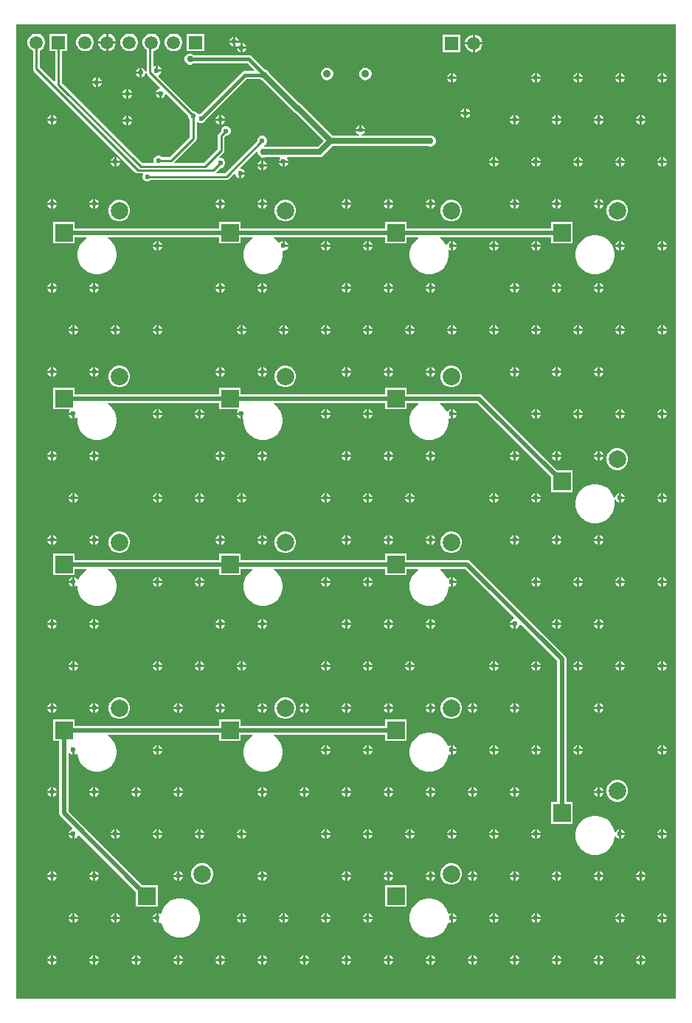
<source format=gbl>
G04*
G04 #@! TF.GenerationSoftware,Altium Limited,Altium Designer,21.3.2 (30)*
G04*
G04 Layer_Physical_Order=2*
G04 Layer_Color=16711680*
%FSLAX25Y25*%
%MOIN*%
G70*
G04*
G04 #@! TF.SameCoordinates,2B475E60-5533-4C64-9BAB-B6E77246D606*
G04*
G04*
G04 #@! TF.FilePolarity,Positive*
G04*
G01*
G75*
%ADD15C,0.01000*%
%ADD51C,0.01500*%
%ADD52C,0.02000*%
%ADD54C,0.07874*%
%ADD55R,0.05906X0.05906*%
%ADD56C,0.05906*%
%ADD57C,0.03543*%
%ADD58R,0.07874X0.07874*%
%ADD59C,0.03000*%
%ADD60C,0.02362*%
%ADD61C,0.02500*%
G36*
X299371Y1529D02*
X1529D01*
X1529Y442171D01*
X299371D01*
X299371Y1529D01*
D02*
G37*
%LPC*%
G36*
X100400Y436554D02*
Y434900D01*
X102054D01*
X101749Y435636D01*
X101136Y436249D01*
X100400Y436554D01*
D02*
G37*
G36*
X99400D02*
X98664Y436249D01*
X98051Y435636D01*
X97746Y434900D01*
X99400D01*
Y436554D01*
D02*
G37*
G36*
X43020Y437953D02*
X43000D01*
Y434500D01*
X46453D01*
Y434520D01*
X46183Y435526D01*
X45663Y436427D01*
X44927Y437163D01*
X44026Y437683D01*
X43020Y437953D01*
D02*
G37*
G36*
X42000D02*
X41980D01*
X40974Y437683D01*
X40073Y437163D01*
X39337Y436427D01*
X38817Y435526D01*
X38547Y434520D01*
Y434500D01*
X42000D01*
Y437953D01*
D02*
G37*
G36*
X208690Y437578D02*
X208669D01*
Y434126D01*
X212122D01*
Y434146D01*
X211853Y435151D01*
X211332Y436053D01*
X210596Y436789D01*
X209695Y437309D01*
X208690Y437578D01*
D02*
G37*
G36*
X207669D02*
X207649D01*
X206644Y437309D01*
X205742Y436789D01*
X205006Y436053D01*
X204486Y435151D01*
X204217Y434146D01*
Y434126D01*
X207669D01*
Y437578D01*
D02*
G37*
G36*
X99400Y433900D02*
X97746D01*
X98051Y433165D01*
X98664Y432551D01*
X99400Y432246D01*
Y433900D01*
D02*
G37*
G36*
X103700Y433754D02*
Y432100D01*
X105354D01*
X105049Y432835D01*
X104436Y433449D01*
X103700Y433754D01*
D02*
G37*
G36*
X102213Y433900D02*
X100400D01*
Y432246D01*
X100600Y432329D01*
X100810Y432181D01*
X100887Y432100D01*
X102700D01*
Y433754D01*
X102500Y433671D01*
X102290Y433819D01*
X102213Y433900D01*
D02*
G37*
G36*
X86453Y437953D02*
X78547D01*
Y430047D01*
X86453D01*
Y437953D01*
D02*
G37*
G36*
X73020D02*
X71980D01*
X70974Y437683D01*
X70073Y437163D01*
X69337Y436427D01*
X68817Y435526D01*
X68547Y434520D01*
Y433480D01*
X68817Y432474D01*
X69337Y431573D01*
X70073Y430837D01*
X70974Y430317D01*
X71980Y430047D01*
X73020D01*
X74026Y430317D01*
X74927Y430837D01*
X75663Y431573D01*
X76183Y432474D01*
X76453Y433480D01*
Y434520D01*
X76183Y435526D01*
X75663Y436427D01*
X74927Y437163D01*
X74026Y437683D01*
X73020Y437953D01*
D02*
G37*
G36*
X53020D02*
X51980D01*
X50974Y437683D01*
X50073Y437163D01*
X49337Y436427D01*
X48817Y435526D01*
X48547Y434520D01*
Y433480D01*
X48817Y432474D01*
X49337Y431573D01*
X50073Y430837D01*
X50974Y430317D01*
X51980Y430047D01*
X53020D01*
X54026Y430317D01*
X54927Y430837D01*
X55663Y431573D01*
X56183Y432474D01*
X56453Y433480D01*
Y434520D01*
X56183Y435526D01*
X55663Y436427D01*
X54927Y437163D01*
X54026Y437683D01*
X53020Y437953D01*
D02*
G37*
G36*
X46453Y433500D02*
X43000D01*
Y430047D01*
X43020D01*
X44026Y430317D01*
X44927Y430837D01*
X45663Y431573D01*
X46183Y432474D01*
X46453Y433480D01*
Y433500D01*
D02*
G37*
G36*
X42000D02*
X38547D01*
Y433480D01*
X38817Y432474D01*
X39337Y431573D01*
X40073Y430837D01*
X40974Y430317D01*
X41980Y430047D01*
X42000D01*
Y433500D01*
D02*
G37*
G36*
X33020Y437953D02*
X31980D01*
X30974Y437683D01*
X30073Y437163D01*
X29337Y436427D01*
X28817Y435526D01*
X28547Y434520D01*
Y433480D01*
X28817Y432474D01*
X29337Y431573D01*
X30073Y430837D01*
X30974Y430317D01*
X31980Y430047D01*
X33020D01*
X34026Y430317D01*
X34927Y430837D01*
X35663Y431573D01*
X36183Y432474D01*
X36453Y433480D01*
Y434520D01*
X36183Y435526D01*
X35663Y436427D01*
X34927Y437163D01*
X34026Y437683D01*
X33020Y437953D01*
D02*
G37*
G36*
X212122Y433125D02*
X208669D01*
Y429673D01*
X208690D01*
X209695Y429942D01*
X210596Y430463D01*
X211332Y431199D01*
X211853Y432100D01*
X212122Y433105D01*
Y433125D01*
D02*
G37*
G36*
X207669D02*
X204217D01*
Y433105D01*
X204486Y432100D01*
X205006Y431199D01*
X205742Y430463D01*
X206644Y429942D01*
X207649Y429673D01*
X207669D01*
Y433125D01*
D02*
G37*
G36*
X202122Y437578D02*
X194217D01*
Y429673D01*
X202122D01*
Y437578D01*
D02*
G37*
G36*
X105354Y431100D02*
X103700D01*
Y429446D01*
X104436Y429751D01*
X105049Y430365D01*
X105354Y431100D01*
D02*
G37*
G36*
X102700D02*
X101046D01*
X101351Y430365D01*
X101964Y429751D01*
X102700Y429446D01*
Y431100D01*
D02*
G37*
G36*
X65400Y423354D02*
Y421700D01*
X67054D01*
X66749Y422436D01*
X66136Y423049D01*
X65400Y423354D01*
D02*
G37*
G36*
X57100Y422554D02*
X56365Y422249D01*
X55751Y421635D01*
X55446Y420900D01*
X57100D01*
Y422554D01*
D02*
G37*
G36*
X63020Y437953D02*
X61980D01*
X60974Y437683D01*
X60073Y437163D01*
X59337Y436427D01*
X58817Y435526D01*
X58547Y434520D01*
Y433480D01*
X58817Y432474D01*
X59337Y431573D01*
X60073Y430837D01*
X60271Y430723D01*
Y420859D01*
X59781Y420834D01*
X59449Y421635D01*
X58836Y422249D01*
X58100Y422554D01*
Y420400D01*
Y418246D01*
X58836Y418551D01*
X59449Y419165D01*
X59781Y419966D01*
Y420258D01*
X60281Y420307D01*
X60387Y419775D01*
X60719Y419278D01*
X66354Y413643D01*
X66155Y413135D01*
X65465Y412849D01*
X64851Y412235D01*
X64546Y411500D01*
X66700D01*
Y411000D01*
X67200D01*
Y408846D01*
X67936Y409151D01*
X68549Y409764D01*
X68835Y410455D01*
X69343Y410654D01*
X79219Y400778D01*
Y400326D01*
X79551Y399524D01*
X79871Y399205D01*
Y391133D01*
X70767Y382029D01*
X67255D01*
X66935Y382349D01*
X66134Y382681D01*
X65266D01*
X64464Y382349D01*
X63851Y381735D01*
X63519Y380934D01*
Y380066D01*
X63644Y379764D01*
X63366Y379348D01*
X58315D01*
X22029Y415633D01*
Y430047D01*
X24453D01*
Y437953D01*
X16547D01*
Y430047D01*
X18971D01*
Y416424D01*
X18509Y416233D01*
X12029Y422712D01*
Y430319D01*
X12927Y430837D01*
X13663Y431573D01*
X14183Y432474D01*
X14453Y433480D01*
Y434520D01*
X14183Y435526D01*
X13663Y436427D01*
X12927Y437163D01*
X12026Y437683D01*
X11020Y437953D01*
X9980D01*
X8974Y437683D01*
X8073Y437163D01*
X7337Y436427D01*
X6817Y435526D01*
X6547Y434520D01*
Y433480D01*
X6817Y432474D01*
X7337Y431573D01*
X8073Y430837D01*
X8971Y430319D01*
Y422079D01*
X9087Y421493D01*
X9419Y420997D01*
X55178Y375237D01*
X55674Y374906D01*
X56260Y374790D01*
X58352D01*
X58649Y374289D01*
X58419Y373734D01*
Y372866D01*
X58751Y372064D01*
X59364Y371451D01*
X60166Y371119D01*
X61034D01*
X61835Y371451D01*
X62155Y371771D01*
X96300D01*
X96885Y371887D01*
X97381Y372219D01*
X99919Y374756D01*
X100419Y374549D01*
Y374366D01*
X100751Y373565D01*
X101365Y372951D01*
X102100Y372646D01*
Y374800D01*
X102600D01*
Y375300D01*
X104754D01*
X104449Y376035D01*
X103835Y376649D01*
X103034Y376981D01*
X102851D01*
X102644Y377481D01*
X110000Y384837D01*
X110500Y384630D01*
Y384003D01*
X110881Y383084D01*
X111584Y382381D01*
X112503Y382000D01*
X113497D01*
X113887Y382161D01*
X120470D01*
X120677Y381661D01*
X120351Y381335D01*
X120046Y380600D01*
X124354D01*
X124049Y381335D01*
X123723Y381661D01*
X123930Y382161D01*
X138556D01*
X139433Y382336D01*
X140178Y382833D01*
X144506Y387161D01*
X187613D01*
X188003Y387000D01*
X188997D01*
X189916Y387381D01*
X190619Y388084D01*
X191000Y389003D01*
Y389997D01*
X190619Y390916D01*
X189916Y391619D01*
X188997Y392000D01*
X188003D01*
X187398Y391750D01*
X157508D01*
X157434Y392219D01*
X158236Y392551D01*
X158849Y393164D01*
X159154Y393900D01*
X154846D01*
X155151Y393164D01*
X155764Y392551D01*
X156566Y392219D01*
X156492Y391750D01*
X144506D01*
X130303Y405952D01*
X129559Y406449D01*
X129479Y406465D01*
X115725Y420219D01*
X115519Y420716D01*
X114816Y421419D01*
X113897Y421800D01*
X113734D01*
X107817Y427717D01*
X107238Y428104D01*
X106555Y428240D01*
X81796D01*
X81416Y428619D01*
X80497Y429000D01*
X79503D01*
X78584Y428619D01*
X77881Y427916D01*
X77500Y426997D01*
Y426003D01*
X77881Y425084D01*
X78584Y424381D01*
X79503Y424000D01*
X80497D01*
X81416Y424381D01*
X81707Y424671D01*
X105816D01*
X108941Y421546D01*
X108750Y421084D01*
X104700D01*
X104700Y421084D01*
X104017Y420949D01*
X103438Y420562D01*
X103438Y420562D01*
X84658Y401781D01*
X84566D01*
X83980Y401538D01*
X83369Y401707D01*
X83249Y401995D01*
X82635Y402609D01*
X81834Y402941D01*
X81382D01*
X65695Y418627D01*
X65813Y419217D01*
X66136Y419351D01*
X66749Y419965D01*
X67054Y420700D01*
X64900D01*
Y421200D01*
X64400D01*
Y423354D01*
X63829Y423117D01*
X63329Y423367D01*
Y430130D01*
X64026Y430317D01*
X64927Y430837D01*
X65663Y431573D01*
X66183Y432474D01*
X66453Y433480D01*
Y434520D01*
X66183Y435526D01*
X65663Y436427D01*
X64927Y437163D01*
X64026Y437683D01*
X63020Y437953D01*
D02*
G37*
G36*
X293700Y420254D02*
Y418600D01*
X295354D01*
X295049Y419336D01*
X294436Y419949D01*
X293700Y420254D01*
D02*
G37*
G36*
X292700D02*
X291965Y419949D01*
X291351Y419336D01*
X291046Y418600D01*
X292700D01*
Y420254D01*
D02*
G37*
G36*
X274700D02*
Y418600D01*
X276354D01*
X276049Y419336D01*
X275435Y419949D01*
X274700Y420254D01*
D02*
G37*
G36*
X273700D02*
X272965Y419949D01*
X272351Y419336D01*
X272046Y418600D01*
X273700D01*
Y420254D01*
D02*
G37*
G36*
X255700D02*
Y418600D01*
X257354D01*
X257049Y419336D01*
X256435Y419949D01*
X255700Y420254D01*
D02*
G37*
G36*
X254700D02*
X253964Y419949D01*
X253351Y419336D01*
X253046Y418600D01*
X254700D01*
Y420254D01*
D02*
G37*
G36*
X236700D02*
Y418600D01*
X238354D01*
X238049Y419336D01*
X237436Y419949D01*
X236700Y420254D01*
D02*
G37*
G36*
X235700D02*
X234964Y419949D01*
X234351Y419336D01*
X234046Y418600D01*
X235700D01*
Y420254D01*
D02*
G37*
G36*
X198700D02*
Y418600D01*
X200354D01*
X200049Y419336D01*
X199435Y419949D01*
X198700Y420254D01*
D02*
G37*
G36*
X197700D02*
X196965Y419949D01*
X196351Y419336D01*
X196046Y418600D01*
X197700D01*
Y420254D01*
D02*
G37*
G36*
X57100Y419900D02*
X55446D01*
X55751Y419165D01*
X56365Y418551D01*
X57100Y418246D01*
Y419900D01*
D02*
G37*
G36*
X159526Y422540D02*
X158797D01*
X158092Y422351D01*
X157460Y421986D01*
X156944Y421470D01*
X156579Y420838D01*
X156390Y420133D01*
Y419404D01*
X156579Y418699D01*
X156944Y418067D01*
X157460Y417551D01*
X158092Y417186D01*
X158797Y416997D01*
X159526D01*
X160231Y417186D01*
X160863Y417551D01*
X161379Y418067D01*
X161744Y418699D01*
X161933Y419404D01*
Y420133D01*
X161744Y420838D01*
X161379Y421470D01*
X160863Y421986D01*
X160231Y422351D01*
X159526Y422540D01*
D02*
G37*
G36*
X142203D02*
X141474D01*
X140769Y422351D01*
X140137Y421986D01*
X139621Y421470D01*
X139256Y420838D01*
X139067Y420133D01*
Y419404D01*
X139256Y418699D01*
X139621Y418067D01*
X140137Y417551D01*
X140769Y417186D01*
X141474Y416997D01*
X142203D01*
X142908Y417186D01*
X143540Y417551D01*
X144056Y418067D01*
X144421Y418699D01*
X144610Y419404D01*
Y420133D01*
X144421Y420838D01*
X144056Y421470D01*
X143540Y421986D01*
X142908Y422351D01*
X142203Y422540D01*
D02*
G37*
G36*
X38300Y418154D02*
Y416500D01*
X39954D01*
X39649Y417236D01*
X39035Y417849D01*
X38300Y418154D01*
D02*
G37*
G36*
X37300D02*
X36564Y417849D01*
X35951Y417236D01*
X35646Y416500D01*
X37300D01*
Y418154D01*
D02*
G37*
G36*
X295354Y417600D02*
X293700D01*
Y415946D01*
X294436Y416251D01*
X295049Y416864D01*
X295354Y417600D01*
D02*
G37*
G36*
X292700D02*
X291046D01*
X291351Y416864D01*
X291965Y416251D01*
X292700Y415946D01*
Y417600D01*
D02*
G37*
G36*
X276354D02*
X274700D01*
Y415946D01*
X275435Y416251D01*
X276049Y416864D01*
X276354Y417600D01*
D02*
G37*
G36*
X273700D02*
X272046D01*
X272351Y416864D01*
X272965Y416251D01*
X273700Y415946D01*
Y417600D01*
D02*
G37*
G36*
X257354D02*
X255700D01*
Y415946D01*
X256435Y416251D01*
X257049Y416864D01*
X257354Y417600D01*
D02*
G37*
G36*
X254700D02*
X253046D01*
X253351Y416864D01*
X253964Y416251D01*
X254700Y415946D01*
Y417600D01*
D02*
G37*
G36*
X238354D02*
X236700D01*
Y415946D01*
X237436Y416251D01*
X238049Y416864D01*
X238354Y417600D01*
D02*
G37*
G36*
X235700D02*
X234046D01*
X234351Y416864D01*
X234964Y416251D01*
X235700Y415946D01*
Y417600D01*
D02*
G37*
G36*
X200354D02*
X198700D01*
Y415946D01*
X199435Y416251D01*
X200049Y416864D01*
X200354Y417600D01*
D02*
G37*
G36*
X197700D02*
X196046D01*
X196351Y416864D01*
X196965Y416251D01*
X197700Y415946D01*
Y417600D01*
D02*
G37*
G36*
X39954Y415500D02*
X38300D01*
Y413846D01*
X39035Y414151D01*
X39649Y414764D01*
X39954Y415500D01*
D02*
G37*
G36*
X37300D02*
X35646D01*
X35951Y414764D01*
X36564Y414151D01*
X37300Y413846D01*
Y415500D01*
D02*
G37*
G36*
X52100Y412954D02*
Y411300D01*
X53754D01*
X53449Y412036D01*
X52836Y412649D01*
X52100Y412954D01*
D02*
G37*
G36*
X51100D02*
X50365Y412649D01*
X49751Y412036D01*
X49446Y411300D01*
X51100D01*
Y412954D01*
D02*
G37*
G36*
X66200Y410500D02*
X64546D01*
X64851Y409764D01*
X65465Y409151D01*
X66200Y408846D01*
Y410500D01*
D02*
G37*
G36*
X53754Y410300D02*
X52100D01*
Y408646D01*
X52836Y408951D01*
X53449Y409564D01*
X53754Y410300D01*
D02*
G37*
G36*
X51100D02*
X49446D01*
X49751Y409564D01*
X50365Y408951D01*
X51100Y408646D01*
Y410300D01*
D02*
G37*
G36*
X204900Y404154D02*
Y402500D01*
X206554D01*
X206249Y403235D01*
X205635Y403849D01*
X204900Y404154D01*
D02*
G37*
G36*
X203900D02*
X203165Y403849D01*
X202551Y403235D01*
X202246Y402500D01*
X203900D01*
Y404154D01*
D02*
G37*
G36*
X206554Y401500D02*
X204900D01*
Y399846D01*
X205635Y400151D01*
X206249Y400765D01*
X206554Y401500D01*
D02*
G37*
G36*
X203900D02*
X202246D01*
X202551Y400765D01*
X203165Y400151D01*
X203900Y399846D01*
Y401500D01*
D02*
G37*
G36*
X284200Y401254D02*
Y399600D01*
X285854D01*
X285549Y400336D01*
X284935Y400949D01*
X284200Y401254D01*
D02*
G37*
G36*
X283200D02*
X282465Y400949D01*
X281851Y400336D01*
X281546Y399600D01*
X283200D01*
Y401254D01*
D02*
G37*
G36*
X265200D02*
Y399600D01*
X266854D01*
X266549Y400336D01*
X265935Y400949D01*
X265200Y401254D01*
D02*
G37*
G36*
X264200D02*
X263464Y400949D01*
X262851Y400336D01*
X262546Y399600D01*
X264200D01*
Y401254D01*
D02*
G37*
G36*
X246200D02*
Y399600D01*
X247854D01*
X247549Y400336D01*
X246936Y400949D01*
X246200Y401254D01*
D02*
G37*
G36*
X245200D02*
X244464Y400949D01*
X243851Y400336D01*
X243546Y399600D01*
X245200D01*
Y401254D01*
D02*
G37*
G36*
X227200D02*
Y399600D01*
X228854D01*
X228549Y400336D01*
X227936Y400949D01*
X227200Y401254D01*
D02*
G37*
G36*
X226200D02*
X225465Y400949D01*
X224851Y400336D01*
X224546Y399600D01*
X226200D01*
Y401254D01*
D02*
G37*
G36*
X18200D02*
Y399600D01*
X19854D01*
X19549Y400336D01*
X18936Y400949D01*
X18200Y401254D01*
D02*
G37*
G36*
X17200D02*
X16465Y400949D01*
X15851Y400336D01*
X15546Y399600D01*
X17200D01*
Y401254D01*
D02*
G37*
G36*
X52200Y400854D02*
Y399200D01*
X53854D01*
X53549Y399936D01*
X52935Y400549D01*
X52200Y400854D01*
D02*
G37*
G36*
X51200D02*
X50464Y400549D01*
X49851Y399936D01*
X49546Y399200D01*
X51200D01*
Y400854D01*
D02*
G37*
G36*
X285854Y398600D02*
X284200D01*
Y396946D01*
X284935Y397251D01*
X285549Y397865D01*
X285854Y398600D01*
D02*
G37*
G36*
X283200D02*
X281546D01*
X281851Y397865D01*
X282465Y397251D01*
X283200Y396946D01*
Y398600D01*
D02*
G37*
G36*
X266854D02*
X265200D01*
Y396946D01*
X265935Y397251D01*
X266549Y397865D01*
X266854Y398600D01*
D02*
G37*
G36*
X264200D02*
X262546D01*
X262851Y397865D01*
X263464Y397251D01*
X264200Y396946D01*
Y398600D01*
D02*
G37*
G36*
X247854D02*
X246200D01*
Y396946D01*
X246936Y397251D01*
X247549Y397865D01*
X247854Y398600D01*
D02*
G37*
G36*
X245200D02*
X243546D01*
X243851Y397865D01*
X244464Y397251D01*
X245200Y396946D01*
Y398600D01*
D02*
G37*
G36*
X228854D02*
X227200D01*
Y396946D01*
X227936Y397251D01*
X228549Y397865D01*
X228854Y398600D01*
D02*
G37*
G36*
X226200D02*
X224546D01*
X224851Y397865D01*
X225465Y397251D01*
X226200Y396946D01*
Y398600D01*
D02*
G37*
G36*
X19854D02*
X18200D01*
Y396946D01*
X18936Y397251D01*
X19549Y397865D01*
X19854Y398600D01*
D02*
G37*
G36*
X17200D02*
X15546D01*
X15851Y397865D01*
X16465Y397251D01*
X17200Y396946D01*
Y398600D01*
D02*
G37*
G36*
X53854Y398200D02*
X52200D01*
Y396546D01*
X52935Y396851D01*
X53549Y397464D01*
X53854Y398200D01*
D02*
G37*
G36*
X51200D02*
X49546D01*
X49851Y397464D01*
X50464Y396851D01*
X51200Y396546D01*
Y398200D01*
D02*
G37*
G36*
X157500Y396554D02*
Y394900D01*
X159154D01*
X158849Y395636D01*
X158236Y396249D01*
X157500Y396554D01*
D02*
G37*
G36*
X156500D02*
X155764Y396249D01*
X155151Y395636D01*
X154846Y394900D01*
X156500D01*
Y396554D01*
D02*
G37*
G36*
X293700Y382254D02*
Y380600D01*
X295354D01*
X295049Y381335D01*
X294436Y381949D01*
X293700Y382254D01*
D02*
G37*
G36*
X292700D02*
X291965Y381949D01*
X291351Y381335D01*
X291046Y380600D01*
X292700D01*
Y382254D01*
D02*
G37*
G36*
X274700D02*
Y380600D01*
X276354D01*
X276049Y381335D01*
X275435Y381949D01*
X274700Y382254D01*
D02*
G37*
G36*
X273700D02*
X272965Y381949D01*
X272351Y381335D01*
X272046Y380600D01*
X273700D01*
Y382254D01*
D02*
G37*
G36*
X255700D02*
Y380600D01*
X257354D01*
X257049Y381335D01*
X256435Y381949D01*
X255700Y382254D01*
D02*
G37*
G36*
X254700D02*
X253964Y381949D01*
X253351Y381335D01*
X253046Y380600D01*
X254700D01*
Y382254D01*
D02*
G37*
G36*
X236700D02*
Y380600D01*
X238354D01*
X238049Y381335D01*
X237436Y381949D01*
X236700Y382254D01*
D02*
G37*
G36*
X235700D02*
X234964Y381949D01*
X234351Y381335D01*
X234046Y380600D01*
X235700D01*
Y382254D01*
D02*
G37*
G36*
X217700D02*
Y380600D01*
X219354D01*
X219049Y381335D01*
X218436Y381949D01*
X217700Y382254D01*
D02*
G37*
G36*
X216700D02*
X215965Y381949D01*
X215351Y381335D01*
X215046Y380600D01*
X216700D01*
Y382254D01*
D02*
G37*
G36*
X46700D02*
Y380600D01*
X48354D01*
X48049Y381335D01*
X47436Y381949D01*
X46700Y382254D01*
D02*
G37*
G36*
X45700D02*
X44965Y381949D01*
X44351Y381335D01*
X44046Y380600D01*
X45700D01*
Y382254D01*
D02*
G37*
G36*
X113000Y380454D02*
Y378800D01*
X114654D01*
X114349Y379536D01*
X113735Y380149D01*
X113000Y380454D01*
D02*
G37*
G36*
X112000D02*
X111265Y380149D01*
X110651Y379536D01*
X110346Y378800D01*
X112000D01*
Y380454D01*
D02*
G37*
G36*
X295354Y379600D02*
X293700D01*
Y377946D01*
X294436Y378251D01*
X295049Y378865D01*
X295354Y379600D01*
D02*
G37*
G36*
X292700D02*
X291046D01*
X291351Y378865D01*
X291965Y378251D01*
X292700Y377946D01*
Y379600D01*
D02*
G37*
G36*
X276354D02*
X274700D01*
Y377946D01*
X275435Y378251D01*
X276049Y378865D01*
X276354Y379600D01*
D02*
G37*
G36*
X273700D02*
X272046D01*
X272351Y378865D01*
X272965Y378251D01*
X273700Y377946D01*
Y379600D01*
D02*
G37*
G36*
X257354D02*
X255700D01*
Y377946D01*
X256435Y378251D01*
X257049Y378865D01*
X257354Y379600D01*
D02*
G37*
G36*
X254700D02*
X253046D01*
X253351Y378865D01*
X253964Y378251D01*
X254700Y377946D01*
Y379600D01*
D02*
G37*
G36*
X238354D02*
X236700D01*
Y377946D01*
X237436Y378251D01*
X238049Y378865D01*
X238354Y379600D01*
D02*
G37*
G36*
X235700D02*
X234046D01*
X234351Y378865D01*
X234964Y378251D01*
X235700Y377946D01*
Y379600D01*
D02*
G37*
G36*
X219354D02*
X217700D01*
Y377946D01*
X218436Y378251D01*
X219049Y378865D01*
X219354Y379600D01*
D02*
G37*
G36*
X216700D02*
X215046D01*
X215351Y378865D01*
X215965Y378251D01*
X216700Y377946D01*
Y379600D01*
D02*
G37*
G36*
X124354D02*
X122700D01*
Y377946D01*
X123435Y378251D01*
X124049Y378865D01*
X124354Y379600D01*
D02*
G37*
G36*
X121700D02*
X120046D01*
X120351Y378865D01*
X120965Y378251D01*
X121700Y377946D01*
Y379600D01*
D02*
G37*
G36*
X48354D02*
X46700D01*
Y377946D01*
X47436Y378251D01*
X48049Y378865D01*
X48354Y379600D01*
D02*
G37*
G36*
X45700D02*
X44046D01*
X44351Y378865D01*
X44965Y378251D01*
X45700Y377946D01*
Y379600D01*
D02*
G37*
G36*
X114654Y377800D02*
X113000D01*
Y376146D01*
X113735Y376451D01*
X114349Y377064D01*
X114654Y377800D01*
D02*
G37*
G36*
X112000D02*
X110346D01*
X110651Y377064D01*
X111265Y376451D01*
X112000Y376146D01*
Y377800D01*
D02*
G37*
G36*
X104754Y374300D02*
X103100D01*
Y372646D01*
X103835Y372951D01*
X104449Y373565D01*
X104754Y374300D01*
D02*
G37*
G36*
X265200Y363254D02*
Y361600D01*
X266854D01*
X266549Y362335D01*
X265935Y362949D01*
X265200Y363254D01*
D02*
G37*
G36*
X264200D02*
X263464Y362949D01*
X262851Y362335D01*
X262546Y361600D01*
X264200D01*
Y363254D01*
D02*
G37*
G36*
X246200D02*
Y361600D01*
X247854D01*
X247549Y362335D01*
X246936Y362949D01*
X246200Y363254D01*
D02*
G37*
G36*
X245200D02*
X244464Y362949D01*
X243851Y362335D01*
X243546Y361600D01*
X245200D01*
Y363254D01*
D02*
G37*
G36*
X227200D02*
Y361600D01*
X228854D01*
X228549Y362335D01*
X227936Y362949D01*
X227200Y363254D01*
D02*
G37*
G36*
X226200D02*
X225465Y362949D01*
X224851Y362335D01*
X224546Y361600D01*
X226200D01*
Y363254D01*
D02*
G37*
G36*
X189200D02*
Y361600D01*
X190854D01*
X190549Y362335D01*
X189936Y362949D01*
X189200Y363254D01*
D02*
G37*
G36*
X188200D02*
X187464Y362949D01*
X186851Y362335D01*
X186546Y361600D01*
X188200D01*
Y363254D01*
D02*
G37*
G36*
X170200D02*
Y361600D01*
X171854D01*
X171549Y362335D01*
X170935Y362949D01*
X170200Y363254D01*
D02*
G37*
G36*
X169200D02*
X168465Y362949D01*
X167851Y362335D01*
X167546Y361600D01*
X169200D01*
Y363254D01*
D02*
G37*
G36*
X151200D02*
Y361600D01*
X152854D01*
X152549Y362335D01*
X151936Y362949D01*
X151200Y363254D01*
D02*
G37*
G36*
X150200D02*
X149464Y362949D01*
X148851Y362335D01*
X148546Y361600D01*
X150200D01*
Y363254D01*
D02*
G37*
G36*
X113200D02*
Y361600D01*
X114854D01*
X114549Y362335D01*
X113935Y362949D01*
X113200Y363254D01*
D02*
G37*
G36*
X112200D02*
X111465Y362949D01*
X110851Y362335D01*
X110546Y361600D01*
X112200D01*
Y363254D01*
D02*
G37*
G36*
X94200D02*
Y361600D01*
X95854D01*
X95549Y362335D01*
X94936Y362949D01*
X94200Y363254D01*
D02*
G37*
G36*
X93200D02*
X92465Y362949D01*
X91851Y362335D01*
X91546Y361600D01*
X93200D01*
Y363254D01*
D02*
G37*
G36*
X37200D02*
Y361600D01*
X38854D01*
X38549Y362335D01*
X37936Y362949D01*
X37200Y363254D01*
D02*
G37*
G36*
X36200D02*
X35465Y362949D01*
X34851Y362335D01*
X34546Y361600D01*
X36200D01*
Y363254D01*
D02*
G37*
G36*
X18200D02*
Y361600D01*
X19854D01*
X19549Y362335D01*
X18936Y362949D01*
X18200Y363254D01*
D02*
G37*
G36*
X17200D02*
X16465Y362949D01*
X15851Y362335D01*
X15546Y361600D01*
X17200D01*
Y363254D01*
D02*
G37*
G36*
X266854Y360600D02*
X265200D01*
Y358946D01*
X265935Y359251D01*
X266549Y359864D01*
X266854Y360600D01*
D02*
G37*
G36*
X264200D02*
X262546D01*
X262851Y359864D01*
X263464Y359251D01*
X264200Y358946D01*
Y360600D01*
D02*
G37*
G36*
X247854D02*
X246200D01*
Y358946D01*
X246936Y359251D01*
X247549Y359864D01*
X247854Y360600D01*
D02*
G37*
G36*
X245200D02*
X243546D01*
X243851Y359864D01*
X244464Y359251D01*
X245200Y358946D01*
Y360600D01*
D02*
G37*
G36*
X228854D02*
X227200D01*
Y358946D01*
X227936Y359251D01*
X228549Y359864D01*
X228854Y360600D01*
D02*
G37*
G36*
X226200D02*
X224546D01*
X224851Y359864D01*
X225465Y359251D01*
X226200Y358946D01*
Y360600D01*
D02*
G37*
G36*
X190854D02*
X189200D01*
Y358946D01*
X189936Y359251D01*
X190549Y359864D01*
X190854Y360600D01*
D02*
G37*
G36*
X188200D02*
X186546D01*
X186851Y359864D01*
X187464Y359251D01*
X188200Y358946D01*
Y360600D01*
D02*
G37*
G36*
X171854D02*
X170200D01*
Y358946D01*
X170935Y359251D01*
X171549Y359864D01*
X171854Y360600D01*
D02*
G37*
G36*
X169200D02*
X167546D01*
X167851Y359864D01*
X168465Y359251D01*
X169200Y358946D01*
Y360600D01*
D02*
G37*
G36*
X152854D02*
X151200D01*
Y358946D01*
X151936Y359251D01*
X152549Y359864D01*
X152854Y360600D01*
D02*
G37*
G36*
X150200D02*
X148546D01*
X148851Y359864D01*
X149464Y359251D01*
X150200Y358946D01*
Y360600D01*
D02*
G37*
G36*
X114854D02*
X113200D01*
Y358946D01*
X113935Y359251D01*
X114549Y359864D01*
X114854Y360600D01*
D02*
G37*
G36*
X112200D02*
X110546D01*
X110851Y359864D01*
X111465Y359251D01*
X112200Y358946D01*
Y360600D01*
D02*
G37*
G36*
X95854D02*
X94200D01*
Y358946D01*
X94936Y359251D01*
X95549Y359864D01*
X95854Y360600D01*
D02*
G37*
G36*
X93200D02*
X91546D01*
X91851Y359864D01*
X92465Y359251D01*
X93200Y358946D01*
Y360600D01*
D02*
G37*
G36*
X38854D02*
X37200D01*
Y358946D01*
X37936Y359251D01*
X38549Y359864D01*
X38854Y360600D01*
D02*
G37*
G36*
X36200D02*
X34546D01*
X34851Y359864D01*
X35465Y359251D01*
X36200Y358946D01*
Y360600D01*
D02*
G37*
G36*
X19854D02*
X18200D01*
Y358946D01*
X18936Y359251D01*
X19549Y359864D01*
X19854Y360600D01*
D02*
G37*
G36*
X17200D02*
X15546D01*
X15851Y359864D01*
X16465Y359251D01*
X17200Y358946D01*
Y360600D01*
D02*
G37*
G36*
X273601Y362888D02*
X272301D01*
X271045Y362551D01*
X269919Y361901D01*
X269000Y360982D01*
X268350Y359856D01*
X268014Y358601D01*
Y357301D01*
X268350Y356045D01*
X269000Y354919D01*
X269919Y354000D01*
X271045Y353350D01*
X272301Y353014D01*
X273601D01*
X274856Y353350D01*
X275982Y354000D01*
X276901Y354919D01*
X277551Y356045D01*
X277888Y357301D01*
Y358601D01*
X277551Y359856D01*
X276901Y360982D01*
X275982Y361901D01*
X274856Y362551D01*
X273601Y362888D01*
D02*
G37*
G36*
X198601D02*
X197301D01*
X196045Y362551D01*
X194919Y361901D01*
X194000Y360982D01*
X193350Y359856D01*
X193014Y358601D01*
Y357301D01*
X193350Y356045D01*
X194000Y354919D01*
X194919Y354000D01*
X196045Y353350D01*
X197301Y353014D01*
X198601D01*
X199856Y353350D01*
X200982Y354000D01*
X201901Y354919D01*
X202551Y356045D01*
X202888Y357301D01*
Y358601D01*
X202551Y359856D01*
X201901Y360982D01*
X200982Y361901D01*
X199856Y362551D01*
X198601Y362888D01*
D02*
G37*
G36*
X123601D02*
X122301D01*
X121045Y362551D01*
X119919Y361901D01*
X119000Y360982D01*
X118350Y359856D01*
X118014Y358601D01*
Y357301D01*
X118350Y356045D01*
X119000Y354919D01*
X119919Y354000D01*
X121045Y353350D01*
X122301Y353014D01*
X123601D01*
X124856Y353350D01*
X125982Y354000D01*
X126901Y354919D01*
X127551Y356045D01*
X127888Y357301D01*
Y358601D01*
X127551Y359856D01*
X126901Y360982D01*
X125982Y361901D01*
X124856Y362551D01*
X123601Y362888D01*
D02*
G37*
G36*
X48601D02*
X47301D01*
X46045Y362551D01*
X44919Y361901D01*
X44000Y360982D01*
X43350Y359856D01*
X43014Y358601D01*
Y357301D01*
X43350Y356045D01*
X44000Y354919D01*
X44919Y354000D01*
X46045Y353350D01*
X47301Y353014D01*
X48601D01*
X49856Y353350D01*
X50982Y354000D01*
X51901Y354919D01*
X52551Y356045D01*
X52888Y357301D01*
Y358601D01*
X52551Y359856D01*
X51901Y360982D01*
X50982Y361901D01*
X49856Y362551D01*
X48601Y362888D01*
D02*
G37*
G36*
X252888Y352888D02*
X243014D01*
Y349990D01*
X177888D01*
Y352888D01*
X168014D01*
Y349990D01*
X102888D01*
Y352888D01*
X93014D01*
Y349990D01*
X27888D01*
Y352888D01*
X18014D01*
Y343014D01*
X27888D01*
Y345912D01*
X32992D01*
X33144Y345412D01*
X32294Y344844D01*
X31058Y343608D01*
X30087Y342154D01*
X29418Y340539D01*
X29077Y338825D01*
Y337077D01*
X29418Y335362D01*
X30087Y333747D01*
X31058Y332294D01*
X32294Y331058D01*
X33747Y330087D01*
X35362Y329418D01*
X37077Y329077D01*
X38825D01*
X40539Y329418D01*
X42154Y330087D01*
X43608Y331058D01*
X44844Y332294D01*
X45815Y333747D01*
X46484Y335362D01*
X46825Y337077D01*
Y338825D01*
X46484Y340539D01*
X45815Y342154D01*
X44844Y343608D01*
X43608Y344844D01*
X42758Y345412D01*
X42909Y345912D01*
X93014D01*
Y343014D01*
X102888D01*
Y345912D01*
X107992D01*
X108144Y345412D01*
X107294Y344844D01*
X106058Y343608D01*
X105087Y342154D01*
X104418Y340539D01*
X104077Y338825D01*
Y337077D01*
X104418Y335362D01*
X105087Y333747D01*
X106058Y332294D01*
X107294Y331058D01*
X108747Y330087D01*
X110362Y329418D01*
X112077Y329077D01*
X113825D01*
X115539Y329418D01*
X117154Y330087D01*
X118608Y331058D01*
X119844Y332294D01*
X120815Y333747D01*
X121484Y335362D01*
X121825Y337077D01*
Y338825D01*
X121701Y339446D01*
X122117Y339919D01*
X122634D01*
X123435Y340251D01*
X124049Y340864D01*
X124354Y341600D01*
X122200D01*
Y342100D01*
X121700D01*
Y344254D01*
X120965Y343949D01*
X120516Y343501D01*
X119918Y343497D01*
X119844Y343608D01*
X118608Y344844D01*
X117758Y345412D01*
X117909Y345912D01*
X168014D01*
Y343014D01*
X177888D01*
Y345912D01*
X182992D01*
X183144Y345412D01*
X182294Y344844D01*
X181058Y343608D01*
X180087Y342154D01*
X179418Y340539D01*
X179077Y338825D01*
Y337077D01*
X179418Y335362D01*
X180087Y333747D01*
X181058Y332294D01*
X182294Y331058D01*
X183747Y330087D01*
X185362Y329418D01*
X187077Y329077D01*
X188825D01*
X190539Y329418D01*
X192154Y330087D01*
X193608Y331058D01*
X194844Y332294D01*
X195815Y333747D01*
X196484Y335362D01*
X196825Y337077D01*
Y338825D01*
X196611Y339897D01*
X196771Y340057D01*
X197059Y340212D01*
X197700Y339946D01*
Y342100D01*
Y344254D01*
X196965Y343949D01*
X196351Y343336D01*
X196074Y342667D01*
X195652Y342564D01*
X195535Y342573D01*
X194844Y343608D01*
X193608Y344844D01*
X192758Y345412D01*
X192909Y345912D01*
X243014D01*
Y343014D01*
X252888D01*
Y352888D01*
D02*
G37*
G36*
X293700Y344254D02*
Y342600D01*
X295354D01*
X295049Y343336D01*
X294436Y343949D01*
X293700Y344254D01*
D02*
G37*
G36*
X292700D02*
X291965Y343949D01*
X291351Y343336D01*
X291046Y342600D01*
X292700D01*
Y344254D01*
D02*
G37*
G36*
X274700D02*
Y342600D01*
X276354D01*
X276049Y343336D01*
X275435Y343949D01*
X274700Y344254D01*
D02*
G37*
G36*
X273700D02*
X272965Y343949D01*
X272351Y343336D01*
X272046Y342600D01*
X273700D01*
Y344254D01*
D02*
G37*
G36*
X236700D02*
Y342600D01*
X238354D01*
X238049Y343336D01*
X237436Y343949D01*
X236700Y344254D01*
D02*
G37*
G36*
X235700D02*
X234964Y343949D01*
X234351Y343336D01*
X234046Y342600D01*
X235700D01*
Y344254D01*
D02*
G37*
G36*
X217700D02*
Y342600D01*
X219354D01*
X219049Y343336D01*
X218436Y343949D01*
X217700Y344254D01*
D02*
G37*
G36*
X216700D02*
X215965Y343949D01*
X215351Y343336D01*
X215046Y342600D01*
X216700D01*
Y344254D01*
D02*
G37*
G36*
X198700D02*
Y342600D01*
X200354D01*
X200049Y343336D01*
X199435Y343949D01*
X198700Y344254D01*
D02*
G37*
G36*
X160700D02*
Y342600D01*
X162354D01*
X162049Y343336D01*
X161435Y343949D01*
X160700Y344254D01*
D02*
G37*
G36*
X159700D02*
X158965Y343949D01*
X158351Y343336D01*
X158046Y342600D01*
X159700D01*
Y344254D01*
D02*
G37*
G36*
X141700D02*
Y342600D01*
X143354D01*
X143049Y343336D01*
X142436Y343949D01*
X141700Y344254D01*
D02*
G37*
G36*
X140700D02*
X139964Y343949D01*
X139351Y343336D01*
X139046Y342600D01*
X140700D01*
Y344254D01*
D02*
G37*
G36*
X122700D02*
Y342600D01*
X124354D01*
X124049Y343336D01*
X123435Y343949D01*
X122700Y344254D01*
D02*
G37*
G36*
X65700D02*
Y342600D01*
X67354D01*
X67049Y343336D01*
X66435Y343949D01*
X65700Y344254D01*
D02*
G37*
G36*
X64700D02*
X63964Y343949D01*
X63351Y343336D01*
X63046Y342600D01*
X64700D01*
Y344254D01*
D02*
G37*
G36*
X295354Y341600D02*
X293700D01*
Y339946D01*
X294436Y340251D01*
X295049Y340864D01*
X295354Y341600D01*
D02*
G37*
G36*
X292700D02*
X291046D01*
X291351Y340864D01*
X291965Y340251D01*
X292700Y339946D01*
Y341600D01*
D02*
G37*
G36*
X276354D02*
X274700D01*
Y339946D01*
X275435Y340251D01*
X276049Y340864D01*
X276354Y341600D01*
D02*
G37*
G36*
X273700D02*
X272046D01*
X272351Y340864D01*
X272965Y340251D01*
X273700Y339946D01*
Y341600D01*
D02*
G37*
G36*
X238354D02*
X236700D01*
Y339946D01*
X237436Y340251D01*
X238049Y340864D01*
X238354Y341600D01*
D02*
G37*
G36*
X235700D02*
X234046D01*
X234351Y340864D01*
X234964Y340251D01*
X235700Y339946D01*
Y341600D01*
D02*
G37*
G36*
X219354D02*
X217700D01*
Y339946D01*
X218436Y340251D01*
X219049Y340864D01*
X219354Y341600D01*
D02*
G37*
G36*
X216700D02*
X215046D01*
X215351Y340864D01*
X215965Y340251D01*
X216700Y339946D01*
Y341600D01*
D02*
G37*
G36*
X200354D02*
X198700D01*
Y339946D01*
X199435Y340251D01*
X200049Y340864D01*
X200354Y341600D01*
D02*
G37*
G36*
X162354D02*
X160700D01*
Y339946D01*
X161435Y340251D01*
X162049Y340864D01*
X162354Y341600D01*
D02*
G37*
G36*
X159700D02*
X158046D01*
X158351Y340864D01*
X158965Y340251D01*
X159700Y339946D01*
Y341600D01*
D02*
G37*
G36*
X143354D02*
X141700D01*
Y339946D01*
X142436Y340251D01*
X143049Y340864D01*
X143354Y341600D01*
D02*
G37*
G36*
X140700D02*
X139046D01*
X139351Y340864D01*
X139964Y340251D01*
X140700Y339946D01*
Y341600D01*
D02*
G37*
G36*
X67354D02*
X65700D01*
Y339946D01*
X66435Y340251D01*
X67049Y340864D01*
X67354Y341600D01*
D02*
G37*
G36*
X64700D02*
X63046D01*
X63351Y340864D01*
X63964Y340251D01*
X64700Y339946D01*
Y341600D01*
D02*
G37*
G36*
X263825Y346825D02*
X262077D01*
X260362Y346484D01*
X258747Y345815D01*
X257294Y344844D01*
X256058Y343608D01*
X255087Y342154D01*
X254418Y340539D01*
X254077Y338825D01*
Y337077D01*
X254418Y335362D01*
X255087Y333747D01*
X256058Y332294D01*
X257294Y331058D01*
X258747Y330087D01*
X260362Y329418D01*
X262077Y329077D01*
X263825D01*
X265539Y329418D01*
X267154Y330087D01*
X268608Y331058D01*
X269844Y332294D01*
X270815Y333747D01*
X271484Y335362D01*
X271825Y337077D01*
Y338825D01*
X271484Y340539D01*
X270815Y342154D01*
X269844Y343608D01*
X268608Y344844D01*
X267154Y345815D01*
X265539Y346484D01*
X263825Y346825D01*
D02*
G37*
G36*
X265200Y325254D02*
Y323600D01*
X266854D01*
X266549Y324336D01*
X265935Y324949D01*
X265200Y325254D01*
D02*
G37*
G36*
X264200D02*
X263464Y324949D01*
X262851Y324336D01*
X262546Y323600D01*
X264200D01*
Y325254D01*
D02*
G37*
G36*
X246200D02*
Y323600D01*
X247854D01*
X247549Y324336D01*
X246936Y324949D01*
X246200Y325254D01*
D02*
G37*
G36*
X245200D02*
X244464Y324949D01*
X243851Y324336D01*
X243546Y323600D01*
X245200D01*
Y325254D01*
D02*
G37*
G36*
X227200D02*
Y323600D01*
X228854D01*
X228549Y324336D01*
X227936Y324949D01*
X227200Y325254D01*
D02*
G37*
G36*
X226200D02*
X225465Y324949D01*
X224851Y324336D01*
X224546Y323600D01*
X226200D01*
Y325254D01*
D02*
G37*
G36*
X189200D02*
Y323600D01*
X190854D01*
X190549Y324336D01*
X189936Y324949D01*
X189200Y325254D01*
D02*
G37*
G36*
X188200D02*
X187464Y324949D01*
X186851Y324336D01*
X186546Y323600D01*
X188200D01*
Y325254D01*
D02*
G37*
G36*
X170200D02*
Y323600D01*
X171854D01*
X171549Y324336D01*
X170935Y324949D01*
X170200Y325254D01*
D02*
G37*
G36*
X169200D02*
X168465Y324949D01*
X167851Y324336D01*
X167546Y323600D01*
X169200D01*
Y325254D01*
D02*
G37*
G36*
X151200D02*
Y323600D01*
X152854D01*
X152549Y324336D01*
X151936Y324949D01*
X151200Y325254D01*
D02*
G37*
G36*
X150200D02*
X149464Y324949D01*
X148851Y324336D01*
X148546Y323600D01*
X150200D01*
Y325254D01*
D02*
G37*
G36*
X113200D02*
Y323600D01*
X114854D01*
X114549Y324336D01*
X113935Y324949D01*
X113200Y325254D01*
D02*
G37*
G36*
X112200D02*
X111465Y324949D01*
X110851Y324336D01*
X110546Y323600D01*
X112200D01*
Y325254D01*
D02*
G37*
G36*
X94200D02*
Y323600D01*
X95854D01*
X95549Y324336D01*
X94936Y324949D01*
X94200Y325254D01*
D02*
G37*
G36*
X93200D02*
X92465Y324949D01*
X91851Y324336D01*
X91546Y323600D01*
X93200D01*
Y325254D01*
D02*
G37*
G36*
X37200D02*
Y323600D01*
X38854D01*
X38549Y324336D01*
X37936Y324949D01*
X37200Y325254D01*
D02*
G37*
G36*
X36200D02*
X35465Y324949D01*
X34851Y324336D01*
X34546Y323600D01*
X36200D01*
Y325254D01*
D02*
G37*
G36*
X18200D02*
Y323600D01*
X19854D01*
X19549Y324336D01*
X18936Y324949D01*
X18200Y325254D01*
D02*
G37*
G36*
X17200D02*
X16465Y324949D01*
X15851Y324336D01*
X15546Y323600D01*
X17200D01*
Y325254D01*
D02*
G37*
G36*
X266854Y322600D02*
X265200D01*
Y320946D01*
X265935Y321251D01*
X266549Y321865D01*
X266854Y322600D01*
D02*
G37*
G36*
X264200D02*
X262546D01*
X262851Y321865D01*
X263464Y321251D01*
X264200Y320946D01*
Y322600D01*
D02*
G37*
G36*
X247854D02*
X246200D01*
Y320946D01*
X246936Y321251D01*
X247549Y321865D01*
X247854Y322600D01*
D02*
G37*
G36*
X245200D02*
X243546D01*
X243851Y321865D01*
X244464Y321251D01*
X245200Y320946D01*
Y322600D01*
D02*
G37*
G36*
X228854D02*
X227200D01*
Y320946D01*
X227936Y321251D01*
X228549Y321865D01*
X228854Y322600D01*
D02*
G37*
G36*
X226200D02*
X224546D01*
X224851Y321865D01*
X225465Y321251D01*
X226200Y320946D01*
Y322600D01*
D02*
G37*
G36*
X190854D02*
X189200D01*
Y320946D01*
X189936Y321251D01*
X190549Y321865D01*
X190854Y322600D01*
D02*
G37*
G36*
X188200D02*
X186546D01*
X186851Y321865D01*
X187464Y321251D01*
X188200Y320946D01*
Y322600D01*
D02*
G37*
G36*
X171854D02*
X170200D01*
Y320946D01*
X170935Y321251D01*
X171549Y321865D01*
X171854Y322600D01*
D02*
G37*
G36*
X169200D02*
X167546D01*
X167851Y321865D01*
X168465Y321251D01*
X169200Y320946D01*
Y322600D01*
D02*
G37*
G36*
X152854D02*
X151200D01*
Y320946D01*
X151936Y321251D01*
X152549Y321865D01*
X152854Y322600D01*
D02*
G37*
G36*
X150200D02*
X148546D01*
X148851Y321865D01*
X149464Y321251D01*
X150200Y320946D01*
Y322600D01*
D02*
G37*
G36*
X114854D02*
X113200D01*
Y320946D01*
X113935Y321251D01*
X114549Y321865D01*
X114854Y322600D01*
D02*
G37*
G36*
X112200D02*
X110546D01*
X110851Y321865D01*
X111465Y321251D01*
X112200Y320946D01*
Y322600D01*
D02*
G37*
G36*
X95854D02*
X94200D01*
Y320946D01*
X94936Y321251D01*
X95549Y321865D01*
X95854Y322600D01*
D02*
G37*
G36*
X93200D02*
X91546D01*
X91851Y321865D01*
X92465Y321251D01*
X93200Y320946D01*
Y322600D01*
D02*
G37*
G36*
X38854D02*
X37200D01*
Y320946D01*
X37936Y321251D01*
X38549Y321865D01*
X38854Y322600D01*
D02*
G37*
G36*
X36200D02*
X34546D01*
X34851Y321865D01*
X35465Y321251D01*
X36200Y320946D01*
Y322600D01*
D02*
G37*
G36*
X19854D02*
X18200D01*
Y320946D01*
X18936Y321251D01*
X19549Y321865D01*
X19854Y322600D01*
D02*
G37*
G36*
X17200D02*
X15546D01*
X15851Y321865D01*
X16465Y321251D01*
X17200Y320946D01*
Y322600D01*
D02*
G37*
G36*
X293700Y306254D02*
Y304600D01*
X295354D01*
X295049Y305335D01*
X294436Y305949D01*
X293700Y306254D01*
D02*
G37*
G36*
X292700D02*
X291965Y305949D01*
X291351Y305335D01*
X291046Y304600D01*
X292700D01*
Y306254D01*
D02*
G37*
G36*
X274700D02*
Y304600D01*
X276354D01*
X276049Y305335D01*
X275435Y305949D01*
X274700Y306254D01*
D02*
G37*
G36*
X273700D02*
X272965Y305949D01*
X272351Y305335D01*
X272046Y304600D01*
X273700D01*
Y306254D01*
D02*
G37*
G36*
X255700D02*
Y304600D01*
X257354D01*
X257049Y305335D01*
X256435Y305949D01*
X255700Y306254D01*
D02*
G37*
G36*
X254700D02*
X253964Y305949D01*
X253351Y305335D01*
X253046Y304600D01*
X254700D01*
Y306254D01*
D02*
G37*
G36*
X236700D02*
Y304600D01*
X238354D01*
X238049Y305335D01*
X237436Y305949D01*
X236700Y306254D01*
D02*
G37*
G36*
X235700D02*
X234964Y305949D01*
X234351Y305335D01*
X234046Y304600D01*
X235700D01*
Y306254D01*
D02*
G37*
G36*
X217700D02*
Y304600D01*
X219354D01*
X219049Y305335D01*
X218436Y305949D01*
X217700Y306254D01*
D02*
G37*
G36*
X216700D02*
X215965Y305949D01*
X215351Y305335D01*
X215046Y304600D01*
X216700D01*
Y306254D01*
D02*
G37*
G36*
X198700D02*
Y304600D01*
X200354D01*
X200049Y305335D01*
X199435Y305949D01*
X198700Y306254D01*
D02*
G37*
G36*
X197700D02*
X196965Y305949D01*
X196351Y305335D01*
X196046Y304600D01*
X197700D01*
Y306254D01*
D02*
G37*
G36*
X179700D02*
Y304600D01*
X181354D01*
X181049Y305335D01*
X180436Y305949D01*
X179700Y306254D01*
D02*
G37*
G36*
X178700D02*
X177964Y305949D01*
X177351Y305335D01*
X177046Y304600D01*
X178700D01*
Y306254D01*
D02*
G37*
G36*
X160700D02*
Y304600D01*
X162354D01*
X162049Y305335D01*
X161435Y305949D01*
X160700Y306254D01*
D02*
G37*
G36*
X159700D02*
X158965Y305949D01*
X158351Y305335D01*
X158046Y304600D01*
X159700D01*
Y306254D01*
D02*
G37*
G36*
X141700D02*
Y304600D01*
X143354D01*
X143049Y305335D01*
X142436Y305949D01*
X141700Y306254D01*
D02*
G37*
G36*
X140700D02*
X139964Y305949D01*
X139351Y305335D01*
X139046Y304600D01*
X140700D01*
Y306254D01*
D02*
G37*
G36*
X122700D02*
Y304600D01*
X124354D01*
X124049Y305335D01*
X123435Y305949D01*
X122700Y306254D01*
D02*
G37*
G36*
X121700D02*
X120965Y305949D01*
X120351Y305335D01*
X120046Y304600D01*
X121700D01*
Y306254D01*
D02*
G37*
G36*
X103700D02*
Y304600D01*
X105354D01*
X105049Y305335D01*
X104436Y305949D01*
X103700Y306254D01*
D02*
G37*
G36*
X102700D02*
X101964Y305949D01*
X101351Y305335D01*
X101046Y304600D01*
X102700D01*
Y306254D01*
D02*
G37*
G36*
X65700D02*
Y304600D01*
X67354D01*
X67049Y305335D01*
X66435Y305949D01*
X65700Y306254D01*
D02*
G37*
G36*
X64700D02*
X63964Y305949D01*
X63351Y305335D01*
X63046Y304600D01*
X64700D01*
Y306254D01*
D02*
G37*
G36*
X46700D02*
Y304600D01*
X48354D01*
X48049Y305335D01*
X47436Y305949D01*
X46700Y306254D01*
D02*
G37*
G36*
X45700D02*
X44965Y305949D01*
X44351Y305335D01*
X44046Y304600D01*
X45700D01*
Y306254D01*
D02*
G37*
G36*
X27700D02*
Y304600D01*
X29354D01*
X29049Y305335D01*
X28436Y305949D01*
X27700Y306254D01*
D02*
G37*
G36*
X26700D02*
X25964Y305949D01*
X25351Y305335D01*
X25046Y304600D01*
X26700D01*
Y306254D01*
D02*
G37*
G36*
X295354Y303600D02*
X293700D01*
Y301946D01*
X294436Y302251D01*
X295049Y302865D01*
X295354Y303600D01*
D02*
G37*
G36*
X292700D02*
X291046D01*
X291351Y302865D01*
X291965Y302251D01*
X292700Y301946D01*
Y303600D01*
D02*
G37*
G36*
X276354D02*
X274700D01*
Y301946D01*
X275435Y302251D01*
X276049Y302865D01*
X276354Y303600D01*
D02*
G37*
G36*
X273700D02*
X272046D01*
X272351Y302865D01*
X272965Y302251D01*
X273700Y301946D01*
Y303600D01*
D02*
G37*
G36*
X257354D02*
X255700D01*
Y301946D01*
X256435Y302251D01*
X257049Y302865D01*
X257354Y303600D01*
D02*
G37*
G36*
X254700D02*
X253046D01*
X253351Y302865D01*
X253964Y302251D01*
X254700Y301946D01*
Y303600D01*
D02*
G37*
G36*
X238354D02*
X236700D01*
Y301946D01*
X237436Y302251D01*
X238049Y302865D01*
X238354Y303600D01*
D02*
G37*
G36*
X235700D02*
X234046D01*
X234351Y302865D01*
X234964Y302251D01*
X235700Y301946D01*
Y303600D01*
D02*
G37*
G36*
X219354D02*
X217700D01*
Y301946D01*
X218436Y302251D01*
X219049Y302865D01*
X219354Y303600D01*
D02*
G37*
G36*
X216700D02*
X215046D01*
X215351Y302865D01*
X215965Y302251D01*
X216700Y301946D01*
Y303600D01*
D02*
G37*
G36*
X200354D02*
X198700D01*
Y301946D01*
X199435Y302251D01*
X200049Y302865D01*
X200354Y303600D01*
D02*
G37*
G36*
X197700D02*
X196046D01*
X196351Y302865D01*
X196965Y302251D01*
X197700Y301946D01*
Y303600D01*
D02*
G37*
G36*
X181354D02*
X179700D01*
Y301946D01*
X180436Y302251D01*
X181049Y302865D01*
X181354Y303600D01*
D02*
G37*
G36*
X178700D02*
X177046D01*
X177351Y302865D01*
X177964Y302251D01*
X178700Y301946D01*
Y303600D01*
D02*
G37*
G36*
X162354D02*
X160700D01*
Y301946D01*
X161435Y302251D01*
X162049Y302865D01*
X162354Y303600D01*
D02*
G37*
G36*
X159700D02*
X158046D01*
X158351Y302865D01*
X158965Y302251D01*
X159700Y301946D01*
Y303600D01*
D02*
G37*
G36*
X143354D02*
X141700D01*
Y301946D01*
X142436Y302251D01*
X143049Y302865D01*
X143354Y303600D01*
D02*
G37*
G36*
X140700D02*
X139046D01*
X139351Y302865D01*
X139964Y302251D01*
X140700Y301946D01*
Y303600D01*
D02*
G37*
G36*
X124354D02*
X122700D01*
Y301946D01*
X123435Y302251D01*
X124049Y302865D01*
X124354Y303600D01*
D02*
G37*
G36*
X121700D02*
X120046D01*
X120351Y302865D01*
X120965Y302251D01*
X121700Y301946D01*
Y303600D01*
D02*
G37*
G36*
X105354D02*
X103700D01*
Y301946D01*
X104436Y302251D01*
X105049Y302865D01*
X105354Y303600D01*
D02*
G37*
G36*
X102700D02*
X101046D01*
X101351Y302865D01*
X101964Y302251D01*
X102700Y301946D01*
Y303600D01*
D02*
G37*
G36*
X67354D02*
X65700D01*
Y301946D01*
X66435Y302251D01*
X67049Y302865D01*
X67354Y303600D01*
D02*
G37*
G36*
X64700D02*
X63046D01*
X63351Y302865D01*
X63964Y302251D01*
X64700Y301946D01*
Y303600D01*
D02*
G37*
G36*
X48354D02*
X46700D01*
Y301946D01*
X47436Y302251D01*
X48049Y302865D01*
X48354Y303600D01*
D02*
G37*
G36*
X45700D02*
X44046D01*
X44351Y302865D01*
X44965Y302251D01*
X45700Y301946D01*
Y303600D01*
D02*
G37*
G36*
X29354D02*
X27700D01*
Y301946D01*
X28436Y302251D01*
X29049Y302865D01*
X29354Y303600D01*
D02*
G37*
G36*
X26700D02*
X25046D01*
X25351Y302865D01*
X25964Y302251D01*
X26700Y301946D01*
Y303600D01*
D02*
G37*
G36*
X265200Y287254D02*
Y285600D01*
X266854D01*
X266549Y286335D01*
X265935Y286949D01*
X265200Y287254D01*
D02*
G37*
G36*
X264200D02*
X263464Y286949D01*
X262851Y286335D01*
X262546Y285600D01*
X264200D01*
Y287254D01*
D02*
G37*
G36*
X246200D02*
Y285600D01*
X247854D01*
X247549Y286335D01*
X246936Y286949D01*
X246200Y287254D01*
D02*
G37*
G36*
X245200D02*
X244464Y286949D01*
X243851Y286335D01*
X243546Y285600D01*
X245200D01*
Y287254D01*
D02*
G37*
G36*
X227200D02*
Y285600D01*
X228854D01*
X228549Y286335D01*
X227936Y286949D01*
X227200Y287254D01*
D02*
G37*
G36*
X226200D02*
X225465Y286949D01*
X224851Y286335D01*
X224546Y285600D01*
X226200D01*
Y287254D01*
D02*
G37*
G36*
X189200D02*
Y285600D01*
X190854D01*
X190549Y286335D01*
X189936Y286949D01*
X189200Y287254D01*
D02*
G37*
G36*
X188200D02*
X187464Y286949D01*
X186851Y286335D01*
X186546Y285600D01*
X188200D01*
Y287254D01*
D02*
G37*
G36*
X170200D02*
Y285600D01*
X171854D01*
X171549Y286335D01*
X170935Y286949D01*
X170200Y287254D01*
D02*
G37*
G36*
X169200D02*
X168465Y286949D01*
X167851Y286335D01*
X167546Y285600D01*
X169200D01*
Y287254D01*
D02*
G37*
G36*
X151200D02*
Y285600D01*
X152854D01*
X152549Y286335D01*
X151936Y286949D01*
X151200Y287254D01*
D02*
G37*
G36*
X150200D02*
X149464Y286949D01*
X148851Y286335D01*
X148546Y285600D01*
X150200D01*
Y287254D01*
D02*
G37*
G36*
X113200D02*
Y285600D01*
X114854D01*
X114549Y286335D01*
X113935Y286949D01*
X113200Y287254D01*
D02*
G37*
G36*
X112200D02*
X111465Y286949D01*
X110851Y286335D01*
X110546Y285600D01*
X112200D01*
Y287254D01*
D02*
G37*
G36*
X94200D02*
Y285600D01*
X95854D01*
X95549Y286335D01*
X94936Y286949D01*
X94200Y287254D01*
D02*
G37*
G36*
X93200D02*
X92465Y286949D01*
X91851Y286335D01*
X91546Y285600D01*
X93200D01*
Y287254D01*
D02*
G37*
G36*
X37200D02*
Y285600D01*
X38854D01*
X38549Y286335D01*
X37936Y286949D01*
X37200Y287254D01*
D02*
G37*
G36*
X36200D02*
X35465Y286949D01*
X34851Y286335D01*
X34546Y285600D01*
X36200D01*
Y287254D01*
D02*
G37*
G36*
X18200D02*
Y285600D01*
X19854D01*
X19549Y286335D01*
X18936Y286949D01*
X18200Y287254D01*
D02*
G37*
G36*
X17200D02*
X16465Y286949D01*
X15851Y286335D01*
X15546Y285600D01*
X17200D01*
Y287254D01*
D02*
G37*
G36*
X266854Y284600D02*
X265200D01*
Y282946D01*
X265935Y283251D01*
X266549Y283864D01*
X266854Y284600D01*
D02*
G37*
G36*
X264200D02*
X262546D01*
X262851Y283864D01*
X263464Y283251D01*
X264200Y282946D01*
Y284600D01*
D02*
G37*
G36*
X247854D02*
X246200D01*
Y282946D01*
X246936Y283251D01*
X247549Y283864D01*
X247854Y284600D01*
D02*
G37*
G36*
X245200D02*
X243546D01*
X243851Y283864D01*
X244464Y283251D01*
X245200Y282946D01*
Y284600D01*
D02*
G37*
G36*
X228854D02*
X227200D01*
Y282946D01*
X227936Y283251D01*
X228549Y283864D01*
X228854Y284600D01*
D02*
G37*
G36*
X226200D02*
X224546D01*
X224851Y283864D01*
X225465Y283251D01*
X226200Y282946D01*
Y284600D01*
D02*
G37*
G36*
X190854D02*
X189200D01*
Y282946D01*
X189936Y283251D01*
X190549Y283864D01*
X190854Y284600D01*
D02*
G37*
G36*
X188200D02*
X186546D01*
X186851Y283864D01*
X187464Y283251D01*
X188200Y282946D01*
Y284600D01*
D02*
G37*
G36*
X171854D02*
X170200D01*
Y282946D01*
X170935Y283251D01*
X171549Y283864D01*
X171854Y284600D01*
D02*
G37*
G36*
X169200D02*
X167546D01*
X167851Y283864D01*
X168465Y283251D01*
X169200Y282946D01*
Y284600D01*
D02*
G37*
G36*
X152854D02*
X151200D01*
Y282946D01*
X151936Y283251D01*
X152549Y283864D01*
X152854Y284600D01*
D02*
G37*
G36*
X150200D02*
X148546D01*
X148851Y283864D01*
X149464Y283251D01*
X150200Y282946D01*
Y284600D01*
D02*
G37*
G36*
X114854D02*
X113200D01*
Y282946D01*
X113935Y283251D01*
X114549Y283864D01*
X114854Y284600D01*
D02*
G37*
G36*
X112200D02*
X110546D01*
X110851Y283864D01*
X111465Y283251D01*
X112200Y282946D01*
Y284600D01*
D02*
G37*
G36*
X95854D02*
X94200D01*
Y282946D01*
X94936Y283251D01*
X95549Y283864D01*
X95854Y284600D01*
D02*
G37*
G36*
X93200D02*
X91546D01*
X91851Y283864D01*
X92465Y283251D01*
X93200Y282946D01*
Y284600D01*
D02*
G37*
G36*
X38854D02*
X37200D01*
Y282946D01*
X37936Y283251D01*
X38549Y283864D01*
X38854Y284600D01*
D02*
G37*
G36*
X36200D02*
X34546D01*
X34851Y283864D01*
X35465Y283251D01*
X36200Y282946D01*
Y284600D01*
D02*
G37*
G36*
X19854D02*
X18200D01*
Y282946D01*
X18936Y283251D01*
X19549Y283864D01*
X19854Y284600D01*
D02*
G37*
G36*
X17200D02*
X15546D01*
X15851Y283864D01*
X16465Y283251D01*
X17200Y282946D01*
Y284600D01*
D02*
G37*
G36*
X198601Y287888D02*
X197301D01*
X196045Y287551D01*
X194919Y286901D01*
X194000Y285982D01*
X193350Y284856D01*
X193014Y283601D01*
Y282301D01*
X193350Y281045D01*
X194000Y279919D01*
X194919Y279000D01*
X196045Y278350D01*
X197301Y278014D01*
X198601D01*
X199856Y278350D01*
X200982Y279000D01*
X201901Y279919D01*
X202551Y281045D01*
X202888Y282301D01*
Y283601D01*
X202551Y284856D01*
X201901Y285982D01*
X200982Y286901D01*
X199856Y287551D01*
X198601Y287888D01*
D02*
G37*
G36*
X123601D02*
X122301D01*
X121045Y287551D01*
X119919Y286901D01*
X119000Y285982D01*
X118350Y284856D01*
X118014Y283601D01*
Y282301D01*
X118350Y281045D01*
X119000Y279919D01*
X119919Y279000D01*
X121045Y278350D01*
X122301Y278014D01*
X123601D01*
X124856Y278350D01*
X125982Y279000D01*
X126901Y279919D01*
X127551Y281045D01*
X127888Y282301D01*
Y283601D01*
X127551Y284856D01*
X126901Y285982D01*
X125982Y286901D01*
X124856Y287551D01*
X123601Y287888D01*
D02*
G37*
G36*
X48601D02*
X47301D01*
X46045Y287551D01*
X44919Y286901D01*
X44000Y285982D01*
X43350Y284856D01*
X43014Y283601D01*
Y282301D01*
X43350Y281045D01*
X44000Y279919D01*
X44919Y279000D01*
X46045Y278350D01*
X47301Y278014D01*
X48601D01*
X49856Y278350D01*
X50982Y279000D01*
X51901Y279919D01*
X52551Y281045D01*
X52888Y282301D01*
Y283601D01*
X52551Y284856D01*
X51901Y285982D01*
X50982Y286901D01*
X49856Y287551D01*
X48601Y287888D01*
D02*
G37*
G36*
X177888Y277888D02*
X168014D01*
Y274990D01*
X102888D01*
Y277888D01*
X93014D01*
Y274990D01*
X27888D01*
Y277888D01*
X18014D01*
Y268014D01*
X25322D01*
X25529Y267514D01*
X25351Y267336D01*
X25046Y266600D01*
X27200D01*
Y266100D01*
X27700D01*
Y263946D01*
X28436Y264251D01*
X28705Y264521D01*
X29166Y264275D01*
X29077Y263825D01*
Y262077D01*
X29418Y260362D01*
X30087Y258747D01*
X31058Y257294D01*
X32294Y256058D01*
X33747Y255087D01*
X35362Y254418D01*
X37077Y254077D01*
X38825D01*
X40539Y254418D01*
X42154Y255087D01*
X43608Y256058D01*
X44844Y257294D01*
X45815Y258747D01*
X46484Y260362D01*
X46825Y262077D01*
Y263825D01*
X46484Y265539D01*
X45815Y267154D01*
X44844Y268608D01*
X43608Y269844D01*
X42758Y270412D01*
X42909Y270912D01*
X93014D01*
Y268014D01*
X101322D01*
X101529Y267514D01*
X101351Y267336D01*
X101046Y266600D01*
X103200D01*
Y266100D01*
X103700D01*
Y263865D01*
X104077Y263561D01*
Y262077D01*
X104418Y260362D01*
X105087Y258747D01*
X106058Y257294D01*
X107294Y256058D01*
X108747Y255087D01*
X110362Y254418D01*
X112077Y254077D01*
X113825D01*
X115539Y254418D01*
X117154Y255087D01*
X118608Y256058D01*
X119844Y257294D01*
X120815Y258747D01*
X121484Y260362D01*
X121825Y262077D01*
Y263825D01*
X121484Y265539D01*
X120815Y267154D01*
X119844Y268608D01*
X118608Y269844D01*
X117758Y270412D01*
X117909Y270912D01*
X168014D01*
Y268014D01*
X177888D01*
Y270912D01*
X182992D01*
X183144Y270412D01*
X182294Y269844D01*
X181058Y268608D01*
X180087Y267154D01*
X179418Y265539D01*
X179077Y263825D01*
Y262077D01*
X179418Y260362D01*
X180087Y258747D01*
X181058Y257294D01*
X182294Y256058D01*
X183747Y255087D01*
X185362Y254418D01*
X187077Y254077D01*
X188825D01*
X190539Y254418D01*
X192154Y255087D01*
X193608Y256058D01*
X194844Y257294D01*
X195815Y258747D01*
X196484Y260362D01*
X196825Y262077D01*
Y263768D01*
X196960Y263914D01*
X197275Y264122D01*
X197700Y263946D01*
Y266100D01*
Y268254D01*
X196965Y267949D01*
X196351Y267336D01*
X196283Y267171D01*
X195765Y267228D01*
X194844Y268608D01*
X193608Y269844D01*
X192758Y270412D01*
X192909Y270912D01*
X209606D01*
X243014Y237504D01*
Y230514D01*
X252888D01*
Y240388D01*
X245898D01*
X211893Y274393D01*
X211231Y274835D01*
X210451Y274990D01*
X177888D01*
Y277888D01*
D02*
G37*
G36*
X293700Y268254D02*
Y266600D01*
X295354D01*
X295049Y267336D01*
X294436Y267949D01*
X293700Y268254D01*
D02*
G37*
G36*
X292700D02*
X291965Y267949D01*
X291351Y267336D01*
X291046Y266600D01*
X292700D01*
Y268254D01*
D02*
G37*
G36*
X274700D02*
Y266600D01*
X276354D01*
X276049Y267336D01*
X275435Y267949D01*
X274700Y268254D01*
D02*
G37*
G36*
X273700D02*
X272965Y267949D01*
X272351Y267336D01*
X272046Y266600D01*
X273700D01*
Y268254D01*
D02*
G37*
G36*
X255700D02*
Y266600D01*
X257354D01*
X257049Y267336D01*
X256435Y267949D01*
X255700Y268254D01*
D02*
G37*
G36*
X254700D02*
X253964Y267949D01*
X253351Y267336D01*
X253046Y266600D01*
X254700D01*
Y268254D01*
D02*
G37*
G36*
X236700D02*
Y266600D01*
X238354D01*
X238049Y267336D01*
X237436Y267949D01*
X236700Y268254D01*
D02*
G37*
G36*
X235700D02*
X234964Y267949D01*
X234351Y267336D01*
X234046Y266600D01*
X235700D01*
Y268254D01*
D02*
G37*
G36*
X198700D02*
Y266600D01*
X200354D01*
X200049Y267336D01*
X199435Y267949D01*
X198700Y268254D01*
D02*
G37*
G36*
X160700D02*
Y266600D01*
X162354D01*
X162049Y267336D01*
X161435Y267949D01*
X160700Y268254D01*
D02*
G37*
G36*
X159700D02*
X158965Y267949D01*
X158351Y267336D01*
X158046Y266600D01*
X159700D01*
Y268254D01*
D02*
G37*
G36*
X141700D02*
Y266600D01*
X143354D01*
X143049Y267336D01*
X142436Y267949D01*
X141700Y268254D01*
D02*
G37*
G36*
X140700D02*
X139964Y267949D01*
X139351Y267336D01*
X139046Y266600D01*
X140700D01*
Y268254D01*
D02*
G37*
G36*
X84700D02*
Y266600D01*
X86354D01*
X86049Y267336D01*
X85435Y267949D01*
X84700Y268254D01*
D02*
G37*
G36*
X83700D02*
X82964Y267949D01*
X82351Y267336D01*
X82046Y266600D01*
X83700D01*
Y268254D01*
D02*
G37*
G36*
X65700D02*
Y266600D01*
X67354D01*
X67049Y267336D01*
X66435Y267949D01*
X65700Y268254D01*
D02*
G37*
G36*
X64700D02*
X63964Y267949D01*
X63351Y267336D01*
X63046Y266600D01*
X64700D01*
Y268254D01*
D02*
G37*
G36*
X295354Y265600D02*
X293700D01*
Y263946D01*
X294436Y264251D01*
X295049Y264864D01*
X295354Y265600D01*
D02*
G37*
G36*
X292700D02*
X291046D01*
X291351Y264864D01*
X291965Y264251D01*
X292700Y263946D01*
Y265600D01*
D02*
G37*
G36*
X276354D02*
X274700D01*
Y263946D01*
X275435Y264251D01*
X276049Y264864D01*
X276354Y265600D01*
D02*
G37*
G36*
X273700D02*
X272046D01*
X272351Y264864D01*
X272965Y264251D01*
X273700Y263946D01*
Y265600D01*
D02*
G37*
G36*
X257354D02*
X255700D01*
Y263946D01*
X256435Y264251D01*
X257049Y264864D01*
X257354Y265600D01*
D02*
G37*
G36*
X254700D02*
X253046D01*
X253351Y264864D01*
X253964Y264251D01*
X254700Y263946D01*
Y265600D01*
D02*
G37*
G36*
X238354D02*
X236700D01*
Y263946D01*
X237436Y264251D01*
X238049Y264864D01*
X238354Y265600D01*
D02*
G37*
G36*
X235700D02*
X234046D01*
X234351Y264864D01*
X234964Y264251D01*
X235700Y263946D01*
Y265600D01*
D02*
G37*
G36*
X200354D02*
X198700D01*
Y263946D01*
X199435Y264251D01*
X200049Y264864D01*
X200354Y265600D01*
D02*
G37*
G36*
X162354D02*
X160700D01*
Y263946D01*
X161435Y264251D01*
X162049Y264864D01*
X162354Y265600D01*
D02*
G37*
G36*
X159700D02*
X158046D01*
X158351Y264864D01*
X158965Y264251D01*
X159700Y263946D01*
Y265600D01*
D02*
G37*
G36*
X143354D02*
X141700D01*
Y263946D01*
X142436Y264251D01*
X143049Y264864D01*
X143354Y265600D01*
D02*
G37*
G36*
X140700D02*
X139046D01*
X139351Y264864D01*
X139964Y264251D01*
X140700Y263946D01*
Y265600D01*
D02*
G37*
G36*
X102700D02*
X101046D01*
X101351Y264864D01*
X101964Y264251D01*
X102700Y263946D01*
Y265600D01*
D02*
G37*
G36*
X86354D02*
X84700D01*
Y263946D01*
X85435Y264251D01*
X86049Y264864D01*
X86354Y265600D01*
D02*
G37*
G36*
X83700D02*
X82046D01*
X82351Y264864D01*
X82964Y264251D01*
X83700Y263946D01*
Y265600D01*
D02*
G37*
G36*
X67354D02*
X65700D01*
Y263946D01*
X66435Y264251D01*
X67049Y264864D01*
X67354Y265600D01*
D02*
G37*
G36*
X64700D02*
X63046D01*
X63351Y264864D01*
X63964Y264251D01*
X64700Y263946D01*
Y265600D01*
D02*
G37*
G36*
X26700D02*
X25046D01*
X25351Y264864D01*
X25964Y264251D01*
X26700Y263946D01*
Y265600D01*
D02*
G37*
G36*
X265200Y249254D02*
Y247600D01*
X266854D01*
X266549Y248336D01*
X265935Y248949D01*
X265200Y249254D01*
D02*
G37*
G36*
X264200D02*
X263464Y248949D01*
X262851Y248336D01*
X262546Y247600D01*
X264200D01*
Y249254D01*
D02*
G37*
G36*
X246200D02*
Y247600D01*
X247854D01*
X247549Y248336D01*
X246936Y248949D01*
X246200Y249254D01*
D02*
G37*
G36*
X245200D02*
X244464Y248949D01*
X243851Y248336D01*
X243546Y247600D01*
X245200D01*
Y249254D01*
D02*
G37*
G36*
X227200D02*
Y247600D01*
X228854D01*
X228549Y248336D01*
X227936Y248949D01*
X227200Y249254D01*
D02*
G37*
G36*
X226200D02*
X225465Y248949D01*
X224851Y248336D01*
X224546Y247600D01*
X226200D01*
Y249254D01*
D02*
G37*
G36*
X189200D02*
Y247600D01*
X190854D01*
X190549Y248336D01*
X189936Y248949D01*
X189200Y249254D01*
D02*
G37*
G36*
X188200D02*
X187464Y248949D01*
X186851Y248336D01*
X186546Y247600D01*
X188200D01*
Y249254D01*
D02*
G37*
G36*
X170200D02*
Y247600D01*
X171854D01*
X171549Y248336D01*
X170935Y248949D01*
X170200Y249254D01*
D02*
G37*
G36*
X169200D02*
X168465Y248949D01*
X167851Y248336D01*
X167546Y247600D01*
X169200D01*
Y249254D01*
D02*
G37*
G36*
X151200D02*
Y247600D01*
X152854D01*
X152549Y248336D01*
X151936Y248949D01*
X151200Y249254D01*
D02*
G37*
G36*
X150200D02*
X149464Y248949D01*
X148851Y248336D01*
X148546Y247600D01*
X150200D01*
Y249254D01*
D02*
G37*
G36*
X113200D02*
Y247600D01*
X114854D01*
X114549Y248336D01*
X113935Y248949D01*
X113200Y249254D01*
D02*
G37*
G36*
X112200D02*
X111465Y248949D01*
X110851Y248336D01*
X110546Y247600D01*
X112200D01*
Y249254D01*
D02*
G37*
G36*
X94200D02*
Y247600D01*
X95854D01*
X95549Y248336D01*
X94936Y248949D01*
X94200Y249254D01*
D02*
G37*
G36*
X93200D02*
X92465Y248949D01*
X91851Y248336D01*
X91546Y247600D01*
X93200D01*
Y249254D01*
D02*
G37*
G36*
X37200D02*
Y247600D01*
X38854D01*
X38549Y248336D01*
X37936Y248949D01*
X37200Y249254D01*
D02*
G37*
G36*
X36200D02*
X35465Y248949D01*
X34851Y248336D01*
X34546Y247600D01*
X36200D01*
Y249254D01*
D02*
G37*
G36*
X18200D02*
Y247600D01*
X19854D01*
X19549Y248336D01*
X18936Y248949D01*
X18200Y249254D01*
D02*
G37*
G36*
X17200D02*
X16465Y248949D01*
X15851Y248336D01*
X15546Y247600D01*
X17200D01*
Y249254D01*
D02*
G37*
G36*
X266854Y246600D02*
X265200D01*
Y244946D01*
X265935Y245251D01*
X266549Y245865D01*
X266854Y246600D01*
D02*
G37*
G36*
X264200D02*
X262546D01*
X262851Y245865D01*
X263464Y245251D01*
X264200Y244946D01*
Y246600D01*
D02*
G37*
G36*
X247854D02*
X246200D01*
Y244946D01*
X246936Y245251D01*
X247549Y245865D01*
X247854Y246600D01*
D02*
G37*
G36*
X245200D02*
X243546D01*
X243851Y245865D01*
X244464Y245251D01*
X245200Y244946D01*
Y246600D01*
D02*
G37*
G36*
X228854D02*
X227200D01*
Y244946D01*
X227936Y245251D01*
X228549Y245865D01*
X228854Y246600D01*
D02*
G37*
G36*
X226200D02*
X224546D01*
X224851Y245865D01*
X225465Y245251D01*
X226200Y244946D01*
Y246600D01*
D02*
G37*
G36*
X190854D02*
X189200D01*
Y244946D01*
X189936Y245251D01*
X190549Y245865D01*
X190854Y246600D01*
D02*
G37*
G36*
X188200D02*
X186546D01*
X186851Y245865D01*
X187464Y245251D01*
X188200Y244946D01*
Y246600D01*
D02*
G37*
G36*
X171854D02*
X170200D01*
Y244946D01*
X170935Y245251D01*
X171549Y245865D01*
X171854Y246600D01*
D02*
G37*
G36*
X169200D02*
X167546D01*
X167851Y245865D01*
X168465Y245251D01*
X169200Y244946D01*
Y246600D01*
D02*
G37*
G36*
X152854D02*
X151200D01*
Y244946D01*
X151936Y245251D01*
X152549Y245865D01*
X152854Y246600D01*
D02*
G37*
G36*
X150200D02*
X148546D01*
X148851Y245865D01*
X149464Y245251D01*
X150200Y244946D01*
Y246600D01*
D02*
G37*
G36*
X114854D02*
X113200D01*
Y244946D01*
X113935Y245251D01*
X114549Y245865D01*
X114854Y246600D01*
D02*
G37*
G36*
X112200D02*
X110546D01*
X110851Y245865D01*
X111465Y245251D01*
X112200Y244946D01*
Y246600D01*
D02*
G37*
G36*
X95854D02*
X94200D01*
Y244946D01*
X94936Y245251D01*
X95549Y245865D01*
X95854Y246600D01*
D02*
G37*
G36*
X93200D02*
X91546D01*
X91851Y245865D01*
X92465Y245251D01*
X93200Y244946D01*
Y246600D01*
D02*
G37*
G36*
X38854D02*
X37200D01*
Y244946D01*
X37936Y245251D01*
X38549Y245865D01*
X38854Y246600D01*
D02*
G37*
G36*
X36200D02*
X34546D01*
X34851Y245865D01*
X35465Y245251D01*
X36200Y244946D01*
Y246600D01*
D02*
G37*
G36*
X19854D02*
X18200D01*
Y244946D01*
X18936Y245251D01*
X19549Y245865D01*
X19854Y246600D01*
D02*
G37*
G36*
X17200D02*
X15546D01*
X15851Y245865D01*
X16465Y245251D01*
X17200Y244946D01*
Y246600D01*
D02*
G37*
G36*
X273601Y250388D02*
X272301D01*
X271045Y250051D01*
X269919Y249401D01*
X269000Y248482D01*
X268350Y247356D01*
X268014Y246101D01*
Y244801D01*
X268350Y243545D01*
X269000Y242419D01*
X269919Y241500D01*
X271045Y240850D01*
X272301Y240514D01*
X273601D01*
X274856Y240850D01*
X275982Y241500D01*
X276901Y242419D01*
X277551Y243545D01*
X277888Y244801D01*
Y246101D01*
X277551Y247356D01*
X276901Y248482D01*
X275982Y249401D01*
X274856Y250051D01*
X273601Y250388D01*
D02*
G37*
G36*
X293700Y230254D02*
Y228600D01*
X295354D01*
X295049Y229335D01*
X294436Y229949D01*
X293700Y230254D01*
D02*
G37*
G36*
X292700D02*
X291965Y229949D01*
X291351Y229335D01*
X291046Y228600D01*
X292700D01*
Y230254D01*
D02*
G37*
G36*
X274700D02*
Y228600D01*
X276354D01*
X276049Y229335D01*
X275435Y229949D01*
X274700Y230254D01*
D02*
G37*
G36*
X236700D02*
Y228600D01*
X238354D01*
X238049Y229335D01*
X237436Y229949D01*
X236700Y230254D01*
D02*
G37*
G36*
X235700D02*
X234964Y229949D01*
X234351Y229335D01*
X234046Y228600D01*
X235700D01*
Y230254D01*
D02*
G37*
G36*
X217700D02*
Y228600D01*
X219354D01*
X219049Y229335D01*
X218436Y229949D01*
X217700Y230254D01*
D02*
G37*
G36*
X216700D02*
X215965Y229949D01*
X215351Y229335D01*
X215046Y228600D01*
X216700D01*
Y230254D01*
D02*
G37*
G36*
X179700D02*
Y228600D01*
X181354D01*
X181049Y229335D01*
X180436Y229949D01*
X179700Y230254D01*
D02*
G37*
G36*
X178700D02*
X177964Y229949D01*
X177351Y229335D01*
X177046Y228600D01*
X178700D01*
Y230254D01*
D02*
G37*
G36*
X160700D02*
Y228600D01*
X162354D01*
X162049Y229335D01*
X161435Y229949D01*
X160700Y230254D01*
D02*
G37*
G36*
X159700D02*
X158965Y229949D01*
X158351Y229335D01*
X158046Y228600D01*
X159700D01*
Y230254D01*
D02*
G37*
G36*
X141700D02*
Y228600D01*
X143354D01*
X143049Y229335D01*
X142436Y229949D01*
X141700Y230254D01*
D02*
G37*
G36*
X140700D02*
X139964Y229949D01*
X139351Y229335D01*
X139046Y228600D01*
X140700D01*
Y230254D01*
D02*
G37*
G36*
X103700D02*
Y228600D01*
X105354D01*
X105049Y229335D01*
X104436Y229949D01*
X103700Y230254D01*
D02*
G37*
G36*
X102700D02*
X101964Y229949D01*
X101351Y229335D01*
X101046Y228600D01*
X102700D01*
Y230254D01*
D02*
G37*
G36*
X84700D02*
Y228600D01*
X86354D01*
X86049Y229335D01*
X85435Y229949D01*
X84700Y230254D01*
D02*
G37*
G36*
X83700D02*
X82964Y229949D01*
X82351Y229335D01*
X82046Y228600D01*
X83700D01*
Y230254D01*
D02*
G37*
G36*
X65700D02*
Y228600D01*
X67354D01*
X67049Y229335D01*
X66435Y229949D01*
X65700Y230254D01*
D02*
G37*
G36*
X64700D02*
X63964Y229949D01*
X63351Y229335D01*
X63046Y228600D01*
X64700D01*
Y230254D01*
D02*
G37*
G36*
X27700D02*
Y228600D01*
X29354D01*
X29049Y229335D01*
X28436Y229949D01*
X27700Y230254D01*
D02*
G37*
G36*
X26700D02*
X25964Y229949D01*
X25351Y229335D01*
X25046Y228600D01*
X26700D01*
Y230254D01*
D02*
G37*
G36*
X295354Y227600D02*
X293700D01*
Y225946D01*
X294436Y226251D01*
X295049Y226865D01*
X295354Y227600D01*
D02*
G37*
G36*
X292700D02*
X291046D01*
X291351Y226865D01*
X291965Y226251D01*
X292700Y225946D01*
Y227600D01*
D02*
G37*
G36*
X276354D02*
X274700D01*
Y225946D01*
X275435Y226251D01*
X276049Y226865D01*
X276354Y227600D01*
D02*
G37*
G36*
X263825Y234325D02*
X262077D01*
X260362Y233984D01*
X258747Y233315D01*
X257294Y232344D01*
X256058Y231108D01*
X255087Y229654D01*
X254418Y228039D01*
X254077Y226325D01*
Y224577D01*
X254418Y222862D01*
X255087Y221247D01*
X256058Y219794D01*
X257294Y218558D01*
X258747Y217587D01*
X260362Y216918D01*
X262077Y216577D01*
X263825D01*
X265539Y216918D01*
X267154Y217587D01*
X268608Y218558D01*
X269844Y219794D01*
X270815Y221247D01*
X271484Y222862D01*
X271825Y224577D01*
Y226325D01*
X271673Y227086D01*
X272013Y227409D01*
Y227409D01*
X272013Y227409D01*
D01*
X272113Y227439D01*
X272351Y226865D01*
X272965Y226251D01*
X273700Y225946D01*
Y228100D01*
Y230254D01*
X272965Y229949D01*
X272351Y229335D01*
X272019Y228534D01*
Y227912D01*
X271915Y227902D01*
X271476Y228059D01*
X270815Y229654D01*
X269844Y231108D01*
X268608Y232344D01*
X267154Y233315D01*
X265539Y233984D01*
X263825Y234325D01*
D02*
G37*
G36*
X238354Y227600D02*
X236700D01*
Y225946D01*
X237436Y226251D01*
X238049Y226865D01*
X238354Y227600D01*
D02*
G37*
G36*
X235700D02*
X234046D01*
X234351Y226865D01*
X234964Y226251D01*
X235700Y225946D01*
Y227600D01*
D02*
G37*
G36*
X219354D02*
X217700D01*
Y225946D01*
X218436Y226251D01*
X219049Y226865D01*
X219354Y227600D01*
D02*
G37*
G36*
X216700D02*
X215046D01*
X215351Y226865D01*
X215965Y226251D01*
X216700Y225946D01*
Y227600D01*
D02*
G37*
G36*
X181354D02*
X179700D01*
Y225946D01*
X180436Y226251D01*
X181049Y226865D01*
X181354Y227600D01*
D02*
G37*
G36*
X178700D02*
X177046D01*
X177351Y226865D01*
X177964Y226251D01*
X178700Y225946D01*
Y227600D01*
D02*
G37*
G36*
X162354D02*
X160700D01*
Y225946D01*
X161435Y226251D01*
X162049Y226865D01*
X162354Y227600D01*
D02*
G37*
G36*
X159700D02*
X158046D01*
X158351Y226865D01*
X158965Y226251D01*
X159700Y225946D01*
Y227600D01*
D02*
G37*
G36*
X143354D02*
X141700D01*
Y225946D01*
X142436Y226251D01*
X143049Y226865D01*
X143354Y227600D01*
D02*
G37*
G36*
X140700D02*
X139046D01*
X139351Y226865D01*
X139964Y226251D01*
X140700Y225946D01*
Y227600D01*
D02*
G37*
G36*
X105354D02*
X103700D01*
Y225946D01*
X104436Y226251D01*
X105049Y226865D01*
X105354Y227600D01*
D02*
G37*
G36*
X102700D02*
X101046D01*
X101351Y226865D01*
X101964Y226251D01*
X102700Y225946D01*
Y227600D01*
D02*
G37*
G36*
X86354D02*
X84700D01*
Y225946D01*
X85435Y226251D01*
X86049Y226865D01*
X86354Y227600D01*
D02*
G37*
G36*
X83700D02*
X82046D01*
X82351Y226865D01*
X82964Y226251D01*
X83700Y225946D01*
Y227600D01*
D02*
G37*
G36*
X67354D02*
X65700D01*
Y225946D01*
X66435Y226251D01*
X67049Y226865D01*
X67354Y227600D01*
D02*
G37*
G36*
X64700D02*
X63046D01*
X63351Y226865D01*
X63964Y226251D01*
X64700Y225946D01*
Y227600D01*
D02*
G37*
G36*
X29354D02*
X27700D01*
Y225946D01*
X28436Y226251D01*
X29049Y226865D01*
X29354Y227600D01*
D02*
G37*
G36*
X26700D02*
X25046D01*
X25351Y226865D01*
X25964Y226251D01*
X26700Y225946D01*
Y227600D01*
D02*
G37*
G36*
X265200Y211254D02*
Y209600D01*
X266854D01*
X266549Y210335D01*
X265935Y210949D01*
X265200Y211254D01*
D02*
G37*
G36*
X264200D02*
X263464Y210949D01*
X262851Y210335D01*
X262546Y209600D01*
X264200D01*
Y211254D01*
D02*
G37*
G36*
X246200D02*
Y209600D01*
X247854D01*
X247549Y210335D01*
X246936Y210949D01*
X246200Y211254D01*
D02*
G37*
G36*
X245200D02*
X244464Y210949D01*
X243851Y210335D01*
X243546Y209600D01*
X245200D01*
Y211254D01*
D02*
G37*
G36*
X227200D02*
Y209600D01*
X228854D01*
X228549Y210335D01*
X227936Y210949D01*
X227200Y211254D01*
D02*
G37*
G36*
X226200D02*
X225465Y210949D01*
X224851Y210335D01*
X224546Y209600D01*
X226200D01*
Y211254D01*
D02*
G37*
G36*
X189200D02*
Y209600D01*
X190854D01*
X190549Y210335D01*
X189936Y210949D01*
X189200Y211254D01*
D02*
G37*
G36*
X188200D02*
X187464Y210949D01*
X186851Y210335D01*
X186546Y209600D01*
X188200D01*
Y211254D01*
D02*
G37*
G36*
X170200D02*
Y209600D01*
X171854D01*
X171549Y210335D01*
X170935Y210949D01*
X170200Y211254D01*
D02*
G37*
G36*
X169200D02*
X168465Y210949D01*
X167851Y210335D01*
X167546Y209600D01*
X169200D01*
Y211254D01*
D02*
G37*
G36*
X151200D02*
Y209600D01*
X152854D01*
X152549Y210335D01*
X151936Y210949D01*
X151200Y211254D01*
D02*
G37*
G36*
X150200D02*
X149464Y210949D01*
X148851Y210335D01*
X148546Y209600D01*
X150200D01*
Y211254D01*
D02*
G37*
G36*
X113200D02*
Y209600D01*
X114854D01*
X114549Y210335D01*
X113935Y210949D01*
X113200Y211254D01*
D02*
G37*
G36*
X112200D02*
X111465Y210949D01*
X110851Y210335D01*
X110546Y209600D01*
X112200D01*
Y211254D01*
D02*
G37*
G36*
X94200D02*
Y209600D01*
X95854D01*
X95549Y210335D01*
X94936Y210949D01*
X94200Y211254D01*
D02*
G37*
G36*
X93200D02*
X92465Y210949D01*
X91851Y210335D01*
X91546Y209600D01*
X93200D01*
Y211254D01*
D02*
G37*
G36*
X37200D02*
Y209600D01*
X38854D01*
X38549Y210335D01*
X37936Y210949D01*
X37200Y211254D01*
D02*
G37*
G36*
X36200D02*
X35465Y210949D01*
X34851Y210335D01*
X34546Y209600D01*
X36200D01*
Y211254D01*
D02*
G37*
G36*
X18200D02*
Y209600D01*
X19854D01*
X19549Y210335D01*
X18936Y210949D01*
X18200Y211254D01*
D02*
G37*
G36*
X17200D02*
X16465Y210949D01*
X15851Y210335D01*
X15546Y209600D01*
X17200D01*
Y211254D01*
D02*
G37*
G36*
X266854Y208600D02*
X265200D01*
Y206946D01*
X265935Y207251D01*
X266549Y207864D01*
X266854Y208600D01*
D02*
G37*
G36*
X264200D02*
X262546D01*
X262851Y207864D01*
X263464Y207251D01*
X264200Y206946D01*
Y208600D01*
D02*
G37*
G36*
X247854D02*
X246200D01*
Y206946D01*
X246936Y207251D01*
X247549Y207864D01*
X247854Y208600D01*
D02*
G37*
G36*
X245200D02*
X243546D01*
X243851Y207864D01*
X244464Y207251D01*
X245200Y206946D01*
Y208600D01*
D02*
G37*
G36*
X228854D02*
X227200D01*
Y206946D01*
X227936Y207251D01*
X228549Y207864D01*
X228854Y208600D01*
D02*
G37*
G36*
X226200D02*
X224546D01*
X224851Y207864D01*
X225465Y207251D01*
X226200Y206946D01*
Y208600D01*
D02*
G37*
G36*
X190854D02*
X189200D01*
Y206946D01*
X189936Y207251D01*
X190549Y207864D01*
X190854Y208600D01*
D02*
G37*
G36*
X188200D02*
X186546D01*
X186851Y207864D01*
X187464Y207251D01*
X188200Y206946D01*
Y208600D01*
D02*
G37*
G36*
X171854D02*
X170200D01*
Y206946D01*
X170935Y207251D01*
X171549Y207864D01*
X171854Y208600D01*
D02*
G37*
G36*
X169200D02*
X167546D01*
X167851Y207864D01*
X168465Y207251D01*
X169200Y206946D01*
Y208600D01*
D02*
G37*
G36*
X152854D02*
X151200D01*
Y206946D01*
X151936Y207251D01*
X152549Y207864D01*
X152854Y208600D01*
D02*
G37*
G36*
X150200D02*
X148546D01*
X148851Y207864D01*
X149464Y207251D01*
X150200Y206946D01*
Y208600D01*
D02*
G37*
G36*
X114854D02*
X113200D01*
Y206946D01*
X113935Y207251D01*
X114549Y207864D01*
X114854Y208600D01*
D02*
G37*
G36*
X112200D02*
X110546D01*
X110851Y207864D01*
X111465Y207251D01*
X112200Y206946D01*
Y208600D01*
D02*
G37*
G36*
X95854D02*
X94200D01*
Y206946D01*
X94936Y207251D01*
X95549Y207864D01*
X95854Y208600D01*
D02*
G37*
G36*
X93200D02*
X91546D01*
X91851Y207864D01*
X92465Y207251D01*
X93200Y206946D01*
Y208600D01*
D02*
G37*
G36*
X38854D02*
X37200D01*
Y206946D01*
X37936Y207251D01*
X38549Y207864D01*
X38854Y208600D01*
D02*
G37*
G36*
X36200D02*
X34546D01*
X34851Y207864D01*
X35465Y207251D01*
X36200Y206946D01*
Y208600D01*
D02*
G37*
G36*
X19854D02*
X18200D01*
Y206946D01*
X18936Y207251D01*
X19549Y207864D01*
X19854Y208600D01*
D02*
G37*
G36*
X17200D02*
X15546D01*
X15851Y207864D01*
X16465Y207251D01*
X17200Y206946D01*
Y208600D01*
D02*
G37*
G36*
X198601Y212888D02*
X197301D01*
X196045Y212551D01*
X194919Y211901D01*
X194000Y210982D01*
X193350Y209856D01*
X193014Y208601D01*
Y207301D01*
X193350Y206045D01*
X194000Y204919D01*
X194919Y204000D01*
X196045Y203350D01*
X197301Y203014D01*
X198601D01*
X199856Y203350D01*
X200982Y204000D01*
X201901Y204919D01*
X202551Y206045D01*
X202888Y207301D01*
Y208601D01*
X202551Y209856D01*
X201901Y210982D01*
X200982Y211901D01*
X199856Y212551D01*
X198601Y212888D01*
D02*
G37*
G36*
X123601D02*
X122301D01*
X121045Y212551D01*
X119919Y211901D01*
X119000Y210982D01*
X118350Y209856D01*
X118014Y208601D01*
Y207301D01*
X118350Y206045D01*
X119000Y204919D01*
X119919Y204000D01*
X121045Y203350D01*
X122301Y203014D01*
X123601D01*
X124856Y203350D01*
X125982Y204000D01*
X126901Y204919D01*
X127551Y206045D01*
X127888Y207301D01*
Y208601D01*
X127551Y209856D01*
X126901Y210982D01*
X125982Y211901D01*
X124856Y212551D01*
X123601Y212888D01*
D02*
G37*
G36*
X48601D02*
X47301D01*
X46045Y212551D01*
X44919Y211901D01*
X44000Y210982D01*
X43350Y209856D01*
X43014Y208601D01*
Y207301D01*
X43350Y206045D01*
X44000Y204919D01*
X44919Y204000D01*
X46045Y203350D01*
X47301Y203014D01*
X48601D01*
X49856Y203350D01*
X50982Y204000D01*
X51901Y204919D01*
X52551Y206045D01*
X52888Y207301D01*
Y208601D01*
X52551Y209856D01*
X51901Y210982D01*
X50982Y211901D01*
X49856Y212551D01*
X48601Y212888D01*
D02*
G37*
G36*
X177888Y202888D02*
X168014D01*
Y199990D01*
X102888D01*
Y202888D01*
X93014D01*
Y199990D01*
X27888D01*
Y202888D01*
X18014D01*
Y193014D01*
X27888D01*
Y195912D01*
X32992D01*
X33144Y195412D01*
X32294Y194844D01*
X31058Y193608D01*
X30087Y192154D01*
X29669Y191146D01*
X29128D01*
X29049Y191335D01*
X28436Y191949D01*
X27700Y192254D01*
Y190100D01*
Y187946D01*
X28436Y188251D01*
X28577Y188392D01*
X29077Y188185D01*
Y187077D01*
X29418Y185362D01*
X30087Y183747D01*
X31058Y182294D01*
X32294Y181058D01*
X33747Y180087D01*
X35362Y179418D01*
X37077Y179077D01*
X38825D01*
X40539Y179418D01*
X42154Y180087D01*
X43608Y181058D01*
X44844Y182294D01*
X45815Y183747D01*
X46484Y185362D01*
X46825Y187077D01*
Y188825D01*
X46484Y190539D01*
X45815Y192154D01*
X44844Y193608D01*
X43608Y194844D01*
X42758Y195412D01*
X42909Y195912D01*
X93014D01*
Y193014D01*
X102888D01*
Y195912D01*
X107992D01*
X108144Y195412D01*
X107294Y194844D01*
X106058Y193608D01*
X105087Y192154D01*
X104418Y190539D01*
X104077Y188825D01*
Y187077D01*
X104418Y185362D01*
X105087Y183747D01*
X106058Y182294D01*
X107294Y181058D01*
X108747Y180087D01*
X110362Y179418D01*
X112077Y179077D01*
X113825D01*
X115539Y179418D01*
X117154Y180087D01*
X118608Y181058D01*
X119844Y182294D01*
X120815Y183747D01*
X121484Y185362D01*
X121825Y187077D01*
Y188825D01*
X121484Y190539D01*
X120815Y192154D01*
X119844Y193608D01*
X118608Y194844D01*
X117758Y195412D01*
X117909Y195912D01*
X168014D01*
Y193014D01*
X177888D01*
Y195786D01*
X182842D01*
X182988Y195307D01*
X182294Y194844D01*
X181058Y193608D01*
X180087Y192154D01*
X179418Y190539D01*
X179077Y188825D01*
Y187077D01*
X179418Y185362D01*
X180087Y183747D01*
X181058Y182294D01*
X182294Y181058D01*
X183747Y180087D01*
X185362Y179418D01*
X187077Y179077D01*
X188825D01*
X190539Y179418D01*
X192154Y180087D01*
X193608Y181058D01*
X194844Y182294D01*
X195815Y183747D01*
X196484Y185362D01*
X196825Y187077D01*
Y187768D01*
X197325Y188102D01*
X197700Y187946D01*
Y190100D01*
Y192254D01*
X196965Y191949D01*
X196594Y191579D01*
X196004Y191696D01*
X195815Y192154D01*
X194844Y193608D01*
X193608Y194844D01*
X192914Y195307D01*
X193059Y195786D01*
X204330D01*
X226373Y173743D01*
X226168Y173241D01*
X225465Y172949D01*
X224851Y172336D01*
X224546Y171600D01*
X226700D01*
Y171100D01*
X227200D01*
Y168946D01*
X227936Y169251D01*
X228549Y169864D01*
X228841Y170568D01*
X229343Y170773D01*
X245912Y154205D01*
Y90388D01*
X243014D01*
Y80514D01*
X252888D01*
Y90388D01*
X249990D01*
Y155049D01*
X249835Y155830D01*
X249393Y156491D01*
X206617Y199267D01*
X205956Y199709D01*
X205175Y199864D01*
X177888D01*
Y202888D01*
D02*
G37*
G36*
X293700Y192254D02*
Y190600D01*
X295354D01*
X295049Y191335D01*
X294436Y191949D01*
X293700Y192254D01*
D02*
G37*
G36*
X292700D02*
X291965Y191949D01*
X291351Y191335D01*
X291046Y190600D01*
X292700D01*
Y192254D01*
D02*
G37*
G36*
X274700D02*
Y190600D01*
X276354D01*
X276049Y191335D01*
X275435Y191949D01*
X274700Y192254D01*
D02*
G37*
G36*
X273700D02*
X272965Y191949D01*
X272351Y191335D01*
X272046Y190600D01*
X273700D01*
Y192254D01*
D02*
G37*
G36*
X255700D02*
Y190600D01*
X257354D01*
X257049Y191335D01*
X256435Y191949D01*
X255700Y192254D01*
D02*
G37*
G36*
X254700D02*
X253964Y191949D01*
X253351Y191335D01*
X253046Y190600D01*
X254700D01*
Y192254D01*
D02*
G37*
G36*
X236700D02*
Y190600D01*
X238354D01*
X238049Y191335D01*
X237436Y191949D01*
X236700Y192254D01*
D02*
G37*
G36*
X235700D02*
X234964Y191949D01*
X234351Y191335D01*
X234046Y190600D01*
X235700D01*
Y192254D01*
D02*
G37*
G36*
X198700D02*
Y190600D01*
X200354D01*
X200049Y191335D01*
X199435Y191949D01*
X198700Y192254D01*
D02*
G37*
G36*
X160700D02*
Y190600D01*
X162354D01*
X162049Y191335D01*
X161435Y191949D01*
X160700Y192254D01*
D02*
G37*
G36*
X159700D02*
X158965Y191949D01*
X158351Y191335D01*
X158046Y190600D01*
X159700D01*
Y192254D01*
D02*
G37*
G36*
X141700D02*
Y190600D01*
X143354D01*
X143049Y191335D01*
X142436Y191949D01*
X141700Y192254D01*
D02*
G37*
G36*
X140700D02*
X139964Y191949D01*
X139351Y191335D01*
X139046Y190600D01*
X140700D01*
Y192254D01*
D02*
G37*
G36*
X84700D02*
Y190600D01*
X86354D01*
X86049Y191335D01*
X85435Y191949D01*
X84700Y192254D01*
D02*
G37*
G36*
X83700D02*
X82964Y191949D01*
X82351Y191335D01*
X82046Y190600D01*
X83700D01*
Y192254D01*
D02*
G37*
G36*
X65700D02*
Y190600D01*
X67354D01*
X67049Y191335D01*
X66435Y191949D01*
X65700Y192254D01*
D02*
G37*
G36*
X64700D02*
X63964Y191949D01*
X63351Y191335D01*
X63046Y190600D01*
X64700D01*
Y192254D01*
D02*
G37*
G36*
X26700D02*
X25964Y191949D01*
X25351Y191335D01*
X25046Y190600D01*
X26700D01*
Y192254D01*
D02*
G37*
G36*
X295354Y189600D02*
X293700D01*
Y187946D01*
X294436Y188251D01*
X295049Y188865D01*
X295354Y189600D01*
D02*
G37*
G36*
X292700D02*
X291046D01*
X291351Y188865D01*
X291965Y188251D01*
X292700Y187946D01*
Y189600D01*
D02*
G37*
G36*
X276354D02*
X274700D01*
Y187946D01*
X275435Y188251D01*
X276049Y188865D01*
X276354Y189600D01*
D02*
G37*
G36*
X273700D02*
X272046D01*
X272351Y188865D01*
X272965Y188251D01*
X273700Y187946D01*
Y189600D01*
D02*
G37*
G36*
X257354D02*
X255700D01*
Y187946D01*
X256435Y188251D01*
X257049Y188865D01*
X257354Y189600D01*
D02*
G37*
G36*
X254700D02*
X253046D01*
X253351Y188865D01*
X253964Y188251D01*
X254700Y187946D01*
Y189600D01*
D02*
G37*
G36*
X238354D02*
X236700D01*
Y187946D01*
X237436Y188251D01*
X238049Y188865D01*
X238354Y189600D01*
D02*
G37*
G36*
X235700D02*
X234046D01*
X234351Y188865D01*
X234964Y188251D01*
X235700Y187946D01*
Y189600D01*
D02*
G37*
G36*
X200354D02*
X198700D01*
Y187946D01*
X199435Y188251D01*
X200049Y188865D01*
X200354Y189600D01*
D02*
G37*
G36*
X162354D02*
X160700D01*
Y187946D01*
X161435Y188251D01*
X162049Y188865D01*
X162354Y189600D01*
D02*
G37*
G36*
X159700D02*
X158046D01*
X158351Y188865D01*
X158965Y188251D01*
X159700Y187946D01*
Y189600D01*
D02*
G37*
G36*
X143354D02*
X141700D01*
Y187946D01*
X142436Y188251D01*
X143049Y188865D01*
X143354Y189600D01*
D02*
G37*
G36*
X140700D02*
X139046D01*
X139351Y188865D01*
X139964Y188251D01*
X140700Y187946D01*
Y189600D01*
D02*
G37*
G36*
X86354D02*
X84700D01*
Y187946D01*
X85435Y188251D01*
X86049Y188865D01*
X86354Y189600D01*
D02*
G37*
G36*
X83700D02*
X82046D01*
X82351Y188865D01*
X82964Y188251D01*
X83700Y187946D01*
Y189600D01*
D02*
G37*
G36*
X67354D02*
X65700D01*
Y187946D01*
X66435Y188251D01*
X67049Y188865D01*
X67354Y189600D01*
D02*
G37*
G36*
X64700D02*
X63046D01*
X63351Y188865D01*
X63964Y188251D01*
X64700Y187946D01*
Y189600D01*
D02*
G37*
G36*
X26700D02*
X25046D01*
X25351Y188865D01*
X25964Y188251D01*
X26700Y187946D01*
Y189600D01*
D02*
G37*
G36*
X265200Y173254D02*
Y171600D01*
X266854D01*
X266549Y172336D01*
X265935Y172949D01*
X265200Y173254D01*
D02*
G37*
G36*
X264200D02*
X263464Y172949D01*
X262851Y172336D01*
X262546Y171600D01*
X264200D01*
Y173254D01*
D02*
G37*
G36*
X246200D02*
Y171600D01*
X247854D01*
X247549Y172336D01*
X246936Y172949D01*
X246200Y173254D01*
D02*
G37*
G36*
X245200D02*
X244464Y172949D01*
X243851Y172336D01*
X243546Y171600D01*
X245200D01*
Y173254D01*
D02*
G37*
G36*
X189200D02*
Y171600D01*
X190854D01*
X190549Y172336D01*
X189936Y172949D01*
X189200Y173254D01*
D02*
G37*
G36*
X188200D02*
X187464Y172949D01*
X186851Y172336D01*
X186546Y171600D01*
X188200D01*
Y173254D01*
D02*
G37*
G36*
X170200D02*
Y171600D01*
X171854D01*
X171549Y172336D01*
X170935Y172949D01*
X170200Y173254D01*
D02*
G37*
G36*
X169200D02*
X168465Y172949D01*
X167851Y172336D01*
X167546Y171600D01*
X169200D01*
Y173254D01*
D02*
G37*
G36*
X151200D02*
Y171600D01*
X152854D01*
X152549Y172336D01*
X151936Y172949D01*
X151200Y173254D01*
D02*
G37*
G36*
X150200D02*
X149464Y172949D01*
X148851Y172336D01*
X148546Y171600D01*
X150200D01*
Y173254D01*
D02*
G37*
G36*
X113200D02*
Y171600D01*
X114854D01*
X114549Y172336D01*
X113935Y172949D01*
X113200Y173254D01*
D02*
G37*
G36*
X112200D02*
X111465Y172949D01*
X110851Y172336D01*
X110546Y171600D01*
X112200D01*
Y173254D01*
D02*
G37*
G36*
X94200D02*
Y171600D01*
X95854D01*
X95549Y172336D01*
X94936Y172949D01*
X94200Y173254D01*
D02*
G37*
G36*
X93200D02*
X92465Y172949D01*
X91851Y172336D01*
X91546Y171600D01*
X93200D01*
Y173254D01*
D02*
G37*
G36*
X37200D02*
Y171600D01*
X38854D01*
X38549Y172336D01*
X37936Y172949D01*
X37200Y173254D01*
D02*
G37*
G36*
X36200D02*
X35465Y172949D01*
X34851Y172336D01*
X34546Y171600D01*
X36200D01*
Y173254D01*
D02*
G37*
G36*
X18200D02*
Y171600D01*
X19854D01*
X19549Y172336D01*
X18936Y172949D01*
X18200Y173254D01*
D02*
G37*
G36*
X17200D02*
X16465Y172949D01*
X15851Y172336D01*
X15546Y171600D01*
X17200D01*
Y173254D01*
D02*
G37*
G36*
X266854Y170600D02*
X265200D01*
Y168946D01*
X265935Y169251D01*
X266549Y169864D01*
X266854Y170600D01*
D02*
G37*
G36*
X264200D02*
X262546D01*
X262851Y169864D01*
X263464Y169251D01*
X264200Y168946D01*
Y170600D01*
D02*
G37*
G36*
X247854D02*
X246200D01*
Y168946D01*
X246936Y169251D01*
X247549Y169864D01*
X247854Y170600D01*
D02*
G37*
G36*
X245200D02*
X243546D01*
X243851Y169864D01*
X244464Y169251D01*
X245200Y168946D01*
Y170600D01*
D02*
G37*
G36*
X226200D02*
X224546D01*
X224851Y169864D01*
X225465Y169251D01*
X226200Y168946D01*
Y170600D01*
D02*
G37*
G36*
X190854D02*
X189200D01*
Y168946D01*
X189936Y169251D01*
X190549Y169864D01*
X190854Y170600D01*
D02*
G37*
G36*
X188200D02*
X186546D01*
X186851Y169864D01*
X187464Y169251D01*
X188200Y168946D01*
Y170600D01*
D02*
G37*
G36*
X171854D02*
X170200D01*
Y168946D01*
X170935Y169251D01*
X171549Y169864D01*
X171854Y170600D01*
D02*
G37*
G36*
X169200D02*
X167546D01*
X167851Y169864D01*
X168465Y169251D01*
X169200Y168946D01*
Y170600D01*
D02*
G37*
G36*
X152854D02*
X151200D01*
Y168946D01*
X151936Y169251D01*
X152549Y169864D01*
X152854Y170600D01*
D02*
G37*
G36*
X150200D02*
X148546D01*
X148851Y169864D01*
X149464Y169251D01*
X150200Y168946D01*
Y170600D01*
D02*
G37*
G36*
X114854D02*
X113200D01*
Y168946D01*
X113935Y169251D01*
X114549Y169864D01*
X114854Y170600D01*
D02*
G37*
G36*
X112200D02*
X110546D01*
X110851Y169864D01*
X111465Y169251D01*
X112200Y168946D01*
Y170600D01*
D02*
G37*
G36*
X95854D02*
X94200D01*
Y168946D01*
X94936Y169251D01*
X95549Y169864D01*
X95854Y170600D01*
D02*
G37*
G36*
X93200D02*
X91546D01*
X91851Y169864D01*
X92465Y169251D01*
X93200Y168946D01*
Y170600D01*
D02*
G37*
G36*
X38854D02*
X37200D01*
Y168946D01*
X37936Y169251D01*
X38549Y169864D01*
X38854Y170600D01*
D02*
G37*
G36*
X36200D02*
X34546D01*
X34851Y169864D01*
X35465Y169251D01*
X36200Y168946D01*
Y170600D01*
D02*
G37*
G36*
X19854D02*
X18200D01*
Y168946D01*
X18936Y169251D01*
X19549Y169864D01*
X19854Y170600D01*
D02*
G37*
G36*
X17200D02*
X15546D01*
X15851Y169864D01*
X16465Y169251D01*
X17200Y168946D01*
Y170600D01*
D02*
G37*
G36*
X293700Y154254D02*
Y152600D01*
X295354D01*
X295049Y153335D01*
X294436Y153949D01*
X293700Y154254D01*
D02*
G37*
G36*
X292700D02*
X291965Y153949D01*
X291351Y153335D01*
X291046Y152600D01*
X292700D01*
Y154254D01*
D02*
G37*
G36*
X274700D02*
Y152600D01*
X276354D01*
X276049Y153335D01*
X275435Y153949D01*
X274700Y154254D01*
D02*
G37*
G36*
X273700D02*
X272965Y153949D01*
X272351Y153335D01*
X272046Y152600D01*
X273700D01*
Y154254D01*
D02*
G37*
G36*
X255700D02*
Y152600D01*
X257354D01*
X257049Y153335D01*
X256435Y153949D01*
X255700Y154254D01*
D02*
G37*
G36*
X254700D02*
X253964Y153949D01*
X253351Y153335D01*
X253046Y152600D01*
X254700D01*
Y154254D01*
D02*
G37*
G36*
X236700D02*
Y152600D01*
X238354D01*
X238049Y153335D01*
X237436Y153949D01*
X236700Y154254D01*
D02*
G37*
G36*
X235700D02*
X234964Y153949D01*
X234351Y153335D01*
X234046Y152600D01*
X235700D01*
Y154254D01*
D02*
G37*
G36*
X217700D02*
Y152600D01*
X219354D01*
X219049Y153335D01*
X218436Y153949D01*
X217700Y154254D01*
D02*
G37*
G36*
X216700D02*
X215965Y153949D01*
X215351Y153335D01*
X215046Y152600D01*
X216700D01*
Y154254D01*
D02*
G37*
G36*
X179700D02*
Y152600D01*
X181354D01*
X181049Y153335D01*
X180436Y153949D01*
X179700Y154254D01*
D02*
G37*
G36*
X178700D02*
X177964Y153949D01*
X177351Y153335D01*
X177046Y152600D01*
X178700D01*
Y154254D01*
D02*
G37*
G36*
X160700D02*
Y152600D01*
X162354D01*
X162049Y153335D01*
X161435Y153949D01*
X160700Y154254D01*
D02*
G37*
G36*
X159700D02*
X158965Y153949D01*
X158351Y153335D01*
X158046Y152600D01*
X159700D01*
Y154254D01*
D02*
G37*
G36*
X141700D02*
Y152600D01*
X143354D01*
X143049Y153335D01*
X142436Y153949D01*
X141700Y154254D01*
D02*
G37*
G36*
X140700D02*
X139964Y153949D01*
X139351Y153335D01*
X139046Y152600D01*
X140700D01*
Y154254D01*
D02*
G37*
G36*
X103700D02*
Y152600D01*
X105354D01*
X105049Y153335D01*
X104436Y153949D01*
X103700Y154254D01*
D02*
G37*
G36*
X102700D02*
X101964Y153949D01*
X101351Y153335D01*
X101046Y152600D01*
X102700D01*
Y154254D01*
D02*
G37*
G36*
X84700D02*
Y152600D01*
X86354D01*
X86049Y153335D01*
X85435Y153949D01*
X84700Y154254D01*
D02*
G37*
G36*
X83700D02*
X82964Y153949D01*
X82351Y153335D01*
X82046Y152600D01*
X83700D01*
Y154254D01*
D02*
G37*
G36*
X65700D02*
Y152600D01*
X67354D01*
X67049Y153335D01*
X66435Y153949D01*
X65700Y154254D01*
D02*
G37*
G36*
X64700D02*
X63964Y153949D01*
X63351Y153335D01*
X63046Y152600D01*
X64700D01*
Y154254D01*
D02*
G37*
G36*
X27700D02*
Y152600D01*
X29354D01*
X29049Y153335D01*
X28436Y153949D01*
X27700Y154254D01*
D02*
G37*
G36*
X26700D02*
X25964Y153949D01*
X25351Y153335D01*
X25046Y152600D01*
X26700D01*
Y154254D01*
D02*
G37*
G36*
X295354Y151600D02*
X293700D01*
Y149946D01*
X294436Y150251D01*
X295049Y150865D01*
X295354Y151600D01*
D02*
G37*
G36*
X292700D02*
X291046D01*
X291351Y150865D01*
X291965Y150251D01*
X292700Y149946D01*
Y151600D01*
D02*
G37*
G36*
X276354D02*
X274700D01*
Y149946D01*
X275435Y150251D01*
X276049Y150865D01*
X276354Y151600D01*
D02*
G37*
G36*
X273700D02*
X272046D01*
X272351Y150865D01*
X272965Y150251D01*
X273700Y149946D01*
Y151600D01*
D02*
G37*
G36*
X257354D02*
X255700D01*
Y149946D01*
X256435Y150251D01*
X257049Y150865D01*
X257354Y151600D01*
D02*
G37*
G36*
X254700D02*
X253046D01*
X253351Y150865D01*
X253964Y150251D01*
X254700Y149946D01*
Y151600D01*
D02*
G37*
G36*
X238354D02*
X236700D01*
Y149946D01*
X237436Y150251D01*
X238049Y150865D01*
X238354Y151600D01*
D02*
G37*
G36*
X235700D02*
X234046D01*
X234351Y150865D01*
X234964Y150251D01*
X235700Y149946D01*
Y151600D01*
D02*
G37*
G36*
X219354D02*
X217700D01*
Y149946D01*
X218436Y150251D01*
X219049Y150865D01*
X219354Y151600D01*
D02*
G37*
G36*
X216700D02*
X215046D01*
X215351Y150865D01*
X215965Y150251D01*
X216700Y149946D01*
Y151600D01*
D02*
G37*
G36*
X181354D02*
X179700D01*
Y149946D01*
X180436Y150251D01*
X181049Y150865D01*
X181354Y151600D01*
D02*
G37*
G36*
X178700D02*
X177046D01*
X177351Y150865D01*
X177964Y150251D01*
X178700Y149946D01*
Y151600D01*
D02*
G37*
G36*
X162354D02*
X160700D01*
Y149946D01*
X161435Y150251D01*
X162049Y150865D01*
X162354Y151600D01*
D02*
G37*
G36*
X159700D02*
X158046D01*
X158351Y150865D01*
X158965Y150251D01*
X159700Y149946D01*
Y151600D01*
D02*
G37*
G36*
X143354D02*
X141700D01*
Y149946D01*
X142436Y150251D01*
X143049Y150865D01*
X143354Y151600D01*
D02*
G37*
G36*
X140700D02*
X139046D01*
X139351Y150865D01*
X139964Y150251D01*
X140700Y149946D01*
Y151600D01*
D02*
G37*
G36*
X105354D02*
X103700D01*
Y149946D01*
X104436Y150251D01*
X105049Y150865D01*
X105354Y151600D01*
D02*
G37*
G36*
X102700D02*
X101046D01*
X101351Y150865D01*
X101964Y150251D01*
X102700Y149946D01*
Y151600D01*
D02*
G37*
G36*
X86354D02*
X84700D01*
Y149946D01*
X85435Y150251D01*
X86049Y150865D01*
X86354Y151600D01*
D02*
G37*
G36*
X83700D02*
X82046D01*
X82351Y150865D01*
X82964Y150251D01*
X83700Y149946D01*
Y151600D01*
D02*
G37*
G36*
X67354D02*
X65700D01*
Y149946D01*
X66435Y150251D01*
X67049Y150865D01*
X67354Y151600D01*
D02*
G37*
G36*
X64700D02*
X63046D01*
X63351Y150865D01*
X63964Y150251D01*
X64700Y149946D01*
Y151600D01*
D02*
G37*
G36*
X29354D02*
X27700D01*
Y149946D01*
X28436Y150251D01*
X29049Y150865D01*
X29354Y151600D01*
D02*
G37*
G36*
X26700D02*
X25046D01*
X25351Y150865D01*
X25964Y150251D01*
X26700Y149946D01*
Y151600D01*
D02*
G37*
G36*
X265200Y135254D02*
Y133600D01*
X266854D01*
X266549Y134335D01*
X265935Y134949D01*
X265200Y135254D01*
D02*
G37*
G36*
X264200D02*
X263464Y134949D01*
X262851Y134335D01*
X262546Y133600D01*
X264200D01*
Y135254D01*
D02*
G37*
G36*
X227200D02*
Y133600D01*
X228854D01*
X228549Y134335D01*
X227936Y134949D01*
X227200Y135254D01*
D02*
G37*
G36*
X226200D02*
X225465Y134949D01*
X224851Y134335D01*
X224546Y133600D01*
X226200D01*
Y135254D01*
D02*
G37*
G36*
X208200D02*
Y133600D01*
X209854D01*
X209549Y134335D01*
X208935Y134949D01*
X208200Y135254D01*
D02*
G37*
G36*
X207200D02*
X206465Y134949D01*
X205851Y134335D01*
X205546Y133600D01*
X207200D01*
Y135254D01*
D02*
G37*
G36*
X189200D02*
Y133600D01*
X190854D01*
X190549Y134335D01*
X189936Y134949D01*
X189200Y135254D01*
D02*
G37*
G36*
X188200D02*
X187464Y134949D01*
X186851Y134335D01*
X186546Y133600D01*
X188200D01*
Y135254D01*
D02*
G37*
G36*
X170200D02*
Y133600D01*
X171854D01*
X171549Y134335D01*
X170935Y134949D01*
X170200Y135254D01*
D02*
G37*
G36*
X169200D02*
X168465Y134949D01*
X167851Y134335D01*
X167546Y133600D01*
X169200D01*
Y135254D01*
D02*
G37*
G36*
X151200D02*
Y133600D01*
X152854D01*
X152549Y134335D01*
X151936Y134949D01*
X151200Y135254D01*
D02*
G37*
G36*
X150200D02*
X149464Y134949D01*
X148851Y134335D01*
X148546Y133600D01*
X150200D01*
Y135254D01*
D02*
G37*
G36*
X132200D02*
Y133600D01*
X133854D01*
X133549Y134335D01*
X132936Y134949D01*
X132200Y135254D01*
D02*
G37*
G36*
X131200D02*
X130464Y134949D01*
X129851Y134335D01*
X129546Y133600D01*
X131200D01*
Y135254D01*
D02*
G37*
G36*
X113200D02*
Y133600D01*
X114854D01*
X114549Y134335D01*
X113935Y134949D01*
X113200Y135254D01*
D02*
G37*
G36*
X112200D02*
X111465Y134949D01*
X110851Y134335D01*
X110546Y133600D01*
X112200D01*
Y135254D01*
D02*
G37*
G36*
X94200D02*
Y133600D01*
X95854D01*
X95549Y134335D01*
X94936Y134949D01*
X94200Y135254D01*
D02*
G37*
G36*
X93200D02*
X92465Y134949D01*
X91851Y134335D01*
X91546Y133600D01*
X93200D01*
Y135254D01*
D02*
G37*
G36*
X75200D02*
Y133600D01*
X76854D01*
X76549Y134335D01*
X75936Y134949D01*
X75200Y135254D01*
D02*
G37*
G36*
X74200D02*
X73465Y134949D01*
X72851Y134335D01*
X72546Y133600D01*
X74200D01*
Y135254D01*
D02*
G37*
G36*
X37200D02*
Y133600D01*
X38854D01*
X38549Y134335D01*
X37936Y134949D01*
X37200Y135254D01*
D02*
G37*
G36*
X36200D02*
X35465Y134949D01*
X34851Y134335D01*
X34546Y133600D01*
X36200D01*
Y135254D01*
D02*
G37*
G36*
X18200D02*
Y133600D01*
X19854D01*
X19549Y134335D01*
X18936Y134949D01*
X18200Y135254D01*
D02*
G37*
G36*
X17200D02*
X16465Y134949D01*
X15851Y134335D01*
X15546Y133600D01*
X17200D01*
Y135254D01*
D02*
G37*
G36*
X266854Y132600D02*
X265200D01*
Y130946D01*
X265935Y131251D01*
X266549Y131865D01*
X266854Y132600D01*
D02*
G37*
G36*
X264200D02*
X262546D01*
X262851Y131865D01*
X263464Y131251D01*
X264200Y130946D01*
Y132600D01*
D02*
G37*
G36*
X228854D02*
X227200D01*
Y130946D01*
X227936Y131251D01*
X228549Y131865D01*
X228854Y132600D01*
D02*
G37*
G36*
X226200D02*
X224546D01*
X224851Y131865D01*
X225465Y131251D01*
X226200Y130946D01*
Y132600D01*
D02*
G37*
G36*
X209854D02*
X208200D01*
Y130946D01*
X208935Y131251D01*
X209549Y131865D01*
X209854Y132600D01*
D02*
G37*
G36*
X207200D02*
X205546D01*
X205851Y131865D01*
X206465Y131251D01*
X207200Y130946D01*
Y132600D01*
D02*
G37*
G36*
X190854D02*
X189200D01*
Y130946D01*
X189936Y131251D01*
X190549Y131865D01*
X190854Y132600D01*
D02*
G37*
G36*
X188200D02*
X186546D01*
X186851Y131865D01*
X187464Y131251D01*
X188200Y130946D01*
Y132600D01*
D02*
G37*
G36*
X171854D02*
X170200D01*
Y130946D01*
X170935Y131251D01*
X171549Y131865D01*
X171854Y132600D01*
D02*
G37*
G36*
X169200D02*
X167546D01*
X167851Y131865D01*
X168465Y131251D01*
X169200Y130946D01*
Y132600D01*
D02*
G37*
G36*
X152854D02*
X151200D01*
Y130946D01*
X151936Y131251D01*
X152549Y131865D01*
X152854Y132600D01*
D02*
G37*
G36*
X150200D02*
X148546D01*
X148851Y131865D01*
X149464Y131251D01*
X150200Y130946D01*
Y132600D01*
D02*
G37*
G36*
X133854D02*
X132200D01*
Y130946D01*
X132936Y131251D01*
X133549Y131865D01*
X133854Y132600D01*
D02*
G37*
G36*
X131200D02*
X129546D01*
X129851Y131865D01*
X130464Y131251D01*
X131200Y130946D01*
Y132600D01*
D02*
G37*
G36*
X114854D02*
X113200D01*
Y130946D01*
X113935Y131251D01*
X114549Y131865D01*
X114854Y132600D01*
D02*
G37*
G36*
X112200D02*
X110546D01*
X110851Y131865D01*
X111465Y131251D01*
X112200Y130946D01*
Y132600D01*
D02*
G37*
G36*
X95854D02*
X94200D01*
Y130946D01*
X94936Y131251D01*
X95549Y131865D01*
X95854Y132600D01*
D02*
G37*
G36*
X93200D02*
X91546D01*
X91851Y131865D01*
X92465Y131251D01*
X93200Y130946D01*
Y132600D01*
D02*
G37*
G36*
X76854D02*
X75200D01*
Y130946D01*
X75936Y131251D01*
X76549Y131865D01*
X76854Y132600D01*
D02*
G37*
G36*
X74200D02*
X72546D01*
X72851Y131865D01*
X73465Y131251D01*
X74200Y130946D01*
Y132600D01*
D02*
G37*
G36*
X38854D02*
X37200D01*
Y130946D01*
X37936Y131251D01*
X38549Y131865D01*
X38854Y132600D01*
D02*
G37*
G36*
X36200D02*
X34546D01*
X34851Y131865D01*
X35465Y131251D01*
X36200Y130946D01*
Y132600D01*
D02*
G37*
G36*
X19854D02*
X18200D01*
Y130946D01*
X18936Y131251D01*
X19549Y131865D01*
X19854Y132600D01*
D02*
G37*
G36*
X17200D02*
X15546D01*
X15851Y131865D01*
X16465Y131251D01*
X17200Y130946D01*
Y132600D01*
D02*
G37*
G36*
X198601Y137888D02*
X197301D01*
X196045Y137551D01*
X194919Y136901D01*
X194000Y135982D01*
X193350Y134856D01*
X193014Y133601D01*
Y132301D01*
X193350Y131045D01*
X194000Y129919D01*
X194919Y129000D01*
X196045Y128350D01*
X197301Y128014D01*
X198601D01*
X199856Y128350D01*
X200982Y129000D01*
X201901Y129919D01*
X202551Y131045D01*
X202888Y132301D01*
Y133601D01*
X202551Y134856D01*
X201901Y135982D01*
X200982Y136901D01*
X199856Y137551D01*
X198601Y137888D01*
D02*
G37*
G36*
X123601D02*
X122301D01*
X121045Y137551D01*
X119919Y136901D01*
X119000Y135982D01*
X118350Y134856D01*
X118014Y133601D01*
Y132301D01*
X118350Y131045D01*
X119000Y129919D01*
X119919Y129000D01*
X121045Y128350D01*
X122301Y128014D01*
X123601D01*
X124856Y128350D01*
X125982Y129000D01*
X126901Y129919D01*
X127551Y131045D01*
X127888Y132301D01*
Y133601D01*
X127551Y134856D01*
X126901Y135982D01*
X125982Y136901D01*
X124856Y137551D01*
X123601Y137888D01*
D02*
G37*
G36*
X48601D02*
X47301D01*
X46045Y137551D01*
X44919Y136901D01*
X44000Y135982D01*
X43350Y134856D01*
X43014Y133601D01*
Y132301D01*
X43350Y131045D01*
X44000Y129919D01*
X44919Y129000D01*
X46045Y128350D01*
X47301Y128014D01*
X48601D01*
X49856Y128350D01*
X50982Y129000D01*
X51901Y129919D01*
X52551Y131045D01*
X52888Y132301D01*
Y133601D01*
X52551Y134856D01*
X51901Y135982D01*
X50982Y136901D01*
X49856Y137551D01*
X48601Y137888D01*
D02*
G37*
G36*
X177888Y127888D02*
X168014D01*
Y124990D01*
X102888D01*
Y127888D01*
X93014D01*
Y124990D01*
X27888D01*
Y127888D01*
X18014D01*
Y118014D01*
X20912D01*
Y85451D01*
X21067Y84670D01*
X21509Y84009D01*
X26775Y78743D01*
X26599Y78212D01*
X25964Y77949D01*
X25351Y77336D01*
X25046Y76600D01*
X27200D01*
Y76100D01*
X27700D01*
Y73946D01*
X28436Y74251D01*
X29049Y74865D01*
X29312Y75499D01*
X29843Y75675D01*
X55514Y50004D01*
Y43014D01*
X65388D01*
Y52888D01*
X58398D01*
X24990Y86295D01*
Y112529D01*
X25490Y112725D01*
X25964Y112251D01*
X26700Y111946D01*
Y114100D01*
X27700D01*
Y111946D01*
X28436Y112251D01*
X28577Y112392D01*
X29077Y112185D01*
Y112077D01*
X29418Y110362D01*
X30087Y108747D01*
X31058Y107294D01*
X32294Y106058D01*
X33747Y105087D01*
X35362Y104418D01*
X37077Y104077D01*
X38825D01*
X40539Y104418D01*
X42154Y105087D01*
X43608Y106058D01*
X44844Y107294D01*
X45815Y108747D01*
X46484Y110362D01*
X46825Y112077D01*
Y113825D01*
X46484Y115539D01*
X45815Y117154D01*
X44844Y118608D01*
X43608Y119844D01*
X42758Y120412D01*
X42909Y120912D01*
X93014D01*
Y118014D01*
X102888D01*
Y120912D01*
X107992D01*
X108144Y120412D01*
X107294Y119844D01*
X106058Y118608D01*
X105087Y117154D01*
X104418Y115539D01*
X104077Y113825D01*
Y112077D01*
X104418Y110362D01*
X105087Y108747D01*
X106058Y107294D01*
X107294Y106058D01*
X108747Y105087D01*
X110362Y104418D01*
X112077Y104077D01*
X113825D01*
X115539Y104418D01*
X117154Y105087D01*
X118608Y106058D01*
X119844Y107294D01*
X120815Y108747D01*
X121484Y110362D01*
X121825Y112077D01*
Y113825D01*
X121484Y115539D01*
X120815Y117154D01*
X119844Y118608D01*
X118608Y119844D01*
X117758Y120412D01*
X117909Y120912D01*
X168014D01*
Y118014D01*
X177888D01*
Y127888D01*
D02*
G37*
G36*
X293700Y116254D02*
Y114600D01*
X295354D01*
X295049Y115336D01*
X294436Y115949D01*
X293700Y116254D01*
D02*
G37*
G36*
X292700D02*
X291965Y115949D01*
X291351Y115336D01*
X291046Y114600D01*
X292700D01*
Y116254D01*
D02*
G37*
G36*
X255700D02*
Y114600D01*
X257354D01*
X257049Y115336D01*
X256435Y115949D01*
X255700Y116254D01*
D02*
G37*
G36*
X254700D02*
X253964Y115949D01*
X253351Y115336D01*
X253046Y114600D01*
X254700D01*
Y116254D01*
D02*
G37*
G36*
X236700D02*
Y114600D01*
X238354D01*
X238049Y115336D01*
X237436Y115949D01*
X236700Y116254D01*
D02*
G37*
G36*
X235700D02*
X234964Y115949D01*
X234351Y115336D01*
X234046Y114600D01*
X235700D01*
Y116254D01*
D02*
G37*
G36*
X217700D02*
Y114600D01*
X219354D01*
X219049Y115336D01*
X218436Y115949D01*
X217700Y116254D01*
D02*
G37*
G36*
X216700D02*
X215965Y115949D01*
X215351Y115336D01*
X215046Y114600D01*
X216700D01*
Y116254D01*
D02*
G37*
G36*
X198700D02*
Y114600D01*
X200354D01*
X200049Y115336D01*
X199435Y115949D01*
X198700Y116254D01*
D02*
G37*
G36*
X160700D02*
Y114600D01*
X162354D01*
X162049Y115336D01*
X161435Y115949D01*
X160700Y116254D01*
D02*
G37*
G36*
X159700D02*
X158965Y115949D01*
X158351Y115336D01*
X158046Y114600D01*
X159700D01*
Y116254D01*
D02*
G37*
G36*
X141700D02*
Y114600D01*
X143354D01*
X143049Y115336D01*
X142436Y115949D01*
X141700Y116254D01*
D02*
G37*
G36*
X140700D02*
X139964Y115949D01*
X139351Y115336D01*
X139046Y114600D01*
X140700D01*
Y116254D01*
D02*
G37*
G36*
X65700D02*
Y114600D01*
X67354D01*
X67049Y115336D01*
X66435Y115949D01*
X65700Y116254D01*
D02*
G37*
G36*
X64700D02*
X63964Y115949D01*
X63351Y115336D01*
X63046Y114600D01*
X64700D01*
Y116254D01*
D02*
G37*
G36*
X295354Y113600D02*
X293700D01*
Y111946D01*
X294436Y112251D01*
X295049Y112864D01*
X295354Y113600D01*
D02*
G37*
G36*
X292700D02*
X291046D01*
X291351Y112864D01*
X291965Y112251D01*
X292700Y111946D01*
Y113600D01*
D02*
G37*
G36*
X257354D02*
X255700D01*
Y111946D01*
X256435Y112251D01*
X257049Y112864D01*
X257354Y113600D01*
D02*
G37*
G36*
X254700D02*
X253046D01*
X253351Y112864D01*
X253964Y112251D01*
X254700Y111946D01*
Y113600D01*
D02*
G37*
G36*
X238354D02*
X236700D01*
Y111946D01*
X237436Y112251D01*
X238049Y112864D01*
X238354Y113600D01*
D02*
G37*
G36*
X235700D02*
X234046D01*
X234351Y112864D01*
X234964Y112251D01*
X235700Y111946D01*
Y113600D01*
D02*
G37*
G36*
X219354D02*
X217700D01*
Y111946D01*
X218436Y112251D01*
X219049Y112864D01*
X219354Y113600D01*
D02*
G37*
G36*
X216700D02*
X215046D01*
X215351Y112864D01*
X215965Y112251D01*
X216700Y111946D01*
Y113600D01*
D02*
G37*
G36*
X200354D02*
X198700D01*
Y111946D01*
X199435Y112251D01*
X200049Y112864D01*
X200354Y113600D01*
D02*
G37*
G36*
X188825Y121825D02*
X187077D01*
X185362Y121484D01*
X183747Y120815D01*
X182294Y119844D01*
X181058Y118608D01*
X180087Y117154D01*
X179418Y115539D01*
X179077Y113825D01*
Y112077D01*
X179418Y110362D01*
X180087Y108747D01*
X181058Y107294D01*
X182294Y106058D01*
X183747Y105087D01*
X185362Y104418D01*
X187077Y104077D01*
X188825D01*
X190539Y104418D01*
X192154Y105087D01*
X193608Y106058D01*
X194844Y107294D01*
X195815Y108747D01*
X196484Y110362D01*
X196768Y111794D01*
X197258Y112098D01*
X197325Y112102D01*
X197700Y111946D01*
Y114100D01*
Y116254D01*
X196965Y115949D01*
X196887Y115872D01*
X196297Y115989D01*
X195815Y117154D01*
X194844Y118608D01*
X193608Y119844D01*
X192154Y120815D01*
X190539Y121484D01*
X188825Y121825D01*
D02*
G37*
G36*
X162354Y113600D02*
X160700D01*
Y111946D01*
X161435Y112251D01*
X162049Y112864D01*
X162354Y113600D01*
D02*
G37*
G36*
X159700D02*
X158046D01*
X158351Y112864D01*
X158965Y112251D01*
X159700Y111946D01*
Y113600D01*
D02*
G37*
G36*
X143354D02*
X141700D01*
Y111946D01*
X142436Y112251D01*
X143049Y112864D01*
X143354Y113600D01*
D02*
G37*
G36*
X140700D02*
X139046D01*
X139351Y112864D01*
X139964Y112251D01*
X140700Y111946D01*
Y113600D01*
D02*
G37*
G36*
X67354D02*
X65700D01*
Y111946D01*
X66435Y112251D01*
X67049Y112864D01*
X67354Y113600D01*
D02*
G37*
G36*
X64700D02*
X63046D01*
X63351Y112864D01*
X63964Y112251D01*
X64700Y111946D01*
Y113600D01*
D02*
G37*
G36*
X265200Y97254D02*
Y95600D01*
X266854D01*
X266549Y96336D01*
X265935Y96949D01*
X265200Y97254D01*
D02*
G37*
G36*
X264200D02*
X263464Y96949D01*
X262851Y96336D01*
X262546Y95600D01*
X264200D01*
Y97254D01*
D02*
G37*
G36*
X227200D02*
Y95600D01*
X228854D01*
X228549Y96336D01*
X227936Y96949D01*
X227200Y97254D01*
D02*
G37*
G36*
X226200D02*
X225465Y96949D01*
X224851Y96336D01*
X224546Y95600D01*
X226200D01*
Y97254D01*
D02*
G37*
G36*
X208200D02*
Y95600D01*
X209854D01*
X209549Y96336D01*
X208935Y96949D01*
X208200Y97254D01*
D02*
G37*
G36*
X207200D02*
X206465Y96949D01*
X205851Y96336D01*
X205546Y95600D01*
X207200D01*
Y97254D01*
D02*
G37*
G36*
X189200D02*
Y95600D01*
X190854D01*
X190549Y96336D01*
X189936Y96949D01*
X189200Y97254D01*
D02*
G37*
G36*
X188200D02*
X187464Y96949D01*
X186851Y96336D01*
X186546Y95600D01*
X188200D01*
Y97254D01*
D02*
G37*
G36*
X170200D02*
Y95600D01*
X171854D01*
X171549Y96336D01*
X170935Y96949D01*
X170200Y97254D01*
D02*
G37*
G36*
X169200D02*
X168465Y96949D01*
X167851Y96336D01*
X167546Y95600D01*
X169200D01*
Y97254D01*
D02*
G37*
G36*
X151200D02*
Y95600D01*
X152854D01*
X152549Y96336D01*
X151936Y96949D01*
X151200Y97254D01*
D02*
G37*
G36*
X150200D02*
X149464Y96949D01*
X148851Y96336D01*
X148546Y95600D01*
X150200D01*
Y97254D01*
D02*
G37*
G36*
X132200D02*
Y95600D01*
X133854D01*
X133549Y96336D01*
X132936Y96949D01*
X132200Y97254D01*
D02*
G37*
G36*
X131200D02*
X130464Y96949D01*
X129851Y96336D01*
X129546Y95600D01*
X131200D01*
Y97254D01*
D02*
G37*
G36*
X113200D02*
Y95600D01*
X114854D01*
X114549Y96336D01*
X113935Y96949D01*
X113200Y97254D01*
D02*
G37*
G36*
X112200D02*
X111465Y96949D01*
X110851Y96336D01*
X110546Y95600D01*
X112200D01*
Y97254D01*
D02*
G37*
G36*
X75200D02*
Y95600D01*
X76854D01*
X76549Y96336D01*
X75936Y96949D01*
X75200Y97254D01*
D02*
G37*
G36*
X74200D02*
X73465Y96949D01*
X72851Y96336D01*
X72546Y95600D01*
X74200D01*
Y97254D01*
D02*
G37*
G36*
X56200D02*
Y95600D01*
X57854D01*
X57549Y96336D01*
X56936Y96949D01*
X56200Y97254D01*
D02*
G37*
G36*
X55200D02*
X54465Y96949D01*
X53851Y96336D01*
X53546Y95600D01*
X55200D01*
Y97254D01*
D02*
G37*
G36*
X37200D02*
Y95600D01*
X38854D01*
X38549Y96336D01*
X37936Y96949D01*
X37200Y97254D01*
D02*
G37*
G36*
X36200D02*
X35465Y96949D01*
X34851Y96336D01*
X34546Y95600D01*
X36200D01*
Y97254D01*
D02*
G37*
G36*
X18200D02*
Y95600D01*
X19854D01*
X19549Y96336D01*
X18936Y96949D01*
X18200Y97254D01*
D02*
G37*
G36*
X17200D02*
X16465Y96949D01*
X15851Y96336D01*
X15546Y95600D01*
X17200D01*
Y97254D01*
D02*
G37*
G36*
X266854Y94600D02*
X265200D01*
Y92946D01*
X265935Y93251D01*
X266549Y93865D01*
X266854Y94600D01*
D02*
G37*
G36*
X264200D02*
X262546D01*
X262851Y93865D01*
X263464Y93251D01*
X264200Y92946D01*
Y94600D01*
D02*
G37*
G36*
X228854D02*
X227200D01*
Y92946D01*
X227936Y93251D01*
X228549Y93865D01*
X228854Y94600D01*
D02*
G37*
G36*
X226200D02*
X224546D01*
X224851Y93865D01*
X225465Y93251D01*
X226200Y92946D01*
Y94600D01*
D02*
G37*
G36*
X209854D02*
X208200D01*
Y92946D01*
X208935Y93251D01*
X209549Y93865D01*
X209854Y94600D01*
D02*
G37*
G36*
X207200D02*
X205546D01*
X205851Y93865D01*
X206465Y93251D01*
X207200Y92946D01*
Y94600D01*
D02*
G37*
G36*
X190854D02*
X189200D01*
Y92946D01*
X189936Y93251D01*
X190549Y93865D01*
X190854Y94600D01*
D02*
G37*
G36*
X188200D02*
X186546D01*
X186851Y93865D01*
X187464Y93251D01*
X188200Y92946D01*
Y94600D01*
D02*
G37*
G36*
X171854D02*
X170200D01*
Y92946D01*
X170935Y93251D01*
X171549Y93865D01*
X171854Y94600D01*
D02*
G37*
G36*
X169200D02*
X167546D01*
X167851Y93865D01*
X168465Y93251D01*
X169200Y92946D01*
Y94600D01*
D02*
G37*
G36*
X152854D02*
X151200D01*
Y92946D01*
X151936Y93251D01*
X152549Y93865D01*
X152854Y94600D01*
D02*
G37*
G36*
X150200D02*
X148546D01*
X148851Y93865D01*
X149464Y93251D01*
X150200Y92946D01*
Y94600D01*
D02*
G37*
G36*
X133854D02*
X132200D01*
Y92946D01*
X132936Y93251D01*
X133549Y93865D01*
X133854Y94600D01*
D02*
G37*
G36*
X131200D02*
X129546D01*
X129851Y93865D01*
X130464Y93251D01*
X131200Y92946D01*
Y94600D01*
D02*
G37*
G36*
X114854D02*
X113200D01*
Y92946D01*
X113935Y93251D01*
X114549Y93865D01*
X114854Y94600D01*
D02*
G37*
G36*
X112200D02*
X110546D01*
X110851Y93865D01*
X111465Y93251D01*
X112200Y92946D01*
Y94600D01*
D02*
G37*
G36*
X76854D02*
X75200D01*
Y92946D01*
X75936Y93251D01*
X76549Y93865D01*
X76854Y94600D01*
D02*
G37*
G36*
X74200D02*
X72546D01*
X72851Y93865D01*
X73465Y93251D01*
X74200Y92946D01*
Y94600D01*
D02*
G37*
G36*
X57854D02*
X56200D01*
Y92946D01*
X56936Y93251D01*
X57549Y93865D01*
X57854Y94600D01*
D02*
G37*
G36*
X55200D02*
X53546D01*
X53851Y93865D01*
X54465Y93251D01*
X55200Y92946D01*
Y94600D01*
D02*
G37*
G36*
X38854D02*
X37200D01*
Y92946D01*
X37936Y93251D01*
X38549Y93865D01*
X38854Y94600D01*
D02*
G37*
G36*
X36200D02*
X34546D01*
X34851Y93865D01*
X35465Y93251D01*
X36200Y92946D01*
Y94600D01*
D02*
G37*
G36*
X19854D02*
X18200D01*
Y92946D01*
X18936Y93251D01*
X19549Y93865D01*
X19854Y94600D01*
D02*
G37*
G36*
X17200D02*
X15546D01*
X15851Y93865D01*
X16465Y93251D01*
X17200Y92946D01*
Y94600D01*
D02*
G37*
G36*
X273601Y100388D02*
X272301D01*
X271045Y100051D01*
X269919Y99401D01*
X269000Y98482D01*
X268350Y97356D01*
X268014Y96101D01*
Y94801D01*
X268350Y93545D01*
X269000Y92419D01*
X269919Y91500D01*
X271045Y90850D01*
X272301Y90514D01*
X273601D01*
X274856Y90850D01*
X275982Y91500D01*
X276901Y92419D01*
X277551Y93545D01*
X277888Y94801D01*
Y96101D01*
X277551Y97356D01*
X276901Y98482D01*
X275982Y99401D01*
X274856Y100051D01*
X273601Y100388D01*
D02*
G37*
G36*
X293700Y78254D02*
Y76600D01*
X295354D01*
X295049Y77336D01*
X294436Y77949D01*
X293700Y78254D01*
D02*
G37*
G36*
X292700D02*
X291965Y77949D01*
X291351Y77336D01*
X291046Y76600D01*
X292700D01*
Y78254D01*
D02*
G37*
G36*
X274700D02*
Y76600D01*
X276354D01*
X276049Y77336D01*
X275435Y77949D01*
X274700Y78254D01*
D02*
G37*
G36*
X236700D02*
Y76600D01*
X238354D01*
X238049Y77336D01*
X237436Y77949D01*
X236700Y78254D01*
D02*
G37*
G36*
X235700D02*
X234964Y77949D01*
X234351Y77336D01*
X234046Y76600D01*
X235700D01*
Y78254D01*
D02*
G37*
G36*
X217700D02*
Y76600D01*
X219354D01*
X219049Y77336D01*
X218436Y77949D01*
X217700Y78254D01*
D02*
G37*
G36*
X216700D02*
X215965Y77949D01*
X215351Y77336D01*
X215046Y76600D01*
X216700D01*
Y78254D01*
D02*
G37*
G36*
X198700D02*
Y76600D01*
X200354D01*
X200049Y77336D01*
X199435Y77949D01*
X198700Y78254D01*
D02*
G37*
G36*
X197700D02*
X196965Y77949D01*
X196351Y77336D01*
X196046Y76600D01*
X197700D01*
Y78254D01*
D02*
G37*
G36*
X179700D02*
Y76600D01*
X181354D01*
X181049Y77336D01*
X180436Y77949D01*
X179700Y78254D01*
D02*
G37*
G36*
X178700D02*
X177964Y77949D01*
X177351Y77336D01*
X177046Y76600D01*
X178700D01*
Y78254D01*
D02*
G37*
G36*
X160700D02*
Y76600D01*
X162354D01*
X162049Y77336D01*
X161435Y77949D01*
X160700Y78254D01*
D02*
G37*
G36*
X159700D02*
X158965Y77949D01*
X158351Y77336D01*
X158046Y76600D01*
X159700D01*
Y78254D01*
D02*
G37*
G36*
X141700D02*
Y76600D01*
X143354D01*
X143049Y77336D01*
X142436Y77949D01*
X141700Y78254D01*
D02*
G37*
G36*
X140700D02*
X139964Y77949D01*
X139351Y77336D01*
X139046Y76600D01*
X140700D01*
Y78254D01*
D02*
G37*
G36*
X103700D02*
Y76600D01*
X105354D01*
X105049Y77336D01*
X104436Y77949D01*
X103700Y78254D01*
D02*
G37*
G36*
X102700D02*
X101964Y77949D01*
X101351Y77336D01*
X101046Y76600D01*
X102700D01*
Y78254D01*
D02*
G37*
G36*
X84700D02*
Y76600D01*
X86354D01*
X86049Y77336D01*
X85435Y77949D01*
X84700Y78254D01*
D02*
G37*
G36*
X83700D02*
X82964Y77949D01*
X82351Y77336D01*
X82046Y76600D01*
X83700D01*
Y78254D01*
D02*
G37*
G36*
X65700D02*
Y76600D01*
X67354D01*
X67049Y77336D01*
X66435Y77949D01*
X65700Y78254D01*
D02*
G37*
G36*
X64700D02*
X63964Y77949D01*
X63351Y77336D01*
X63046Y76600D01*
X64700D01*
Y78254D01*
D02*
G37*
G36*
X46700D02*
Y76600D01*
X48354D01*
X48049Y77336D01*
X47436Y77949D01*
X46700Y78254D01*
D02*
G37*
G36*
X45700D02*
X44965Y77949D01*
X44351Y77336D01*
X44046Y76600D01*
X45700D01*
Y78254D01*
D02*
G37*
G36*
X295354Y75600D02*
X293700D01*
Y73946D01*
X294436Y74251D01*
X295049Y74865D01*
X295354Y75600D01*
D02*
G37*
G36*
X292700D02*
X291046D01*
X291351Y74865D01*
X291965Y74251D01*
X292700Y73946D01*
Y75600D01*
D02*
G37*
G36*
X276354D02*
X274700D01*
Y73946D01*
X275435Y74251D01*
X276049Y74865D01*
X276354Y75600D01*
D02*
G37*
G36*
X263825Y84325D02*
X262077D01*
X260362Y83984D01*
X258747Y83315D01*
X257294Y82344D01*
X256058Y81108D01*
X255087Y79654D01*
X254418Y78039D01*
X254077Y76325D01*
Y74577D01*
X254418Y72862D01*
X255087Y71247D01*
X256058Y69794D01*
X257294Y68558D01*
X258747Y67587D01*
X260362Y66918D01*
X262077Y66577D01*
X263825D01*
X265539Y66918D01*
X267154Y67587D01*
X268608Y68558D01*
X269844Y69794D01*
X270815Y71247D01*
X271484Y72862D01*
X271825Y74577D01*
Y74828D01*
X272325Y74928D01*
X272351Y74865D01*
X272965Y74251D01*
X273700Y73946D01*
Y76100D01*
Y78254D01*
X272965Y77949D01*
X272351Y77336D01*
X272204Y76981D01*
X271684Y77032D01*
X271484Y78039D01*
X270815Y79654D01*
X269844Y81108D01*
X268608Y82344D01*
X267154Y83315D01*
X265539Y83984D01*
X263825Y84325D01*
D02*
G37*
G36*
X238354Y75600D02*
X236700D01*
Y73946D01*
X237436Y74251D01*
X238049Y74865D01*
X238354Y75600D01*
D02*
G37*
G36*
X235700D02*
X234046D01*
X234351Y74865D01*
X234964Y74251D01*
X235700Y73946D01*
Y75600D01*
D02*
G37*
G36*
X219354D02*
X217700D01*
Y73946D01*
X218436Y74251D01*
X219049Y74865D01*
X219354Y75600D01*
D02*
G37*
G36*
X216700D02*
X215046D01*
X215351Y74865D01*
X215965Y74251D01*
X216700Y73946D01*
Y75600D01*
D02*
G37*
G36*
X200354D02*
X198700D01*
Y73946D01*
X199435Y74251D01*
X200049Y74865D01*
X200354Y75600D01*
D02*
G37*
G36*
X197700D02*
X196046D01*
X196351Y74865D01*
X196965Y74251D01*
X197700Y73946D01*
Y75600D01*
D02*
G37*
G36*
X181354D02*
X179700D01*
Y73946D01*
X180436Y74251D01*
X181049Y74865D01*
X181354Y75600D01*
D02*
G37*
G36*
X178700D02*
X177046D01*
X177351Y74865D01*
X177964Y74251D01*
X178700Y73946D01*
Y75600D01*
D02*
G37*
G36*
X162354D02*
X160700D01*
Y73946D01*
X161435Y74251D01*
X162049Y74865D01*
X162354Y75600D01*
D02*
G37*
G36*
X159700D02*
X158046D01*
X158351Y74865D01*
X158965Y74251D01*
X159700Y73946D01*
Y75600D01*
D02*
G37*
G36*
X143354D02*
X141700D01*
Y73946D01*
X142436Y74251D01*
X143049Y74865D01*
X143354Y75600D01*
D02*
G37*
G36*
X140700D02*
X139046D01*
X139351Y74865D01*
X139964Y74251D01*
X140700Y73946D01*
Y75600D01*
D02*
G37*
G36*
X105354D02*
X103700D01*
Y73946D01*
X104436Y74251D01*
X105049Y74865D01*
X105354Y75600D01*
D02*
G37*
G36*
X102700D02*
X101046D01*
X101351Y74865D01*
X101964Y74251D01*
X102700Y73946D01*
Y75600D01*
D02*
G37*
G36*
X86354D02*
X84700D01*
Y73946D01*
X85435Y74251D01*
X86049Y74865D01*
X86354Y75600D01*
D02*
G37*
G36*
X83700D02*
X82046D01*
X82351Y74865D01*
X82964Y74251D01*
X83700Y73946D01*
Y75600D01*
D02*
G37*
G36*
X67354D02*
X65700D01*
Y73946D01*
X66435Y74251D01*
X67049Y74865D01*
X67354Y75600D01*
D02*
G37*
G36*
X64700D02*
X63046D01*
X63351Y74865D01*
X63964Y74251D01*
X64700Y73946D01*
Y75600D01*
D02*
G37*
G36*
X48354D02*
X46700D01*
Y73946D01*
X47436Y74251D01*
X48049Y74865D01*
X48354Y75600D01*
D02*
G37*
G36*
X45700D02*
X44046D01*
X44351Y74865D01*
X44965Y74251D01*
X45700Y73946D01*
Y75600D01*
D02*
G37*
G36*
X26700D02*
X25046D01*
X25351Y74865D01*
X25964Y74251D01*
X26700Y73946D01*
Y75600D01*
D02*
G37*
G36*
X284200Y59254D02*
Y57600D01*
X285854D01*
X285549Y58336D01*
X284935Y58949D01*
X284200Y59254D01*
D02*
G37*
G36*
X283200D02*
X282465Y58949D01*
X281851Y58336D01*
X281546Y57600D01*
X283200D01*
Y59254D01*
D02*
G37*
G36*
X265200D02*
Y57600D01*
X266854D01*
X266549Y58336D01*
X265935Y58949D01*
X265200Y59254D01*
D02*
G37*
G36*
X264200D02*
X263464Y58949D01*
X262851Y58336D01*
X262546Y57600D01*
X264200D01*
Y59254D01*
D02*
G37*
G36*
X246200D02*
Y57600D01*
X247854D01*
X247549Y58336D01*
X246936Y58949D01*
X246200Y59254D01*
D02*
G37*
G36*
X245200D02*
X244464Y58949D01*
X243851Y58336D01*
X243546Y57600D01*
X245200D01*
Y59254D01*
D02*
G37*
G36*
X227200D02*
Y57600D01*
X228854D01*
X228549Y58336D01*
X227936Y58949D01*
X227200Y59254D01*
D02*
G37*
G36*
X226200D02*
X225465Y58949D01*
X224851Y58336D01*
X224546Y57600D01*
X226200D01*
Y59254D01*
D02*
G37*
G36*
X208200D02*
Y57600D01*
X209854D01*
X209549Y58336D01*
X208935Y58949D01*
X208200Y59254D01*
D02*
G37*
G36*
X207200D02*
X206465Y58949D01*
X205851Y58336D01*
X205546Y57600D01*
X207200D01*
Y59254D01*
D02*
G37*
G36*
X189200D02*
Y57600D01*
X190854D01*
X190549Y58336D01*
X189936Y58949D01*
X189200Y59254D01*
D02*
G37*
G36*
X188200D02*
X187464Y58949D01*
X186851Y58336D01*
X186546Y57600D01*
X188200D01*
Y59254D01*
D02*
G37*
G36*
X170200D02*
Y57600D01*
X171854D01*
X171549Y58336D01*
X170935Y58949D01*
X170200Y59254D01*
D02*
G37*
G36*
X169200D02*
X168465Y58949D01*
X167851Y58336D01*
X167546Y57600D01*
X169200D01*
Y59254D01*
D02*
G37*
G36*
X151200D02*
Y57600D01*
X152854D01*
X152549Y58336D01*
X151936Y58949D01*
X151200Y59254D01*
D02*
G37*
G36*
X150200D02*
X149464Y58949D01*
X148851Y58336D01*
X148546Y57600D01*
X150200D01*
Y59254D01*
D02*
G37*
G36*
X113200D02*
Y57600D01*
X114854D01*
X114549Y58336D01*
X113935Y58949D01*
X113200Y59254D01*
D02*
G37*
G36*
X112200D02*
X111465Y58949D01*
X110851Y58336D01*
X110546Y57600D01*
X112200D01*
Y59254D01*
D02*
G37*
G36*
X75200D02*
Y57600D01*
X76854D01*
X76549Y58336D01*
X75936Y58949D01*
X75200Y59254D01*
D02*
G37*
G36*
X74200D02*
X73465Y58949D01*
X72851Y58336D01*
X72546Y57600D01*
X74200D01*
Y59254D01*
D02*
G37*
G36*
X37200D02*
Y57600D01*
X38854D01*
X38549Y58336D01*
X37936Y58949D01*
X37200Y59254D01*
D02*
G37*
G36*
X36200D02*
X35465Y58949D01*
X34851Y58336D01*
X34546Y57600D01*
X36200D01*
Y59254D01*
D02*
G37*
G36*
X18200D02*
Y57600D01*
X19854D01*
X19549Y58336D01*
X18936Y58949D01*
X18200Y59254D01*
D02*
G37*
G36*
X17200D02*
X16465Y58949D01*
X15851Y58336D01*
X15546Y57600D01*
X17200D01*
Y59254D01*
D02*
G37*
G36*
X285854Y56600D02*
X284200D01*
Y54946D01*
X284935Y55251D01*
X285549Y55865D01*
X285854Y56600D01*
D02*
G37*
G36*
X283200D02*
X281546D01*
X281851Y55865D01*
X282465Y55251D01*
X283200Y54946D01*
Y56600D01*
D02*
G37*
G36*
X266854D02*
X265200D01*
Y54946D01*
X265935Y55251D01*
X266549Y55865D01*
X266854Y56600D01*
D02*
G37*
G36*
X264200D02*
X262546D01*
X262851Y55865D01*
X263464Y55251D01*
X264200Y54946D01*
Y56600D01*
D02*
G37*
G36*
X247854D02*
X246200D01*
Y54946D01*
X246936Y55251D01*
X247549Y55865D01*
X247854Y56600D01*
D02*
G37*
G36*
X245200D02*
X243546D01*
X243851Y55865D01*
X244464Y55251D01*
X245200Y54946D01*
Y56600D01*
D02*
G37*
G36*
X228854D02*
X227200D01*
Y54946D01*
X227936Y55251D01*
X228549Y55865D01*
X228854Y56600D01*
D02*
G37*
G36*
X226200D02*
X224546D01*
X224851Y55865D01*
X225465Y55251D01*
X226200Y54946D01*
Y56600D01*
D02*
G37*
G36*
X209854D02*
X208200D01*
Y54946D01*
X208935Y55251D01*
X209549Y55865D01*
X209854Y56600D01*
D02*
G37*
G36*
X207200D02*
X205546D01*
X205851Y55865D01*
X206465Y55251D01*
X207200Y54946D01*
Y56600D01*
D02*
G37*
G36*
X190854D02*
X189200D01*
Y54946D01*
X189936Y55251D01*
X190549Y55865D01*
X190854Y56600D01*
D02*
G37*
G36*
X188200D02*
X186546D01*
X186851Y55865D01*
X187464Y55251D01*
X188200Y54946D01*
Y56600D01*
D02*
G37*
G36*
X171854D02*
X170200D01*
Y54946D01*
X170935Y55251D01*
X171549Y55865D01*
X171854Y56600D01*
D02*
G37*
G36*
X169200D02*
X167546D01*
X167851Y55865D01*
X168465Y55251D01*
X169200Y54946D01*
Y56600D01*
D02*
G37*
G36*
X152854D02*
X151200D01*
Y54946D01*
X151936Y55251D01*
X152549Y55865D01*
X152854Y56600D01*
D02*
G37*
G36*
X150200D02*
X148546D01*
X148851Y55865D01*
X149464Y55251D01*
X150200Y54946D01*
Y56600D01*
D02*
G37*
G36*
X114854D02*
X113200D01*
Y54946D01*
X113935Y55251D01*
X114549Y55865D01*
X114854Y56600D01*
D02*
G37*
G36*
X112200D02*
X110546D01*
X110851Y55865D01*
X111465Y55251D01*
X112200Y54946D01*
Y56600D01*
D02*
G37*
G36*
X76854D02*
X75200D01*
Y54946D01*
X75936Y55251D01*
X76549Y55865D01*
X76854Y56600D01*
D02*
G37*
G36*
X74200D02*
X72546D01*
X72851Y55865D01*
X73465Y55251D01*
X74200Y54946D01*
Y56600D01*
D02*
G37*
G36*
X38854D02*
X37200D01*
Y54946D01*
X37936Y55251D01*
X38549Y55865D01*
X38854Y56600D01*
D02*
G37*
G36*
X36200D02*
X34546D01*
X34851Y55865D01*
X35465Y55251D01*
X36200Y54946D01*
Y56600D01*
D02*
G37*
G36*
X19854D02*
X18200D01*
Y54946D01*
X18936Y55251D01*
X19549Y55865D01*
X19854Y56600D01*
D02*
G37*
G36*
X17200D02*
X15546D01*
X15851Y55865D01*
X16465Y55251D01*
X17200Y54946D01*
Y56600D01*
D02*
G37*
G36*
X198601Y62888D02*
X197301D01*
X196045Y62551D01*
X194919Y61901D01*
X194000Y60982D01*
X193350Y59856D01*
X193014Y58601D01*
Y57301D01*
X193350Y56045D01*
X194000Y54919D01*
X194919Y54000D01*
X196045Y53350D01*
X197301Y53014D01*
X198601D01*
X199856Y53350D01*
X200982Y54000D01*
X201901Y54919D01*
X202551Y56045D01*
X202888Y57301D01*
Y58601D01*
X202551Y59856D01*
X201901Y60982D01*
X200982Y61901D01*
X199856Y62551D01*
X198601Y62888D01*
D02*
G37*
G36*
X86101D02*
X84801D01*
X83545Y62551D01*
X82419Y61901D01*
X81500Y60982D01*
X80850Y59856D01*
X80514Y58601D01*
Y57301D01*
X80850Y56045D01*
X81500Y54919D01*
X82419Y54000D01*
X83545Y53350D01*
X84801Y53014D01*
X86101D01*
X87356Y53350D01*
X88482Y54000D01*
X89401Y54919D01*
X90051Y56045D01*
X90388Y57301D01*
Y58601D01*
X90051Y59856D01*
X89401Y60982D01*
X88482Y61901D01*
X87356Y62551D01*
X86101Y62888D01*
D02*
G37*
G36*
X177888Y52888D02*
X168014D01*
Y43014D01*
X177888D01*
Y52888D01*
D02*
G37*
G36*
X76325Y46825D02*
X74577D01*
X72862Y46484D01*
X71247Y45815D01*
X69794Y44844D01*
X68558Y43608D01*
X67587Y42154D01*
X66918Y40539D01*
X66848Y40190D01*
X66302Y40005D01*
X65700Y40254D01*
Y38100D01*
Y35946D01*
X66247Y36173D01*
X66799Y35961D01*
X66918Y35362D01*
X67587Y33747D01*
X68558Y32294D01*
X69794Y31058D01*
X71247Y30087D01*
X72862Y29418D01*
X74577Y29077D01*
X76325D01*
X78039Y29418D01*
X79654Y30087D01*
X81108Y31058D01*
X82344Y32294D01*
X83315Y33747D01*
X83984Y35362D01*
X84325Y37077D01*
Y38825D01*
X83984Y40539D01*
X83315Y42154D01*
X82344Y43608D01*
X81108Y44844D01*
X79654Y45815D01*
X78039Y46484D01*
X76325Y46825D01*
D02*
G37*
G36*
X293700Y40254D02*
Y38600D01*
X295354D01*
X295049Y39336D01*
X294436Y39949D01*
X293700Y40254D01*
D02*
G37*
G36*
X292700D02*
X291965Y39949D01*
X291351Y39336D01*
X291046Y38600D01*
X292700D01*
Y40254D01*
D02*
G37*
G36*
X274700D02*
Y38600D01*
X276354D01*
X276049Y39336D01*
X275435Y39949D01*
X274700Y40254D01*
D02*
G37*
G36*
X273700D02*
X272965Y39949D01*
X272351Y39336D01*
X272046Y38600D01*
X273700D01*
Y40254D01*
D02*
G37*
G36*
X236700D02*
Y38600D01*
X238354D01*
X238049Y39336D01*
X237436Y39949D01*
X236700Y40254D01*
D02*
G37*
G36*
X235700D02*
X234964Y39949D01*
X234351Y39336D01*
X234046Y38600D01*
X235700D01*
Y40254D01*
D02*
G37*
G36*
X217700D02*
Y38600D01*
X219354D01*
X219049Y39336D01*
X218436Y39949D01*
X217700Y40254D01*
D02*
G37*
G36*
X216700D02*
X215965Y39949D01*
X215351Y39336D01*
X215046Y38600D01*
X216700D01*
Y40254D01*
D02*
G37*
G36*
X198700D02*
Y38600D01*
X200354D01*
X200049Y39336D01*
X199435Y39949D01*
X198700Y40254D01*
D02*
G37*
G36*
X160700D02*
Y38600D01*
X162354D01*
X162049Y39336D01*
X161435Y39949D01*
X160700Y40254D01*
D02*
G37*
G36*
X159700D02*
X158965Y39949D01*
X158351Y39336D01*
X158046Y38600D01*
X159700D01*
Y40254D01*
D02*
G37*
G36*
X141700D02*
Y38600D01*
X143354D01*
X143049Y39336D01*
X142436Y39949D01*
X141700Y40254D01*
D02*
G37*
G36*
X140700D02*
X139964Y39949D01*
X139351Y39336D01*
X139046Y38600D01*
X140700D01*
Y40254D01*
D02*
G37*
G36*
X122700D02*
Y38600D01*
X124354D01*
X124049Y39336D01*
X123435Y39949D01*
X122700Y40254D01*
D02*
G37*
G36*
X121700D02*
X120965Y39949D01*
X120351Y39336D01*
X120046Y38600D01*
X121700D01*
Y40254D01*
D02*
G37*
G36*
X103700D02*
Y38600D01*
X105354D01*
X105049Y39336D01*
X104436Y39949D01*
X103700Y40254D01*
D02*
G37*
G36*
X102700D02*
X101964Y39949D01*
X101351Y39336D01*
X101046Y38600D01*
X102700D01*
Y40254D01*
D02*
G37*
G36*
X64700D02*
X63964Y39949D01*
X63351Y39336D01*
X63046Y38600D01*
X64700D01*
Y40254D01*
D02*
G37*
G36*
X46700D02*
Y38600D01*
X48354D01*
X48049Y39336D01*
X47436Y39949D01*
X46700Y40254D01*
D02*
G37*
G36*
X45700D02*
X44965Y39949D01*
X44351Y39336D01*
X44046Y38600D01*
X45700D01*
Y40254D01*
D02*
G37*
G36*
X27700D02*
Y38600D01*
X29354D01*
X29049Y39336D01*
X28436Y39949D01*
X27700Y40254D01*
D02*
G37*
G36*
X26700D02*
X25964Y39949D01*
X25351Y39336D01*
X25046Y38600D01*
X26700D01*
Y40254D01*
D02*
G37*
G36*
X295354Y37600D02*
X293700D01*
Y35946D01*
X294436Y36251D01*
X295049Y36865D01*
X295354Y37600D01*
D02*
G37*
G36*
X292700D02*
X291046D01*
X291351Y36865D01*
X291965Y36251D01*
X292700Y35946D01*
Y37600D01*
D02*
G37*
G36*
X276354D02*
X274700D01*
Y35946D01*
X275435Y36251D01*
X276049Y36865D01*
X276354Y37600D01*
D02*
G37*
G36*
X273700D02*
X272046D01*
X272351Y36865D01*
X272965Y36251D01*
X273700Y35946D01*
Y37600D01*
D02*
G37*
G36*
X238354D02*
X236700D01*
Y35946D01*
X237436Y36251D01*
X238049Y36865D01*
X238354Y37600D01*
D02*
G37*
G36*
X235700D02*
X234046D01*
X234351Y36865D01*
X234964Y36251D01*
X235700Y35946D01*
Y37600D01*
D02*
G37*
G36*
X219354D02*
X217700D01*
Y35946D01*
X218436Y36251D01*
X219049Y36865D01*
X219354Y37600D01*
D02*
G37*
G36*
X216700D02*
X215046D01*
X215351Y36865D01*
X215965Y36251D01*
X216700Y35946D01*
Y37600D01*
D02*
G37*
G36*
X200354D02*
X198700D01*
Y35946D01*
X199435Y36251D01*
X200049Y36865D01*
X200354Y37600D01*
D02*
G37*
G36*
X188825Y46825D02*
X187077D01*
X185362Y46484D01*
X183747Y45815D01*
X182294Y44844D01*
X181058Y43608D01*
X180087Y42154D01*
X179418Y40539D01*
X179077Y38825D01*
Y37077D01*
X179418Y35362D01*
X180087Y33747D01*
X181058Y32294D01*
X182294Y31058D01*
X183747Y30087D01*
X185362Y29418D01*
X187077Y29077D01*
X188825D01*
X190539Y29418D01*
X192154Y30087D01*
X193608Y31058D01*
X194844Y32294D01*
X195815Y33747D01*
X196484Y35362D01*
X196603Y35960D01*
X197155Y36172D01*
X197700Y35946D01*
Y38100D01*
Y40254D01*
X197100Y40005D01*
X196553Y40191D01*
X196484Y40539D01*
X195815Y42154D01*
X194844Y43608D01*
X193608Y44844D01*
X192154Y45815D01*
X190539Y46484D01*
X188825Y46825D01*
D02*
G37*
G36*
X162354Y37600D02*
X160700D01*
Y35946D01*
X161435Y36251D01*
X162049Y36865D01*
X162354Y37600D01*
D02*
G37*
G36*
X159700D02*
X158046D01*
X158351Y36865D01*
X158965Y36251D01*
X159700Y35946D01*
Y37600D01*
D02*
G37*
G36*
X143354D02*
X141700D01*
Y35946D01*
X142436Y36251D01*
X143049Y36865D01*
X143354Y37600D01*
D02*
G37*
G36*
X140700D02*
X139046D01*
X139351Y36865D01*
X139964Y36251D01*
X140700Y35946D01*
Y37600D01*
D02*
G37*
G36*
X124354D02*
X122700D01*
Y35946D01*
X123435Y36251D01*
X124049Y36865D01*
X124354Y37600D01*
D02*
G37*
G36*
X121700D02*
X120046D01*
X120351Y36865D01*
X120965Y36251D01*
X121700Y35946D01*
Y37600D01*
D02*
G37*
G36*
X105354D02*
X103700D01*
Y35946D01*
X104436Y36251D01*
X105049Y36865D01*
X105354Y37600D01*
D02*
G37*
G36*
X102700D02*
X101046D01*
X101351Y36865D01*
X101964Y36251D01*
X102700Y35946D01*
Y37600D01*
D02*
G37*
G36*
X64700D02*
X63046D01*
X63351Y36865D01*
X63964Y36251D01*
X64700Y35946D01*
Y37600D01*
D02*
G37*
G36*
X48354D02*
X46700D01*
Y35946D01*
X47436Y36251D01*
X48049Y36865D01*
X48354Y37600D01*
D02*
G37*
G36*
X45700D02*
X44046D01*
X44351Y36865D01*
X44965Y36251D01*
X45700Y35946D01*
Y37600D01*
D02*
G37*
G36*
X29354D02*
X27700D01*
Y35946D01*
X28436Y36251D01*
X29049Y36865D01*
X29354Y37600D01*
D02*
G37*
G36*
X26700D02*
X25046D01*
X25351Y36865D01*
X25964Y36251D01*
X26700Y35946D01*
Y37600D01*
D02*
G37*
G36*
X284200Y21254D02*
Y19600D01*
X285854D01*
X285549Y20335D01*
X284935Y20949D01*
X284200Y21254D01*
D02*
G37*
G36*
X283200D02*
X282465Y20949D01*
X281851Y20335D01*
X281546Y19600D01*
X283200D01*
Y21254D01*
D02*
G37*
G36*
X265200D02*
Y19600D01*
X266854D01*
X266549Y20335D01*
X265935Y20949D01*
X265200Y21254D01*
D02*
G37*
G36*
X264200D02*
X263464Y20949D01*
X262851Y20335D01*
X262546Y19600D01*
X264200D01*
Y21254D01*
D02*
G37*
G36*
X246200D02*
Y19600D01*
X247854D01*
X247549Y20335D01*
X246936Y20949D01*
X246200Y21254D01*
D02*
G37*
G36*
X245200D02*
X244464Y20949D01*
X243851Y20335D01*
X243546Y19600D01*
X245200D01*
Y21254D01*
D02*
G37*
G36*
X227200D02*
Y19600D01*
X228854D01*
X228549Y20335D01*
X227936Y20949D01*
X227200Y21254D01*
D02*
G37*
G36*
X226200D02*
X225465Y20949D01*
X224851Y20335D01*
X224546Y19600D01*
X226200D01*
Y21254D01*
D02*
G37*
G36*
X208200D02*
Y19600D01*
X209854D01*
X209549Y20335D01*
X208935Y20949D01*
X208200Y21254D01*
D02*
G37*
G36*
X207200D02*
X206465Y20949D01*
X205851Y20335D01*
X205546Y19600D01*
X207200D01*
Y21254D01*
D02*
G37*
G36*
X189200D02*
Y19600D01*
X190854D01*
X190549Y20335D01*
X189936Y20949D01*
X189200Y21254D01*
D02*
G37*
G36*
X188200D02*
X187464Y20949D01*
X186851Y20335D01*
X186546Y19600D01*
X188200D01*
Y21254D01*
D02*
G37*
G36*
X170200D02*
Y19600D01*
X171854D01*
X171549Y20335D01*
X170935Y20949D01*
X170200Y21254D01*
D02*
G37*
G36*
X169200D02*
X168465Y20949D01*
X167851Y20335D01*
X167546Y19600D01*
X169200D01*
Y21254D01*
D02*
G37*
G36*
X151200D02*
Y19600D01*
X152854D01*
X152549Y20335D01*
X151936Y20949D01*
X151200Y21254D01*
D02*
G37*
G36*
X150200D02*
X149464Y20949D01*
X148851Y20335D01*
X148546Y19600D01*
X150200D01*
Y21254D01*
D02*
G37*
G36*
X132200D02*
Y19600D01*
X133854D01*
X133549Y20335D01*
X132936Y20949D01*
X132200Y21254D01*
D02*
G37*
G36*
X131200D02*
X130464Y20949D01*
X129851Y20335D01*
X129546Y19600D01*
X131200D01*
Y21254D01*
D02*
G37*
G36*
X113200D02*
Y19600D01*
X114854D01*
X114549Y20335D01*
X113935Y20949D01*
X113200Y21254D01*
D02*
G37*
G36*
X112200D02*
X111465Y20949D01*
X110851Y20335D01*
X110546Y19600D01*
X112200D01*
Y21254D01*
D02*
G37*
G36*
X94200D02*
Y19600D01*
X95854D01*
X95549Y20335D01*
X94936Y20949D01*
X94200Y21254D01*
D02*
G37*
G36*
X93200D02*
X92465Y20949D01*
X91851Y20335D01*
X91546Y19600D01*
X93200D01*
Y21254D01*
D02*
G37*
G36*
X75200D02*
Y19600D01*
X76854D01*
X76549Y20335D01*
X75936Y20949D01*
X75200Y21254D01*
D02*
G37*
G36*
X74200D02*
X73465Y20949D01*
X72851Y20335D01*
X72546Y19600D01*
X74200D01*
Y21254D01*
D02*
G37*
G36*
X56200D02*
Y19600D01*
X57854D01*
X57549Y20335D01*
X56936Y20949D01*
X56200Y21254D01*
D02*
G37*
G36*
X55200D02*
X54465Y20949D01*
X53851Y20335D01*
X53546Y19600D01*
X55200D01*
Y21254D01*
D02*
G37*
G36*
X37200D02*
Y19600D01*
X38854D01*
X38549Y20335D01*
X37936Y20949D01*
X37200Y21254D01*
D02*
G37*
G36*
X36200D02*
X35465Y20949D01*
X34851Y20335D01*
X34546Y19600D01*
X36200D01*
Y21254D01*
D02*
G37*
G36*
X18200D02*
Y19600D01*
X19854D01*
X19549Y20335D01*
X18936Y20949D01*
X18200Y21254D01*
D02*
G37*
G36*
X17200D02*
X16465Y20949D01*
X15851Y20335D01*
X15546Y19600D01*
X17200D01*
Y21254D01*
D02*
G37*
G36*
X285854Y18600D02*
X284200D01*
Y16946D01*
X284935Y17251D01*
X285549Y17864D01*
X285854Y18600D01*
D02*
G37*
G36*
X283200D02*
X281546D01*
X281851Y17864D01*
X282465Y17251D01*
X283200Y16946D01*
Y18600D01*
D02*
G37*
G36*
X266854D02*
X265200D01*
Y16946D01*
X265935Y17251D01*
X266549Y17864D01*
X266854Y18600D01*
D02*
G37*
G36*
X264200D02*
X262546D01*
X262851Y17864D01*
X263464Y17251D01*
X264200Y16946D01*
Y18600D01*
D02*
G37*
G36*
X247854D02*
X246200D01*
Y16946D01*
X246936Y17251D01*
X247549Y17864D01*
X247854Y18600D01*
D02*
G37*
G36*
X245200D02*
X243546D01*
X243851Y17864D01*
X244464Y17251D01*
X245200Y16946D01*
Y18600D01*
D02*
G37*
G36*
X228854D02*
X227200D01*
Y16946D01*
X227936Y17251D01*
X228549Y17864D01*
X228854Y18600D01*
D02*
G37*
G36*
X226200D02*
X224546D01*
X224851Y17864D01*
X225465Y17251D01*
X226200Y16946D01*
Y18600D01*
D02*
G37*
G36*
X209854D02*
X208200D01*
Y16946D01*
X208935Y17251D01*
X209549Y17864D01*
X209854Y18600D01*
D02*
G37*
G36*
X207200D02*
X205546D01*
X205851Y17864D01*
X206465Y17251D01*
X207200Y16946D01*
Y18600D01*
D02*
G37*
G36*
X190854D02*
X189200D01*
Y16946D01*
X189936Y17251D01*
X190549Y17864D01*
X190854Y18600D01*
D02*
G37*
G36*
X188200D02*
X186546D01*
X186851Y17864D01*
X187464Y17251D01*
X188200Y16946D01*
Y18600D01*
D02*
G37*
G36*
X171854D02*
X170200D01*
Y16946D01*
X170935Y17251D01*
X171549Y17864D01*
X171854Y18600D01*
D02*
G37*
G36*
X169200D02*
X167546D01*
X167851Y17864D01*
X168465Y17251D01*
X169200Y16946D01*
Y18600D01*
D02*
G37*
G36*
X152854D02*
X151200D01*
Y16946D01*
X151936Y17251D01*
X152549Y17864D01*
X152854Y18600D01*
D02*
G37*
G36*
X150200D02*
X148546D01*
X148851Y17864D01*
X149464Y17251D01*
X150200Y16946D01*
Y18600D01*
D02*
G37*
G36*
X133854D02*
X132200D01*
Y16946D01*
X132936Y17251D01*
X133549Y17864D01*
X133854Y18600D01*
D02*
G37*
G36*
X131200D02*
X129546D01*
X129851Y17864D01*
X130464Y17251D01*
X131200Y16946D01*
Y18600D01*
D02*
G37*
G36*
X114854D02*
X113200D01*
Y16946D01*
X113935Y17251D01*
X114549Y17864D01*
X114854Y18600D01*
D02*
G37*
G36*
X112200D02*
X110546D01*
X110851Y17864D01*
X111465Y17251D01*
X112200Y16946D01*
Y18600D01*
D02*
G37*
G36*
X95854D02*
X94200D01*
Y16946D01*
X94936Y17251D01*
X95549Y17864D01*
X95854Y18600D01*
D02*
G37*
G36*
X93200D02*
X91546D01*
X91851Y17864D01*
X92465Y17251D01*
X93200Y16946D01*
Y18600D01*
D02*
G37*
G36*
X76854D02*
X75200D01*
Y16946D01*
X75936Y17251D01*
X76549Y17864D01*
X76854Y18600D01*
D02*
G37*
G36*
X74200D02*
X72546D01*
X72851Y17864D01*
X73465Y17251D01*
X74200Y16946D01*
Y18600D01*
D02*
G37*
G36*
X57854D02*
X56200D01*
Y16946D01*
X56936Y17251D01*
X57549Y17864D01*
X57854Y18600D01*
D02*
G37*
G36*
X55200D02*
X53546D01*
X53851Y17864D01*
X54465Y17251D01*
X55200Y16946D01*
Y18600D01*
D02*
G37*
G36*
X38854D02*
X37200D01*
Y16946D01*
X37936Y17251D01*
X38549Y17864D01*
X38854Y18600D01*
D02*
G37*
G36*
X36200D02*
X34546D01*
X34851Y17864D01*
X35465Y17251D01*
X36200Y16946D01*
Y18600D01*
D02*
G37*
G36*
X19854D02*
X18200D01*
Y16946D01*
X18936Y17251D01*
X19549Y17864D01*
X19854Y18600D01*
D02*
G37*
G36*
X17200D02*
X15546D01*
X15851Y17864D01*
X16465Y17251D01*
X17200Y16946D01*
Y18600D01*
D02*
G37*
%LPD*%
G36*
X111984Y417181D02*
X112481Y416975D01*
X126748Y402708D01*
X127492Y402210D01*
X127572Y402195D01*
X140311Y389456D01*
X137605Y386750D01*
X114102D01*
X113497Y387000D01*
X113470D01*
X113371Y387500D01*
X113735Y387651D01*
X114349Y388264D01*
X114681Y389066D01*
Y389934D01*
X114349Y390736D01*
X113735Y391349D01*
X112934Y391681D01*
X112066D01*
X111265Y391349D01*
X110651Y390736D01*
X110319Y389934D01*
Y389482D01*
X95666Y374829D01*
X91883D01*
X91786Y374970D01*
X91692Y375329D01*
X93682Y377319D01*
X94134D01*
X94936Y377651D01*
X95549Y378264D01*
X95881Y379066D01*
Y379934D01*
X95549Y380735D01*
X94936Y381349D01*
X94134Y381681D01*
X93451D01*
X93228Y382165D01*
X95081Y384019D01*
X95413Y384515D01*
X95529Y385100D01*
Y391266D01*
X96082Y391819D01*
X96534D01*
X97335Y392151D01*
X97949Y392764D01*
X98281Y393566D01*
Y394434D01*
X97949Y395235D01*
X97335Y395849D01*
X96534Y396181D01*
X95666D01*
X94864Y395849D01*
X94251Y395235D01*
X93919Y394434D01*
Y393982D01*
X92919Y392981D01*
X92587Y392485D01*
X92471Y391900D01*
Y385734D01*
X86085Y379348D01*
X73118D01*
X72911Y379848D01*
X82481Y389419D01*
X82813Y389915D01*
X82929Y390500D01*
Y397879D01*
X83429Y398086D01*
X83764Y397751D01*
X84566Y397419D01*
X85434D01*
X86235Y397751D01*
X86849Y398364D01*
X87181Y399166D01*
Y399258D01*
X105439Y417516D01*
X111649D01*
X111984Y417181D01*
D02*
G37*
%LPC*%
G36*
X94200Y401254D02*
Y399600D01*
X95854D01*
X95549Y400336D01*
X94936Y400949D01*
X94200Y401254D01*
D02*
G37*
G36*
X93200D02*
X92465Y400949D01*
X91851Y400336D01*
X91546Y399600D01*
X93200D01*
Y401254D01*
D02*
G37*
G36*
X95854Y398600D02*
X94200D01*
Y396946D01*
X94936Y397251D01*
X95549Y397865D01*
X95854Y398600D01*
D02*
G37*
G36*
X93200D02*
X91546D01*
X91851Y397865D01*
X92465Y397251D01*
X93200Y396946D01*
Y398600D01*
D02*
G37*
%LPD*%
D15*
X61800Y420360D02*
Y433300D01*
Y420360D02*
X81400Y400760D01*
X61800Y433300D02*
X62500Y434000D01*
X81400Y390500D02*
Y400760D01*
X71400Y380500D02*
X81400Y390500D01*
X65700Y380500D02*
X71400D01*
X20500Y415000D02*
X57681Y377819D01*
X86719D01*
X20500Y415000D02*
Y434000D01*
X56260Y376319D02*
X90519D01*
X10500Y422079D02*
Y434000D01*
Y422079D02*
X56260Y376319D01*
X94000Y385100D02*
Y391900D01*
X96100Y394000D01*
X86719Y377819D02*
X94000Y385100D01*
X90519Y376319D02*
X93700Y379500D01*
X96300Y373300D02*
X112500Y389500D01*
X60600Y373300D02*
X96300D01*
X80000Y426500D02*
X80045Y426455D01*
X22951Y197951D02*
X23000Y198000D01*
D51*
X106555Y426455D02*
X113400Y419611D01*
X104700Y419300D02*
X113400D01*
Y419611D01*
X85000Y399600D02*
X104700Y419300D01*
X80045Y426455D02*
X106555D01*
X32500Y434000D02*
X32511D01*
D52*
X22951Y85451D02*
X60451Y47951D01*
X22951Y85451D02*
Y122951D01*
X97951D02*
X172951D01*
X22951D02*
X97951D01*
X247951Y85451D02*
Y155049D01*
X173077Y197825D02*
X205175D01*
X172951Y197951D02*
X173077Y197825D01*
X205175D02*
X247951Y155049D01*
X97951Y197951D02*
X172951D01*
X22951D02*
X97951D01*
X172951Y272951D02*
X210451D01*
X247951Y235451D01*
X97951Y272951D02*
X172951D01*
X22951D02*
X97951D01*
X172951Y347951D02*
X247951D01*
X97951D02*
X172951D01*
X22951D02*
X97951D01*
D54*
X47951Y357951D02*
D03*
X122951D02*
D03*
X197951D02*
D03*
X272951D02*
D03*
X47951Y282951D02*
D03*
X122951D02*
D03*
X197951D02*
D03*
X272951Y245451D02*
D03*
X47951Y207951D02*
D03*
X122951D02*
D03*
X197951D02*
D03*
X272951Y95451D02*
D03*
X47951Y132951D02*
D03*
X122951D02*
D03*
X197951D02*
D03*
X85451Y57951D02*
D03*
X197951D02*
D03*
D55*
X198169Y433626D02*
D03*
X20500Y434000D02*
D03*
X82500D02*
D03*
D56*
X208169Y433626D02*
D03*
X10500Y434000D02*
D03*
X72500D02*
D03*
X62500D02*
D03*
X52500D02*
D03*
X42500D02*
D03*
X32500D02*
D03*
D57*
X141839Y419768D02*
D03*
X159161D02*
D03*
D58*
X60451Y47951D02*
D03*
X22951Y122951D02*
D03*
Y197951D02*
D03*
Y272951D02*
D03*
Y347951D02*
D03*
X97951D02*
D03*
X172951D02*
D03*
X247951D02*
D03*
Y235451D02*
D03*
X172951Y272951D02*
D03*
X97951D02*
D03*
X247951Y85451D02*
D03*
X172951Y197951D02*
D03*
X97951D02*
D03*
X172951Y122951D02*
D03*
X97951D02*
D03*
X172951Y47951D02*
D03*
D59*
X113000Y384500D02*
D03*
X113400Y419300D02*
D03*
X80000Y426500D02*
D03*
X188500Y389500D02*
D03*
D60*
X99900Y434400D02*
D03*
X274200Y380100D02*
D03*
Y38100D02*
D03*
X160200D02*
D03*
X36700Y361100D02*
D03*
X198200Y418100D02*
D03*
X245700Y285100D02*
D03*
X169700Y323100D02*
D03*
X274200Y304100D02*
D03*
X46200Y76100D02*
D03*
X93700Y399100D02*
D03*
X264700Y95100D02*
D03*
X150700Y57100D02*
D03*
X36700Y285100D02*
D03*
X293200Y38100D02*
D03*
X274200Y152100D02*
D03*
X264700Y19100D02*
D03*
X93700Y209100D02*
D03*
X264700Y171100D02*
D03*
X141200Y266100D02*
D03*
X103200Y152100D02*
D03*
X236200Y418100D02*
D03*
X283700Y19100D02*
D03*
X74700D02*
D03*
X188700Y285100D02*
D03*
X141200Y114100D02*
D03*
X169700Y285100D02*
D03*
X188700Y361100D02*
D03*
X236200Y266100D02*
D03*
X65200Y38100D02*
D03*
X160200Y76100D02*
D03*
X27200Y266100D02*
D03*
X112700Y95100D02*
D03*
X207700Y133100D02*
D03*
X55700Y19100D02*
D03*
X236200Y38100D02*
D03*
X17700Y57100D02*
D03*
X112700Y19100D02*
D03*
X245700Y399100D02*
D03*
X293200Y266100D02*
D03*
X36700Y209100D02*
D03*
X65200Y228100D02*
D03*
X160200Y342100D02*
D03*
X188700Y19100D02*
D03*
X264700Y399100D02*
D03*
X112700Y247100D02*
D03*
X122200Y380100D02*
D03*
X217200D02*
D03*
X236200Y228100D02*
D03*
X293200Y114100D02*
D03*
X160200Y266100D02*
D03*
X93700Y323100D02*
D03*
X112700Y285100D02*
D03*
X150700Y95100D02*
D03*
X236200Y114100D02*
D03*
X141200Y304100D02*
D03*
X93700Y361100D02*
D03*
X245700Y247100D02*
D03*
X122200Y38100D02*
D03*
X46200Y304100D02*
D03*
X36700Y171100D02*
D03*
X188700D02*
D03*
X84200Y266100D02*
D03*
X150700Y285100D02*
D03*
X169700Y171100D02*
D03*
X207700Y95100D02*
D03*
X293200Y418100D02*
D03*
X179200Y76100D02*
D03*
X141200Y38100D02*
D03*
X36700Y133100D02*
D03*
X198200Y114100D02*
D03*
X150700Y171100D02*
D03*
X17700Y209100D02*
D03*
X188700Y95100D02*
D03*
X131700Y19100D02*
D03*
X188700Y133100D02*
D03*
X74700Y57100D02*
D03*
X236200Y76100D02*
D03*
X36700Y57100D02*
D03*
X65200Y114100D02*
D03*
X93700Y285100D02*
D03*
X217200Y76100D02*
D03*
X255200Y114100D02*
D03*
X226700Y247100D02*
D03*
X198200Y38100D02*
D03*
X283700Y399100D02*
D03*
X27200Y228100D02*
D03*
X103200Y304100D02*
D03*
X160200D02*
D03*
X198200Y266100D02*
D03*
X27200Y114100D02*
D03*
X84200Y152100D02*
D03*
X65200Y304100D02*
D03*
X226700Y323100D02*
D03*
X65200Y266100D02*
D03*
X27200Y152100D02*
D03*
X274200Y76100D02*
D03*
X169700Y95100D02*
D03*
X264700Y361100D02*
D03*
X27200Y76100D02*
D03*
X36700Y323100D02*
D03*
X103200Y228100D02*
D03*
X46200Y380100D02*
D03*
X17700Y19100D02*
D03*
X112700Y171100D02*
D03*
X169700Y19100D02*
D03*
X65200Y342100D02*
D03*
X131700Y95100D02*
D03*
X226700Y285100D02*
D03*
Y209100D02*
D03*
X169700Y247100D02*
D03*
X217200Y38100D02*
D03*
X245700Y361100D02*
D03*
X36700Y19100D02*
D03*
X245700Y57100D02*
D03*
X27200Y190100D02*
D03*
X188700Y209100D02*
D03*
X226700Y57100D02*
D03*
X264700Y133100D02*
D03*
X236200Y342100D02*
D03*
X65200Y152100D02*
D03*
X236200Y380100D02*
D03*
X17700Y133100D02*
D03*
X255200Y190100D02*
D03*
X169700Y361100D02*
D03*
X122200Y342100D02*
D03*
X27200Y304100D02*
D03*
X65200Y190100D02*
D03*
X236200D02*
D03*
X226700Y399100D02*
D03*
X274200Y228100D02*
D03*
X84200Y190100D02*
D03*
X264700Y209100D02*
D03*
X226700Y95100D02*
D03*
X274200Y266100D02*
D03*
X17700Y399100D02*
D03*
X179200Y228100D02*
D03*
X226700Y133100D02*
D03*
X274200Y418100D02*
D03*
X293200Y304100D02*
D03*
X150700Y133100D02*
D03*
X93700D02*
D03*
X188700Y57100D02*
D03*
X36700Y95100D02*
D03*
X255200Y418100D02*
D03*
X150700Y209100D02*
D03*
X141200Y342100D02*
D03*
X112700Y209100D02*
D03*
X217200Y114100D02*
D03*
X122200Y304100D02*
D03*
X141200Y152100D02*
D03*
X217200D02*
D03*
X17700Y361100D02*
D03*
X226700D02*
D03*
X293200Y152100D02*
D03*
X93700Y19100D02*
D03*
X188700Y323100D02*
D03*
X198200Y76100D02*
D03*
X65200D02*
D03*
X207700Y57100D02*
D03*
X245700Y171100D02*
D03*
Y209100D02*
D03*
X141200Y228100D02*
D03*
X217200D02*
D03*
X141200Y76100D02*
D03*
X283700Y57100D02*
D03*
X188700Y247100D02*
D03*
X150700D02*
D03*
X264700Y285100D02*
D03*
X198200Y190100D02*
D03*
X150700Y323100D02*
D03*
X293200Y228100D02*
D03*
X74700Y133100D02*
D03*
X84200Y76100D02*
D03*
X255200Y152100D02*
D03*
X236200D02*
D03*
X27200Y38100D02*
D03*
X207700Y19100D02*
D03*
X112700Y57100D02*
D03*
X264700Y247100D02*
D03*
X293200Y190100D02*
D03*
X236200Y304100D02*
D03*
X17700Y247100D02*
D03*
Y95100D02*
D03*
Y285100D02*
D03*
X169700Y133100D02*
D03*
X112700Y361100D02*
D03*
Y133100D02*
D03*
X169700Y209100D02*
D03*
X245700Y323100D02*
D03*
X160200Y228100D02*
D03*
X293200Y342100D02*
D03*
X112700Y323100D02*
D03*
X150700Y19100D02*
D03*
X169700Y57100D02*
D03*
X103200Y76100D02*
D03*
X141200Y190100D02*
D03*
X17700Y171100D02*
D03*
X255200Y380100D02*
D03*
X160200Y190100D02*
D03*
X17700Y323100D02*
D03*
X103200Y266100D02*
D03*
X179200Y304100D02*
D03*
X36700Y247100D02*
D03*
X293200Y380100D02*
D03*
X46200Y38100D02*
D03*
X74700Y95100D02*
D03*
X264700Y57100D02*
D03*
X255200Y304100D02*
D03*
X131700Y133100D02*
D03*
X198200Y304100D02*
D03*
X84200Y228100D02*
D03*
X160200Y114100D02*
D03*
X103200Y38100D02*
D03*
X226700Y19100D02*
D03*
X160200Y152100D02*
D03*
X274200Y342100D02*
D03*
X264700Y323100D02*
D03*
X93700Y247100D02*
D03*
X179200Y152100D02*
D03*
X255200Y266100D02*
D03*
X150700Y361100D02*
D03*
X293200Y76100D02*
D03*
X245700Y19100D02*
D03*
X55700Y95100D02*
D03*
X93700Y171100D02*
D03*
X274200Y190100D02*
D03*
X226700Y171100D02*
D03*
X217200Y342100D02*
D03*
X198200D02*
D03*
X217200Y304100D02*
D03*
X204400Y402000D02*
D03*
X157000Y394400D02*
D03*
X51700Y398700D02*
D03*
X51600Y410800D02*
D03*
X37800Y416000D02*
D03*
X103200Y431600D02*
D03*
X102600Y374800D02*
D03*
X112500Y378300D02*
D03*
X66700Y411000D02*
D03*
X64900Y421200D02*
D03*
X57600Y420400D02*
D03*
X81400Y400760D02*
D03*
X85000Y399600D02*
D03*
X112500Y389500D02*
D03*
X96100Y394000D02*
D03*
X93700Y379500D02*
D03*
X60600Y373300D02*
D03*
X65700Y380500D02*
D03*
D61*
X113045Y384455D02*
X138556D01*
X113000Y384500D02*
X113045Y384455D01*
X138556D02*
X143555Y389456D01*
X128681Y404330D02*
X143555Y389456D01*
X128370Y404330D02*
X128681D01*
X113400Y419300D02*
X128370Y404330D01*
X143555Y389456D02*
X188455D01*
X188500Y389500D01*
M02*

</source>
